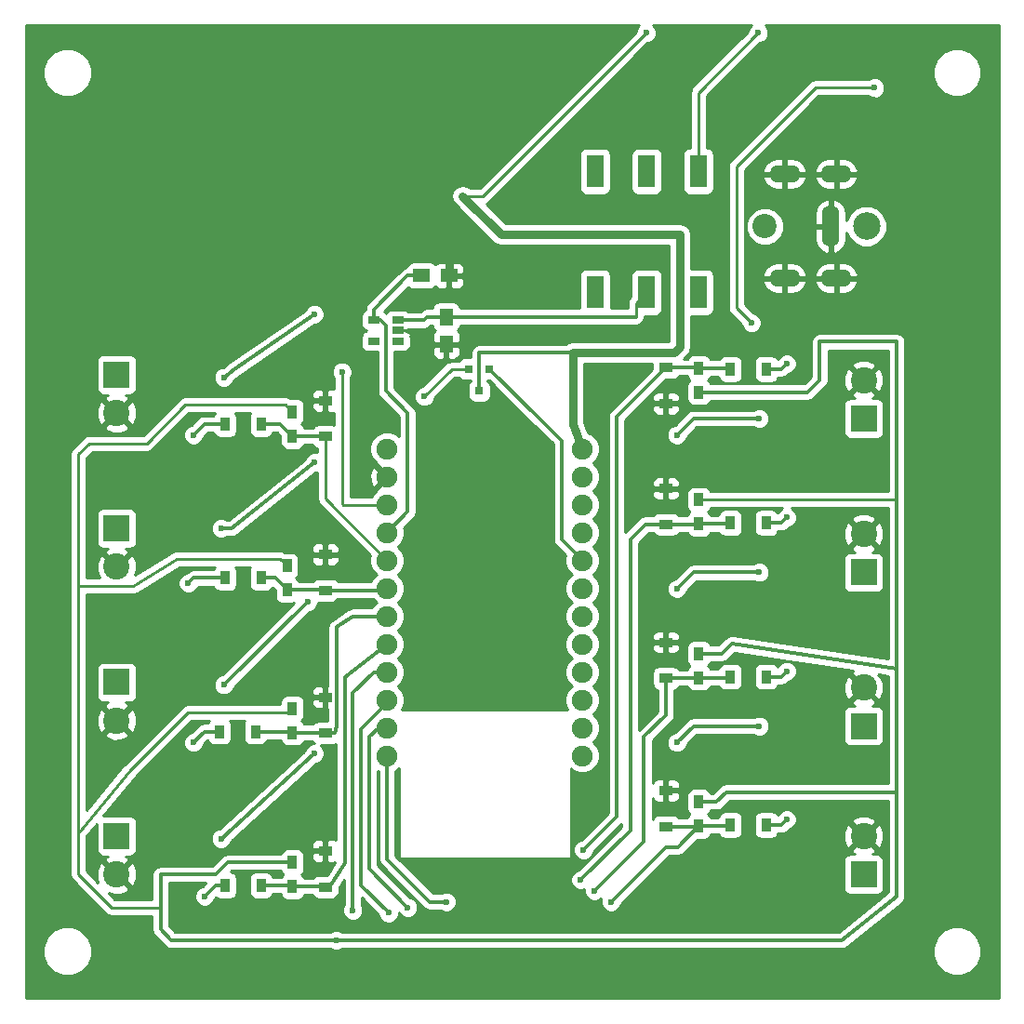
<source format=gbl>
G04 #@! TF.FileFunction,Copper,L2,Bot,Signal*
%FSLAX46Y46*%
G04 Gerber Fmt 4.6, Leading zero omitted, Abs format (unit mm)*
G04 Created by KiCad (PCBNEW 4.0.1-stable) date 22-Mar-16 21:49:02*
%MOMM*%
G01*
G04 APERTURE LIST*
%ADD10C,0.100000*%
%ADD11C,2.400000*%
%ADD12R,2.400000X2.400000*%
%ADD13R,1.500000X1.250000*%
%ADD14R,1.250000X1.500000*%
%ADD15R,1.220000X0.910000*%
%ADD16R,0.910000X1.220000*%
%ADD17R,0.900000X1.200000*%
%ADD18R,1.600000X3.000000*%
%ADD19C,1.900000*%
%ADD20R,0.800100X0.800100*%
%ADD21O,2.800000X1.600000*%
%ADD22C,2.500000*%
%ADD23O,1.600000X3.800000*%
%ADD24C,2.200000*%
%ADD25R,1.060000X0.650000*%
%ADD26C,0.600000*%
%ADD27C,0.250000*%
%ADD28C,0.300000*%
%ADD29C,0.800000*%
%ADD30C,0.254000*%
G04 APERTURE END LIST*
D10*
D11*
X169000000Y-83000000D03*
D12*
X169000000Y-86500000D03*
D11*
X101000000Y-100000000D03*
D12*
X101000000Y-96500000D03*
D13*
X128750000Y-73500000D03*
X131250000Y-73500000D03*
D14*
X131000000Y-77250000D03*
X131000000Y-79750000D03*
D15*
X151000000Y-123635000D03*
X151000000Y-120365000D03*
D16*
X160135000Y-123500000D03*
X156865000Y-123500000D03*
D15*
X151000000Y-110135000D03*
X151000000Y-106865000D03*
D16*
X160135000Y-110000000D03*
X156865000Y-110000000D03*
D15*
X151000000Y-96135000D03*
X151000000Y-92865000D03*
D16*
X160135000Y-96000000D03*
X156865000Y-96000000D03*
D15*
X151000000Y-81865000D03*
X151000000Y-85135000D03*
D16*
X160135000Y-82000000D03*
X156865000Y-82000000D03*
D15*
X120000000Y-129135000D03*
X120000000Y-125865000D03*
D16*
X110865000Y-129000000D03*
X114135000Y-129000000D03*
D15*
X120000000Y-115135000D03*
X120000000Y-111865000D03*
D16*
X110365000Y-115000000D03*
X113635000Y-115000000D03*
D15*
X120000000Y-102135000D03*
X120000000Y-98865000D03*
D16*
X110865000Y-101000000D03*
X114135000Y-101000000D03*
D15*
X120000000Y-88135000D03*
X120000000Y-84865000D03*
D16*
X110865000Y-87000000D03*
X114135000Y-87000000D03*
D11*
X169000000Y-111000000D03*
D12*
X169000000Y-114500000D03*
D11*
X169000000Y-97000000D03*
D12*
X169000000Y-100500000D03*
D11*
X101000000Y-128000000D03*
D12*
X101000000Y-124500000D03*
D11*
X101000000Y-114000000D03*
D12*
X101000000Y-110500000D03*
D11*
X101000000Y-86000000D03*
D12*
X101000000Y-82500000D03*
D17*
X154000000Y-123600000D03*
X154000000Y-121400000D03*
X154000000Y-110100000D03*
X154000000Y-107900000D03*
X154000000Y-96100000D03*
X154000000Y-93900000D03*
X154000000Y-81900000D03*
X154000000Y-84100000D03*
X117000000Y-129100000D03*
X117000000Y-126900000D03*
X117000000Y-115100000D03*
X117000000Y-112900000D03*
X116500000Y-102100000D03*
X116500000Y-99900000D03*
X117000000Y-88100000D03*
X117000000Y-85900000D03*
D18*
X153950000Y-64000000D03*
X149250000Y-64000000D03*
X144550000Y-64000000D03*
X153950000Y-75000000D03*
X149250000Y-75000000D03*
X144550000Y-75000000D03*
D19*
X125610000Y-89260000D03*
X125610000Y-91800000D03*
X125610000Y-94340000D03*
X125610000Y-96880000D03*
X125610000Y-99420000D03*
X125610000Y-101960000D03*
X125610000Y-104500000D03*
X125610000Y-107040000D03*
X125610000Y-109580000D03*
X125610000Y-112120000D03*
X125610000Y-114660000D03*
X125610000Y-117200000D03*
X143390000Y-89260000D03*
X143390000Y-91800000D03*
X143390000Y-94340000D03*
X143390000Y-96880000D03*
X143390000Y-99420000D03*
X143390000Y-101960000D03*
X143390000Y-104500000D03*
X143390000Y-107040000D03*
X143390000Y-109580000D03*
X143390000Y-112120000D03*
X143390000Y-114660000D03*
X143390000Y-117200000D03*
D11*
X169000000Y-124500000D03*
D12*
X169000000Y-128000000D03*
D20*
X133050000Y-81999240D03*
X134950000Y-81999240D03*
X134000000Y-83998220D03*
D21*
X161800000Y-64250000D03*
X166500000Y-73750000D03*
X166500000Y-64250000D03*
D22*
X169250000Y-69000000D03*
D23*
X166000000Y-69000000D03*
D24*
X160000000Y-69000000D03*
D21*
X161800000Y-73750000D03*
D25*
X126600000Y-77550000D03*
X126600000Y-78500000D03*
X126600000Y-79450000D03*
X124400000Y-79450000D03*
X124400000Y-77550000D03*
D26*
X121000000Y-134000000D03*
X129000000Y-84500000D03*
X149200000Y-51400000D03*
X132500000Y-66250000D03*
X162000000Y-123000000D03*
X146000000Y-130500000D03*
X131000000Y-130500000D03*
X127500000Y-131000000D03*
X144500000Y-129500000D03*
X125750000Y-131500000D03*
X143250000Y-128500000D03*
X143500000Y-125750000D03*
X122500000Y-131250000D03*
X159400000Y-51400000D03*
X159500000Y-114500000D03*
X152000000Y-116000000D03*
X159500000Y-100500000D03*
X152000000Y-102000000D03*
X159500000Y-86500000D03*
X152000000Y-88000000D03*
X110500000Y-124750000D03*
X119000000Y-117000000D03*
X110750000Y-110750000D03*
X118400000Y-103200000D03*
X110500000Y-96500000D03*
X119000000Y-90500000D03*
X110750000Y-82750000D03*
X119000000Y-77000000D03*
X121500000Y-82250000D03*
X176800000Y-79800000D03*
X176800000Y-94300000D03*
X176800000Y-107200000D03*
X176800000Y-121900000D03*
X94800000Y-88300000D03*
X94800000Y-102400000D03*
X94800000Y-116000000D03*
X94800000Y-129800000D03*
X94800000Y-128000000D03*
X94800000Y-86000000D03*
X176800000Y-83000000D03*
X176800000Y-97000000D03*
X176800000Y-111000000D03*
X176800000Y-124500000D03*
X94800000Y-100000000D03*
X94800000Y-114000000D03*
X121200000Y-77600000D03*
X120000000Y-122800000D03*
X120400000Y-117000000D03*
X120000000Y-109000000D03*
X120000000Y-96200000D03*
X124200000Y-83400000D03*
X121200000Y-60000000D03*
X139000000Y-52000000D03*
X150000000Y-56200000D03*
X160000000Y-56000000D03*
X146000000Y-82400000D03*
X149800000Y-87800000D03*
X149800000Y-101400000D03*
X144600000Y-122000000D03*
X147000000Y-132600000D03*
X131000000Y-69000000D03*
X158800000Y-77800000D03*
X170000000Y-56400000D03*
X162000000Y-109500000D03*
X162000000Y-95500000D03*
X162000000Y-81500000D03*
X109000000Y-130000000D03*
X108000000Y-116000000D03*
X107500000Y-101500000D03*
X108000000Y-88000000D03*
D27*
X154000000Y-93900000D02*
X172000000Y-93900000D01*
X172000000Y-93900000D02*
X172000000Y-93750000D01*
X97500000Y-124250000D02*
X97500000Y-128000000D01*
X100500000Y-131000000D02*
X105000000Y-131000000D01*
X97500000Y-128000000D02*
X100500000Y-131000000D01*
X97500000Y-124250000D02*
X102250000Y-118500000D01*
X107500000Y-113250000D02*
X116650000Y-113250000D01*
X102250000Y-118500000D02*
X107500000Y-113250000D01*
X116650000Y-113250000D02*
X117000000Y-112900000D01*
X97500000Y-101750000D02*
X102500000Y-101750000D01*
X115850000Y-99250000D02*
X116500000Y-99900000D01*
X106500000Y-99250000D02*
X115850000Y-99250000D01*
X102500000Y-101750000D02*
X106500000Y-99250000D01*
X116350000Y-85250000D02*
X117000000Y-85900000D01*
X107250000Y-85250000D02*
X116350000Y-85250000D01*
X103750000Y-88750000D02*
X107250000Y-85250000D01*
X98500000Y-88750000D02*
X103750000Y-88750000D01*
X97500000Y-89750000D02*
X98500000Y-88750000D01*
X97500000Y-124250000D02*
X97500000Y-101750000D01*
X97500000Y-101750000D02*
X97500000Y-89750000D01*
D28*
X121000000Y-134000000D02*
X108000000Y-134000000D01*
X105000000Y-133000000D02*
X105000000Y-131000000D01*
X106000000Y-134000000D02*
X105000000Y-133000000D01*
X108000000Y-134000000D02*
X106000000Y-134000000D01*
X105000000Y-131000000D02*
X105000000Y-128000000D01*
X111100000Y-126900000D02*
X110000000Y-128000000D01*
X110000000Y-128000000D02*
X105000000Y-128000000D01*
X117000000Y-126900000D02*
X111100000Y-126900000D01*
D27*
X133050000Y-81999240D02*
X131500760Y-81999240D01*
X131500760Y-81999240D02*
X129000000Y-84500000D01*
D28*
X140000000Y-134000000D02*
X121000000Y-134000000D01*
X116600000Y-85500000D02*
X117000000Y-85900000D01*
X154000000Y-107900000D02*
X156100000Y-107900000D01*
X157000000Y-107000000D02*
X172000000Y-109250000D01*
X156100000Y-107900000D02*
X157000000Y-107000000D01*
X172000000Y-120500000D02*
X156500000Y-120500000D01*
X155600000Y-121400000D02*
X154000000Y-121400000D01*
X156500000Y-120500000D02*
X155600000Y-121400000D01*
X154000000Y-84100000D02*
X163900000Y-84100000D01*
X167000000Y-134000000D02*
X140000000Y-134000000D01*
X172000000Y-130000000D02*
X167000000Y-134000000D01*
X172000000Y-109250000D02*
X172000000Y-120500000D01*
X172000000Y-120500000D02*
X172000000Y-130000000D01*
X163900000Y-84100000D02*
X165000000Y-83000000D01*
X172000000Y-79500000D02*
X172000000Y-93750000D01*
X172000000Y-93750000D02*
X172000000Y-109250000D01*
X165000000Y-79500000D02*
X172000000Y-79500000D01*
X165000000Y-83000000D02*
X165000000Y-79500000D01*
D27*
X132500000Y-66250000D02*
X134350000Y-66250000D01*
X134350000Y-66250000D02*
X149200000Y-51400000D01*
D29*
X152250000Y-69750000D02*
X152250000Y-80000000D01*
X132500000Y-66250000D02*
X136000000Y-69750000D01*
X136000000Y-69750000D02*
X152250000Y-69750000D01*
X151750000Y-80500000D02*
X142500000Y-80500000D01*
X152250000Y-80000000D02*
X151750000Y-80500000D01*
D28*
X134000000Y-83998220D02*
X134000000Y-80500000D01*
X134000000Y-80500000D02*
X142500000Y-80500000D01*
D29*
X142500000Y-87000000D02*
X143390000Y-89260000D01*
X142500000Y-80500000D02*
X142500000Y-87000000D01*
D28*
X124400000Y-77550000D02*
X125050000Y-77550000D01*
X127500000Y-94990000D02*
X125610000Y-96880000D01*
X127500000Y-86000000D02*
X127500000Y-94990000D01*
X125500000Y-84000000D02*
X127500000Y-86000000D01*
X125500000Y-78000000D02*
X125500000Y-84000000D01*
X125050000Y-77550000D02*
X125500000Y-78000000D01*
X124400000Y-77550000D02*
X124400000Y-76600000D01*
X127500000Y-73500000D02*
X128750000Y-73500000D01*
X124400000Y-76600000D02*
X127500000Y-73500000D01*
X161500000Y-123500000D02*
X160135000Y-123500000D01*
X162000000Y-123000000D02*
X161500000Y-123500000D01*
X125610000Y-117200000D02*
X125610000Y-126610000D01*
X152100000Y-125500000D02*
X154000000Y-123600000D01*
X151000000Y-125500000D02*
X152100000Y-125500000D01*
X146000000Y-130500000D02*
X151000000Y-125500000D01*
X129500000Y-130500000D02*
X131000000Y-130500000D01*
X125610000Y-126610000D02*
X129500000Y-130500000D01*
X154000000Y-123600000D02*
X156765000Y-123600000D01*
X156765000Y-123600000D02*
X156865000Y-123500000D01*
X151000000Y-123635000D02*
X153965000Y-123635000D01*
X153965000Y-123635000D02*
X154000000Y-123600000D01*
X125610000Y-114660000D02*
X124840000Y-114660000D01*
X124840000Y-114660000D02*
X124000000Y-115500000D01*
X124000000Y-115500000D02*
X124000000Y-127500000D01*
X124000000Y-127500000D02*
X127500000Y-131000000D01*
X144500000Y-129500000D02*
X149000000Y-125000000D01*
X149000000Y-125000000D02*
X149000000Y-115500000D01*
X149000000Y-115500000D02*
X151000000Y-113500000D01*
X151000000Y-113500000D02*
X151000000Y-110135000D01*
X154000000Y-110100000D02*
X156765000Y-110100000D01*
X156765000Y-110100000D02*
X156865000Y-110000000D01*
X151000000Y-110135000D02*
X153965000Y-110135000D01*
X153965000Y-110135000D02*
X154000000Y-110100000D01*
X125610000Y-112120000D02*
X125610000Y-112390000D01*
X125610000Y-112390000D02*
X123250000Y-114750000D01*
X123250000Y-114750000D02*
X123250000Y-129000000D01*
X123250000Y-129000000D02*
X125750000Y-131500000D01*
X143250000Y-128500000D02*
X147750000Y-124000000D01*
X147750000Y-124000000D02*
X147750000Y-97500000D01*
X147750000Y-97500000D02*
X149115000Y-96135000D01*
X149115000Y-96135000D02*
X151000000Y-96135000D01*
X151000000Y-96135000D02*
X153965000Y-96135000D01*
X153965000Y-96135000D02*
X154000000Y-96100000D01*
X154000000Y-96100000D02*
X156765000Y-96100000D01*
X156765000Y-96100000D02*
X156865000Y-96000000D01*
X125610000Y-109580000D02*
X124420000Y-109580000D01*
X146500000Y-86365000D02*
X151000000Y-81865000D01*
X146500000Y-122750000D02*
X146500000Y-86365000D01*
X143500000Y-125750000D02*
X146500000Y-122750000D01*
X122500000Y-111500000D02*
X122500000Y-131250000D01*
X124420000Y-109580000D02*
X122500000Y-111500000D01*
X151000000Y-81865000D02*
X153965000Y-81865000D01*
X153965000Y-81865000D02*
X154000000Y-81900000D01*
X154000000Y-81900000D02*
X156765000Y-81900000D01*
X156765000Y-81900000D02*
X156865000Y-82000000D01*
X120000000Y-129135000D02*
X120365000Y-129135000D01*
X120365000Y-129135000D02*
X121750000Y-127000000D01*
X121750000Y-110000000D02*
X125610000Y-107040000D01*
X121750000Y-127000000D02*
X121750000Y-110000000D01*
X117000000Y-129100000D02*
X119965000Y-129100000D01*
X119965000Y-129100000D02*
X120000000Y-129135000D01*
X114135000Y-129000000D02*
X116900000Y-129000000D01*
X116900000Y-129000000D02*
X117000000Y-129100000D01*
X120000000Y-115135000D02*
X120865000Y-115135000D01*
X122500000Y-104500000D02*
X125610000Y-104500000D01*
X121000000Y-105500000D02*
X122500000Y-104500000D01*
X121000000Y-114500000D02*
X121000000Y-105500000D01*
X120865000Y-115135000D02*
X121000000Y-114500000D01*
X117000000Y-115100000D02*
X119965000Y-115100000D01*
X119965000Y-115100000D02*
X120000000Y-115135000D01*
X113635000Y-115000000D02*
X116900000Y-115000000D01*
X116900000Y-115000000D02*
X117000000Y-115100000D01*
X120000000Y-102135000D02*
X125435000Y-102135000D01*
X125435000Y-102135000D02*
X125610000Y-101960000D01*
X116500000Y-102100000D02*
X119965000Y-102100000D01*
X119965000Y-102100000D02*
X120000000Y-102135000D01*
X114135000Y-101000000D02*
X115400000Y-101000000D01*
X115400000Y-101000000D02*
X116500000Y-102100000D01*
D27*
X120000000Y-88135000D02*
X120000000Y-93810000D01*
X120000000Y-93810000D02*
X125610000Y-99420000D01*
D28*
X114135000Y-87000000D02*
X115900000Y-87000000D01*
X115900000Y-87000000D02*
X117000000Y-88100000D01*
X117000000Y-88100000D02*
X119965000Y-88100000D01*
X119965000Y-88100000D02*
X120000000Y-88135000D01*
X143390000Y-99420000D02*
X143390000Y-99390000D01*
X143390000Y-99390000D02*
X141500000Y-97500000D01*
X141500000Y-97500000D02*
X141500000Y-88500000D01*
X141500000Y-88500000D02*
X139500000Y-86500000D01*
X139500000Y-86500000D02*
X139450760Y-86500000D01*
X139450760Y-86500000D02*
X134950000Y-81999240D01*
D27*
X153950000Y-64000000D02*
X153950000Y-56850000D01*
X153950000Y-56850000D02*
X159400000Y-51400000D01*
D28*
X153500000Y-114500000D02*
X159500000Y-114500000D01*
X152000000Y-116000000D02*
X153500000Y-114500000D01*
X153500000Y-100500000D02*
X159500000Y-100500000D01*
X152000000Y-102000000D02*
X153500000Y-100500000D01*
X153500000Y-86500000D02*
X159500000Y-86500000D01*
X152000000Y-88000000D02*
X153500000Y-86500000D01*
X110500000Y-124750000D02*
X110500000Y-124750000D01*
X119000000Y-117000000D02*
X110500000Y-124750000D01*
X118400000Y-103200000D02*
X110750000Y-110750000D01*
X111500000Y-96500000D02*
X110500000Y-96500000D01*
X119000000Y-90500000D02*
X111500000Y-96500000D01*
X111750000Y-82000000D02*
X110750000Y-82750000D01*
X119000000Y-77000000D02*
X111750000Y-82000000D01*
D27*
X125610000Y-94340000D02*
X121590000Y-94340000D01*
X121500000Y-83250000D02*
X121500000Y-82250000D01*
X121500000Y-94250000D02*
X121500000Y-83250000D01*
X121590000Y-94340000D02*
X121500000Y-94250000D01*
X126600000Y-78500000D02*
X127800000Y-78500000D01*
D29*
X131000000Y-69000000D02*
X131250000Y-69250000D01*
X131250000Y-69250000D02*
X131250000Y-72000000D01*
D28*
X131250000Y-72000000D02*
X131000000Y-72250000D01*
D29*
X131250000Y-72250000D02*
X131250000Y-72000000D01*
X131250000Y-73500000D02*
X131250000Y-72250000D01*
D28*
X131000000Y-72250000D02*
X131250000Y-72250000D01*
D27*
X151000000Y-92865000D02*
X151000000Y-92750000D01*
X151000000Y-106865000D02*
X151385000Y-106865000D01*
X151000000Y-120365000D02*
X151000000Y-120250000D01*
X158800000Y-77800000D02*
X157400000Y-76400000D01*
X157400000Y-76400000D02*
X157400000Y-63600000D01*
X157400000Y-63600000D02*
X164600000Y-56400000D01*
X164600000Y-56400000D02*
X170000000Y-56400000D01*
X148250000Y-77250000D02*
X148250000Y-76000000D01*
D28*
X131000000Y-77250000D02*
X136250000Y-77250000D01*
X144000000Y-77250000D02*
X136250000Y-77250000D01*
X148250000Y-77250000D02*
X144000000Y-77250000D01*
D27*
X148250000Y-76000000D02*
X149250000Y-75000000D01*
D28*
X131000000Y-77250000D02*
X129250000Y-77250000D01*
X128950000Y-77550000D02*
X126600000Y-77550000D01*
X129250000Y-77250000D02*
X128950000Y-77550000D01*
X160135000Y-110000000D02*
X161500000Y-110000000D01*
X161500000Y-110000000D02*
X162000000Y-109500000D01*
X161500000Y-96000000D02*
X160135000Y-96000000D01*
X162000000Y-95500000D02*
X161500000Y-96000000D01*
X160135000Y-82000000D02*
X161500000Y-82000000D01*
X161500000Y-82000000D02*
X162000000Y-81500000D01*
X110000000Y-129000000D02*
X110865000Y-129000000D01*
X109000000Y-130000000D02*
X110000000Y-129000000D01*
X110365000Y-115000000D02*
X109000000Y-115000000D01*
X109000000Y-115000000D02*
X108000000Y-116000000D01*
X108000000Y-101000000D02*
X110865000Y-101000000D01*
X107500000Y-101500000D02*
X108000000Y-101000000D01*
X110865000Y-87000000D02*
X109000000Y-87000000D01*
X109000000Y-87000000D02*
X108000000Y-88000000D01*
D30*
G36*
X148407808Y-50869673D02*
X148265162Y-51213201D01*
X148265121Y-51260077D01*
X134035198Y-65490000D01*
X133189735Y-65490000D01*
X132896077Y-65293785D01*
X132500000Y-65214999D01*
X132103923Y-65293785D01*
X131768144Y-65518144D01*
X131543785Y-65853923D01*
X131464999Y-66250000D01*
X131543785Y-66646077D01*
X131768144Y-66981856D01*
X135268142Y-70481853D01*
X135268144Y-70481856D01*
X135443399Y-70598957D01*
X135603922Y-70706215D01*
X136000000Y-70785000D01*
X151215000Y-70785000D01*
X151215000Y-79465000D01*
X142500000Y-79465000D01*
X142103923Y-79543785D01*
X141847680Y-79715000D01*
X134000000Y-79715000D01*
X133699594Y-79774755D01*
X133444921Y-79944921D01*
X133274755Y-80199594D01*
X133215000Y-80500000D01*
X133215000Y-80951750D01*
X132649950Y-80951750D01*
X132414633Y-80996028D01*
X132198509Y-81135100D01*
X132127353Y-81239240D01*
X131500760Y-81239240D01*
X131209921Y-81297092D01*
X130963359Y-81461839D01*
X128860320Y-83564878D01*
X128814833Y-83564838D01*
X128471057Y-83706883D01*
X128207808Y-83969673D01*
X128065162Y-84313201D01*
X128064838Y-84685167D01*
X128206883Y-85028943D01*
X128469673Y-85292192D01*
X128813201Y-85434838D01*
X129185167Y-85435162D01*
X129528943Y-85293117D01*
X129792192Y-85030327D01*
X129934838Y-84686799D01*
X129934879Y-84639923D01*
X131815562Y-82759240D01*
X132126987Y-82759240D01*
X132185860Y-82850731D01*
X132398060Y-82995721D01*
X132649950Y-83046730D01*
X133215000Y-83046730D01*
X133215000Y-83091294D01*
X133148509Y-83134080D01*
X133003519Y-83346280D01*
X132952510Y-83598170D01*
X132952510Y-84398270D01*
X132996788Y-84633587D01*
X133135860Y-84849711D01*
X133348060Y-84994701D01*
X133599950Y-85045710D01*
X134400050Y-85045710D01*
X134635367Y-85001432D01*
X134851491Y-84862360D01*
X134996481Y-84650160D01*
X135047490Y-84398270D01*
X135047490Y-83598170D01*
X135003212Y-83362853D01*
X134864140Y-83146729D01*
X134785000Y-83092655D01*
X134785000Y-83046730D01*
X134887332Y-83046730D01*
X138895681Y-87055079D01*
X139044072Y-87154230D01*
X140715000Y-88825158D01*
X140715000Y-97500000D01*
X140774755Y-97800407D01*
X140944921Y-98055079D01*
X141860409Y-98970567D01*
X141805276Y-99103341D01*
X141804725Y-99733893D01*
X142045519Y-100316657D01*
X142418471Y-100690261D01*
X142047086Y-101060997D01*
X141805276Y-101643341D01*
X141804725Y-102273893D01*
X142045519Y-102856657D01*
X142418471Y-103230261D01*
X142047086Y-103600997D01*
X141805276Y-104183341D01*
X141804725Y-104813893D01*
X142045519Y-105396657D01*
X142418471Y-105770261D01*
X142047086Y-106140997D01*
X141805276Y-106723341D01*
X141804725Y-107353893D01*
X142045519Y-107936657D01*
X142418471Y-108310261D01*
X142047086Y-108680997D01*
X141805276Y-109263341D01*
X141804725Y-109893893D01*
X142045519Y-110476657D01*
X142418471Y-110850261D01*
X142047086Y-111220997D01*
X141805276Y-111803341D01*
X141804725Y-112433893D01*
X142027480Y-112973000D01*
X126972016Y-112973000D01*
X127194724Y-112436659D01*
X127195275Y-111806107D01*
X126954481Y-111223343D01*
X126581529Y-110849739D01*
X126952914Y-110479003D01*
X127194724Y-109896659D01*
X127195275Y-109266107D01*
X126954481Y-108683343D01*
X126581529Y-108309739D01*
X126952914Y-107939003D01*
X127194724Y-107356659D01*
X127195275Y-106726107D01*
X126954481Y-106143343D01*
X126581529Y-105769739D01*
X126952914Y-105399003D01*
X127194724Y-104816659D01*
X127195275Y-104186107D01*
X126954481Y-103603343D01*
X126581529Y-103229739D01*
X126952914Y-102859003D01*
X127194724Y-102276659D01*
X127195275Y-101646107D01*
X126954481Y-101063343D01*
X126581529Y-100689739D01*
X126952914Y-100319003D01*
X127194724Y-99736659D01*
X127195275Y-99106107D01*
X126954481Y-98523343D01*
X126581529Y-98149739D01*
X126952914Y-97779003D01*
X127194724Y-97196659D01*
X127195275Y-96566107D01*
X127148136Y-96452022D01*
X128055079Y-95545079D01*
X128225245Y-95290406D01*
X128285001Y-94990000D01*
X128285000Y-94989995D01*
X128285000Y-86000000D01*
X128272779Y-85938559D01*
X128225245Y-85699593D01*
X128055079Y-85444921D01*
X126285000Y-83674842D01*
X126285000Y-80422440D01*
X127130000Y-80422440D01*
X127365317Y-80378162D01*
X127581441Y-80239090D01*
X127720377Y-80035750D01*
X129740000Y-80035750D01*
X129740000Y-80626309D01*
X129836673Y-80859698D01*
X130015301Y-81038327D01*
X130248690Y-81135000D01*
X130714250Y-81135000D01*
X130873000Y-80976250D01*
X130873000Y-79877000D01*
X131127000Y-79877000D01*
X131127000Y-80976250D01*
X131285750Y-81135000D01*
X131751310Y-81135000D01*
X131984699Y-81038327D01*
X132163327Y-80859698D01*
X132260000Y-80626309D01*
X132260000Y-80035750D01*
X132101250Y-79877000D01*
X131127000Y-79877000D01*
X130873000Y-79877000D01*
X129898750Y-79877000D01*
X129740000Y-80035750D01*
X127720377Y-80035750D01*
X127726431Y-80026890D01*
X127777440Y-79775000D01*
X127777440Y-79125000D01*
X127751081Y-78984914D01*
X127765000Y-78951310D01*
X127765000Y-78785750D01*
X127606250Y-78627000D01*
X127525949Y-78627000D01*
X127381890Y-78528569D01*
X127244880Y-78500824D01*
X127365317Y-78478162D01*
X127528743Y-78373000D01*
X127606250Y-78373000D01*
X127644250Y-78335000D01*
X128950000Y-78335000D01*
X129250407Y-78275245D01*
X129505079Y-78105079D01*
X129575158Y-78035000D01*
X129734146Y-78035000D01*
X129771838Y-78235317D01*
X129910910Y-78451441D01*
X129979006Y-78497969D01*
X129836673Y-78640302D01*
X129740000Y-78873691D01*
X129740000Y-79464250D01*
X129898750Y-79623000D01*
X130873000Y-79623000D01*
X130873000Y-79603000D01*
X131127000Y-79603000D01*
X131127000Y-79623000D01*
X132101250Y-79623000D01*
X132260000Y-79464250D01*
X132260000Y-78873691D01*
X132163327Y-78640302D01*
X132022090Y-78499064D01*
X132076441Y-78464090D01*
X132221431Y-78251890D01*
X132265352Y-78035000D01*
X148250000Y-78035000D01*
X148550406Y-77975245D01*
X148805079Y-77805079D01*
X148975245Y-77550406D01*
X149035000Y-77250000D01*
X149014599Y-77147440D01*
X150050000Y-77147440D01*
X150285317Y-77103162D01*
X150501441Y-76964090D01*
X150646431Y-76751890D01*
X150697440Y-76500000D01*
X150697440Y-73500000D01*
X150653162Y-73264683D01*
X150514090Y-73048559D01*
X150301890Y-72903569D01*
X150050000Y-72852560D01*
X148450000Y-72852560D01*
X148214683Y-72896838D01*
X147998559Y-73035910D01*
X147853569Y-73248110D01*
X147802560Y-73500000D01*
X147802560Y-75372638D01*
X147712599Y-75462599D01*
X147547852Y-75709161D01*
X147490000Y-76000000D01*
X147490000Y-76465000D01*
X145997440Y-76465000D01*
X145997440Y-73500000D01*
X145953162Y-73264683D01*
X145814090Y-73048559D01*
X145601890Y-72903569D01*
X145350000Y-72852560D01*
X143750000Y-72852560D01*
X143514683Y-72896838D01*
X143298559Y-73035910D01*
X143153569Y-73248110D01*
X143102560Y-73500000D01*
X143102560Y-76465000D01*
X132265854Y-76465000D01*
X132228162Y-76264683D01*
X132089090Y-76048559D01*
X131876890Y-75903569D01*
X131625000Y-75852560D01*
X130375000Y-75852560D01*
X130139683Y-75896838D01*
X129923559Y-76035910D01*
X129778569Y-76248110D01*
X129734648Y-76465000D01*
X129250000Y-76465000D01*
X128949593Y-76524755D01*
X128694921Y-76694921D01*
X128624842Y-76765000D01*
X127581563Y-76765000D01*
X127381890Y-76628569D01*
X127130000Y-76577560D01*
X126070000Y-76577560D01*
X125834683Y-76621838D01*
X125618559Y-76760910D01*
X125504558Y-76927755D01*
X125484830Y-76914574D01*
X125394090Y-76773559D01*
X125359936Y-76750222D01*
X127535051Y-74575107D01*
X127535910Y-74576441D01*
X127748110Y-74721431D01*
X128000000Y-74772440D01*
X129500000Y-74772440D01*
X129735317Y-74728162D01*
X129951441Y-74589090D01*
X129997969Y-74520994D01*
X130140302Y-74663327D01*
X130373691Y-74760000D01*
X130964250Y-74760000D01*
X131123000Y-74601250D01*
X131123000Y-73627000D01*
X131377000Y-73627000D01*
X131377000Y-74601250D01*
X131535750Y-74760000D01*
X132126309Y-74760000D01*
X132359698Y-74663327D01*
X132538327Y-74484699D01*
X132635000Y-74251310D01*
X132635000Y-73785750D01*
X132476250Y-73627000D01*
X131377000Y-73627000D01*
X131123000Y-73627000D01*
X131103000Y-73627000D01*
X131103000Y-73373000D01*
X131123000Y-73373000D01*
X131123000Y-72398750D01*
X131377000Y-72398750D01*
X131377000Y-73373000D01*
X132476250Y-73373000D01*
X132635000Y-73214250D01*
X132635000Y-72748690D01*
X132538327Y-72515301D01*
X132359698Y-72336673D01*
X132126309Y-72240000D01*
X131535750Y-72240000D01*
X131377000Y-72398750D01*
X131123000Y-72398750D01*
X130964250Y-72240000D01*
X130373691Y-72240000D01*
X130140302Y-72336673D01*
X129999064Y-72477910D01*
X129964090Y-72423559D01*
X129751890Y-72278569D01*
X129500000Y-72227560D01*
X128000000Y-72227560D01*
X127764683Y-72271838D01*
X127548559Y-72410910D01*
X127403569Y-72623110D01*
X127380132Y-72738843D01*
X127199593Y-72774755D01*
X126944921Y-72944921D01*
X123844921Y-76044921D01*
X123674755Y-76299593D01*
X123674755Y-76299594D01*
X123615000Y-76600000D01*
X123615000Y-76634504D01*
X123418559Y-76760910D01*
X123273569Y-76973110D01*
X123222560Y-77225000D01*
X123222560Y-77875000D01*
X123266838Y-78110317D01*
X123405910Y-78326441D01*
X123618110Y-78471431D01*
X123755120Y-78499176D01*
X123634683Y-78521838D01*
X123418559Y-78660910D01*
X123273569Y-78873110D01*
X123222560Y-79125000D01*
X123222560Y-79775000D01*
X123266838Y-80010317D01*
X123405910Y-80226441D01*
X123618110Y-80371431D01*
X123870000Y-80422440D01*
X124715000Y-80422440D01*
X124715000Y-84000000D01*
X124774755Y-84300407D01*
X124944921Y-84555079D01*
X126715000Y-86325158D01*
X126715000Y-88123443D01*
X126509003Y-87917086D01*
X125926659Y-87675276D01*
X125296107Y-87674725D01*
X124713343Y-87915519D01*
X124267086Y-88360997D01*
X124025276Y-88943341D01*
X124024725Y-89573893D01*
X124265519Y-90156657D01*
X124704211Y-90596116D01*
X124673255Y-90683650D01*
X125610000Y-91620395D01*
X125624143Y-91606253D01*
X125803748Y-91785858D01*
X125789605Y-91800000D01*
X125803748Y-91814143D01*
X125624143Y-91993748D01*
X125610000Y-91979605D01*
X124673255Y-92916350D01*
X124704407Y-93004439D01*
X124267086Y-93440997D01*
X124209367Y-93580000D01*
X122260000Y-93580000D01*
X122260000Y-91547398D01*
X124013812Y-91547398D01*
X124038648Y-92177461D01*
X124231981Y-92644208D01*
X124493650Y-92736745D01*
X125430395Y-91800000D01*
X124493650Y-90863255D01*
X124231981Y-90955792D01*
X124013812Y-91547398D01*
X122260000Y-91547398D01*
X122260000Y-82812463D01*
X122292192Y-82780327D01*
X122434838Y-82436799D01*
X122435162Y-82064833D01*
X122293117Y-81721057D01*
X122030327Y-81457808D01*
X121686799Y-81315162D01*
X121314833Y-81314838D01*
X120971057Y-81456883D01*
X120707808Y-81719673D01*
X120565162Y-82063201D01*
X120564838Y-82435167D01*
X120706883Y-82778943D01*
X120740000Y-82812118D01*
X120740000Y-83776528D01*
X120736310Y-83775000D01*
X120285750Y-83775000D01*
X120127000Y-83933750D01*
X120127000Y-84738000D01*
X120147000Y-84738000D01*
X120147000Y-84992000D01*
X120127000Y-84992000D01*
X120127000Y-85796250D01*
X120285750Y-85955000D01*
X120736310Y-85955000D01*
X120740000Y-85953472D01*
X120740000Y-87058886D01*
X120610000Y-87032560D01*
X119390000Y-87032560D01*
X119154683Y-87076838D01*
X118938559Y-87215910D01*
X118870854Y-87315000D01*
X118062630Y-87315000D01*
X118053162Y-87264683D01*
X117914090Y-87048559D01*
X117844289Y-87000866D01*
X117901441Y-86964090D01*
X118046431Y-86751890D01*
X118097440Y-86500000D01*
X118097440Y-85300000D01*
X118069357Y-85150750D01*
X118755000Y-85150750D01*
X118755000Y-85446309D01*
X118851673Y-85679698D01*
X119030301Y-85858327D01*
X119263690Y-85955000D01*
X119714250Y-85955000D01*
X119873000Y-85796250D01*
X119873000Y-84992000D01*
X118913750Y-84992000D01*
X118755000Y-85150750D01*
X118069357Y-85150750D01*
X118053162Y-85064683D01*
X117914090Y-84848559D01*
X117701890Y-84703569D01*
X117450000Y-84652560D01*
X116797546Y-84652560D01*
X116640839Y-84547852D01*
X116350000Y-84490000D01*
X107250000Y-84490000D01*
X107007414Y-84538254D01*
X106959160Y-84547852D01*
X106712599Y-84712599D01*
X103435198Y-87990000D01*
X98500000Y-87990000D01*
X98209161Y-88047852D01*
X97962599Y-88212599D01*
X96962599Y-89212599D01*
X96797852Y-89459161D01*
X96740000Y-89750000D01*
X96740000Y-128000000D01*
X96797852Y-128290839D01*
X96962599Y-128537401D01*
X99962599Y-131537401D01*
X100209161Y-131702148D01*
X100500000Y-131760000D01*
X104215000Y-131760000D01*
X104215000Y-133000000D01*
X104274755Y-133300407D01*
X104444921Y-133555079D01*
X105444921Y-134555079D01*
X105699594Y-134725245D01*
X106000000Y-134785001D01*
X106000005Y-134785000D01*
X120462494Y-134785000D01*
X120469673Y-134792192D01*
X120813201Y-134934838D01*
X121185167Y-134935162D01*
X121528943Y-134793117D01*
X121537074Y-134785000D01*
X167000000Y-134785000D01*
X167108384Y-134763441D01*
X167218479Y-134753983D01*
X167257402Y-134733799D01*
X167300406Y-134725245D01*
X167392286Y-134663853D01*
X167490386Y-134612982D01*
X172490385Y-130612982D01*
X172518620Y-130579440D01*
X172555079Y-130555079D01*
X172616475Y-130463192D01*
X172687634Y-130378659D01*
X172700884Y-130336864D01*
X172725245Y-130300406D01*
X172746803Y-130192027D01*
X172780199Y-130086689D01*
X172776446Y-130043003D01*
X172785000Y-130000000D01*
X172785000Y-79500000D01*
X172725245Y-79199594D01*
X172555079Y-78944921D01*
X172300406Y-78774755D01*
X172000000Y-78715000D01*
X165000000Y-78715000D01*
X164699594Y-78774755D01*
X164444921Y-78944921D01*
X164274755Y-79199594D01*
X164215000Y-79500000D01*
X164215000Y-82674842D01*
X163574842Y-83315000D01*
X155062630Y-83315000D01*
X155053162Y-83264683D01*
X154914090Y-83048559D01*
X154844289Y-83000866D01*
X154901441Y-82964090D01*
X155046431Y-82751890D01*
X155059977Y-82685000D01*
X155776672Y-82685000D01*
X155806838Y-82845317D01*
X155945910Y-83061441D01*
X156158110Y-83206431D01*
X156410000Y-83257440D01*
X157320000Y-83257440D01*
X157555317Y-83213162D01*
X157771441Y-83074090D01*
X157916431Y-82861890D01*
X157967440Y-82610000D01*
X157967440Y-81390000D01*
X159032560Y-81390000D01*
X159032560Y-82610000D01*
X159076838Y-82845317D01*
X159215910Y-83061441D01*
X159428110Y-83206431D01*
X159680000Y-83257440D01*
X160590000Y-83257440D01*
X160825317Y-83213162D01*
X161041441Y-83074090D01*
X161186431Y-82861890D01*
X161202002Y-82785000D01*
X161500000Y-82785000D01*
X161800407Y-82725245D01*
X162055079Y-82555079D01*
X162175005Y-82435153D01*
X162185167Y-82435162D01*
X162528943Y-82293117D01*
X162792192Y-82030327D01*
X162934838Y-81686799D01*
X162935162Y-81314833D01*
X162793117Y-80971057D01*
X162530327Y-80707808D01*
X162186799Y-80565162D01*
X161814833Y-80564838D01*
X161471057Y-80706883D01*
X161207808Y-80969673D01*
X161155371Y-81095954D01*
X161054090Y-80938559D01*
X160841890Y-80793569D01*
X160590000Y-80742560D01*
X159680000Y-80742560D01*
X159444683Y-80786838D01*
X159228559Y-80925910D01*
X159083569Y-81138110D01*
X159032560Y-81390000D01*
X157967440Y-81390000D01*
X157923162Y-81154683D01*
X157784090Y-80938559D01*
X157571890Y-80793569D01*
X157320000Y-80742560D01*
X156410000Y-80742560D01*
X156174683Y-80786838D01*
X155958559Y-80925910D01*
X155829359Y-81115000D01*
X155062630Y-81115000D01*
X155053162Y-81064683D01*
X154914090Y-80848559D01*
X154701890Y-80703569D01*
X154450000Y-80652560D01*
X153550000Y-80652560D01*
X153314683Y-80696838D01*
X153098559Y-80835910D01*
X152953569Y-81048110D01*
X152947111Y-81080000D01*
X152633712Y-81080000D01*
X152981853Y-80731858D01*
X152981856Y-80731856D01*
X153206215Y-80396077D01*
X153240196Y-80225245D01*
X153285001Y-80000000D01*
X153285000Y-79999995D01*
X153285000Y-77147440D01*
X154750000Y-77147440D01*
X154985317Y-77103162D01*
X155201441Y-76964090D01*
X155346431Y-76751890D01*
X155397440Y-76500000D01*
X155397440Y-73500000D01*
X155353162Y-73264683D01*
X155214090Y-73048559D01*
X155001890Y-72903569D01*
X154750000Y-72852560D01*
X153285000Y-72852560D01*
X153285000Y-69750000D01*
X153206215Y-69353923D01*
X152981856Y-69018144D01*
X152646077Y-68793785D01*
X152250000Y-68715000D01*
X136428711Y-68715000D01*
X134655838Y-66942126D01*
X134887401Y-66787401D01*
X139174802Y-62500000D01*
X143102560Y-62500000D01*
X143102560Y-65500000D01*
X143146838Y-65735317D01*
X143285910Y-65951441D01*
X143498110Y-66096431D01*
X143750000Y-66147440D01*
X145350000Y-66147440D01*
X145585317Y-66103162D01*
X145801441Y-65964090D01*
X145946431Y-65751890D01*
X145997440Y-65500000D01*
X145997440Y-62500000D01*
X147802560Y-62500000D01*
X147802560Y-65500000D01*
X147846838Y-65735317D01*
X147985910Y-65951441D01*
X148198110Y-66096431D01*
X148450000Y-66147440D01*
X150050000Y-66147440D01*
X150285317Y-66103162D01*
X150501441Y-65964090D01*
X150646431Y-65751890D01*
X150697440Y-65500000D01*
X150697440Y-62500000D01*
X150653162Y-62264683D01*
X150514090Y-62048559D01*
X150301890Y-61903569D01*
X150050000Y-61852560D01*
X148450000Y-61852560D01*
X148214683Y-61896838D01*
X147998559Y-62035910D01*
X147853569Y-62248110D01*
X147802560Y-62500000D01*
X145997440Y-62500000D01*
X145953162Y-62264683D01*
X145814090Y-62048559D01*
X145601890Y-61903569D01*
X145350000Y-61852560D01*
X143750000Y-61852560D01*
X143514683Y-61896838D01*
X143298559Y-62035910D01*
X143153569Y-62248110D01*
X143102560Y-62500000D01*
X139174802Y-62500000D01*
X149339680Y-52335122D01*
X149385167Y-52335162D01*
X149728943Y-52193117D01*
X149992192Y-51930327D01*
X150134838Y-51586799D01*
X150135162Y-51214833D01*
X149993117Y-50871057D01*
X149849311Y-50727000D01*
X158750731Y-50727000D01*
X158607808Y-50869673D01*
X158465162Y-51213201D01*
X158465121Y-51260077D01*
X153412599Y-56312599D01*
X153247852Y-56559161D01*
X153190000Y-56850000D01*
X153190000Y-61852560D01*
X153150000Y-61852560D01*
X152914683Y-61896838D01*
X152698559Y-62035910D01*
X152553569Y-62248110D01*
X152502560Y-62500000D01*
X152502560Y-65500000D01*
X152546838Y-65735317D01*
X152685910Y-65951441D01*
X152898110Y-66096431D01*
X153150000Y-66147440D01*
X154750000Y-66147440D01*
X154985317Y-66103162D01*
X155201441Y-65964090D01*
X155346431Y-65751890D01*
X155397440Y-65500000D01*
X155397440Y-63600000D01*
X156640000Y-63600000D01*
X156640000Y-76400000D01*
X156697852Y-76690839D01*
X156862599Y-76937401D01*
X157864878Y-77939680D01*
X157864838Y-77985167D01*
X158006883Y-78328943D01*
X158269673Y-78592192D01*
X158613201Y-78734838D01*
X158985167Y-78735162D01*
X159328943Y-78593117D01*
X159592192Y-78330327D01*
X159734838Y-77986799D01*
X159735162Y-77614833D01*
X159593117Y-77271057D01*
X159330327Y-77007808D01*
X158986799Y-76865162D01*
X158939923Y-76865121D01*
X158160000Y-76085198D01*
X158160000Y-74099039D01*
X159808096Y-74099039D01*
X159825633Y-74181819D01*
X160095500Y-74674896D01*
X160533517Y-75027166D01*
X161073000Y-75185000D01*
X161673000Y-75185000D01*
X161673000Y-73877000D01*
X161927000Y-73877000D01*
X161927000Y-75185000D01*
X162527000Y-75185000D01*
X163066483Y-75027166D01*
X163504500Y-74674896D01*
X163774367Y-74181819D01*
X163791904Y-74099039D01*
X164508096Y-74099039D01*
X164525633Y-74181819D01*
X164795500Y-74674896D01*
X165233517Y-75027166D01*
X165773000Y-75185000D01*
X166373000Y-75185000D01*
X166373000Y-73877000D01*
X166627000Y-73877000D01*
X166627000Y-75185000D01*
X167227000Y-75185000D01*
X167766483Y-75027166D01*
X168204500Y-74674896D01*
X168474367Y-74181819D01*
X168491904Y-74099039D01*
X168369915Y-73877000D01*
X166627000Y-73877000D01*
X166373000Y-73877000D01*
X164630085Y-73877000D01*
X164508096Y-74099039D01*
X163791904Y-74099039D01*
X163669915Y-73877000D01*
X161927000Y-73877000D01*
X161673000Y-73877000D01*
X159930085Y-73877000D01*
X159808096Y-74099039D01*
X158160000Y-74099039D01*
X158160000Y-73400961D01*
X159808096Y-73400961D01*
X159930085Y-73623000D01*
X161673000Y-73623000D01*
X161673000Y-72315000D01*
X161927000Y-72315000D01*
X161927000Y-73623000D01*
X163669915Y-73623000D01*
X163791904Y-73400961D01*
X164508096Y-73400961D01*
X164630085Y-73623000D01*
X166373000Y-73623000D01*
X166373000Y-72315000D01*
X166627000Y-72315000D01*
X166627000Y-73623000D01*
X168369915Y-73623000D01*
X168491904Y-73400961D01*
X168474367Y-73318181D01*
X168204500Y-72825104D01*
X167766483Y-72472834D01*
X167227000Y-72315000D01*
X166627000Y-72315000D01*
X166373000Y-72315000D01*
X165773000Y-72315000D01*
X165233517Y-72472834D01*
X164795500Y-72825104D01*
X164525633Y-73318181D01*
X164508096Y-73400961D01*
X163791904Y-73400961D01*
X163774367Y-73318181D01*
X163504500Y-72825104D01*
X163066483Y-72472834D01*
X162527000Y-72315000D01*
X161927000Y-72315000D01*
X161673000Y-72315000D01*
X161073000Y-72315000D01*
X160533517Y-72472834D01*
X160095500Y-72825104D01*
X159825633Y-73318181D01*
X159808096Y-73400961D01*
X158160000Y-73400961D01*
X158160000Y-69343599D01*
X158264699Y-69343599D01*
X158528281Y-69981515D01*
X159015918Y-70470004D01*
X159653373Y-70734699D01*
X160343599Y-70735301D01*
X160981515Y-70471719D01*
X161470004Y-69984082D01*
X161734699Y-69346627D01*
X161734890Y-69127000D01*
X164565000Y-69127000D01*
X164565000Y-70227000D01*
X164722834Y-70766483D01*
X165075104Y-71204500D01*
X165568181Y-71474367D01*
X165650961Y-71491904D01*
X165873000Y-71369915D01*
X165873000Y-69127000D01*
X164565000Y-69127000D01*
X161734890Y-69127000D01*
X161735301Y-68656401D01*
X161471719Y-68018485D01*
X161226663Y-67773000D01*
X164565000Y-67773000D01*
X164565000Y-68873000D01*
X165873000Y-68873000D01*
X165873000Y-66630085D01*
X166127000Y-66630085D01*
X166127000Y-68873000D01*
X166147000Y-68873000D01*
X166147000Y-69127000D01*
X166127000Y-69127000D01*
X166127000Y-71369915D01*
X166349039Y-71491904D01*
X166431819Y-71474367D01*
X166924896Y-71204500D01*
X167277166Y-70766483D01*
X167435000Y-70227000D01*
X167435000Y-69543507D01*
X167651043Y-70066372D01*
X168180839Y-70597093D01*
X168873405Y-70884672D01*
X169623305Y-70885326D01*
X170316372Y-70598957D01*
X170847093Y-70069161D01*
X171134672Y-69376595D01*
X171135326Y-68626695D01*
X170848957Y-67933628D01*
X170319161Y-67402907D01*
X169626595Y-67115328D01*
X168876695Y-67114674D01*
X168183628Y-67401043D01*
X167652907Y-67930839D01*
X167435000Y-68455616D01*
X167435000Y-67773000D01*
X167277166Y-67233517D01*
X166924896Y-66795500D01*
X166431819Y-66525633D01*
X166349039Y-66508096D01*
X166127000Y-66630085D01*
X165873000Y-66630085D01*
X165650961Y-66508096D01*
X165568181Y-66525633D01*
X165075104Y-66795500D01*
X164722834Y-67233517D01*
X164565000Y-67773000D01*
X161226663Y-67773000D01*
X160984082Y-67529996D01*
X160346627Y-67265301D01*
X159656401Y-67264699D01*
X159018485Y-67528281D01*
X158529996Y-68015918D01*
X158265301Y-68653373D01*
X158264699Y-69343599D01*
X158160000Y-69343599D01*
X158160000Y-64599039D01*
X159808096Y-64599039D01*
X159825633Y-64681819D01*
X160095500Y-65174896D01*
X160533517Y-65527166D01*
X161073000Y-65685000D01*
X161673000Y-65685000D01*
X161673000Y-64377000D01*
X161927000Y-64377000D01*
X161927000Y-65685000D01*
X162527000Y-65685000D01*
X163066483Y-65527166D01*
X163504500Y-65174896D01*
X163774367Y-64681819D01*
X163791904Y-64599039D01*
X164508096Y-64599039D01*
X164525633Y-64681819D01*
X164795500Y-65174896D01*
X165233517Y-65527166D01*
X165773000Y-65685000D01*
X166373000Y-65685000D01*
X166373000Y-64377000D01*
X166627000Y-64377000D01*
X166627000Y-65685000D01*
X167227000Y-65685000D01*
X167766483Y-65527166D01*
X168204500Y-65174896D01*
X168474367Y-64681819D01*
X168491904Y-64599039D01*
X168369915Y-64377000D01*
X166627000Y-64377000D01*
X166373000Y-64377000D01*
X164630085Y-64377000D01*
X164508096Y-64599039D01*
X163791904Y-64599039D01*
X163669915Y-64377000D01*
X161927000Y-64377000D01*
X161673000Y-64377000D01*
X159930085Y-64377000D01*
X159808096Y-64599039D01*
X158160000Y-64599039D01*
X158160000Y-63914802D01*
X158173841Y-63900961D01*
X159808096Y-63900961D01*
X159930085Y-64123000D01*
X161673000Y-64123000D01*
X161673000Y-62815000D01*
X161927000Y-62815000D01*
X161927000Y-64123000D01*
X163669915Y-64123000D01*
X163791904Y-63900961D01*
X164508096Y-63900961D01*
X164630085Y-64123000D01*
X166373000Y-64123000D01*
X166373000Y-62815000D01*
X166627000Y-62815000D01*
X166627000Y-64123000D01*
X168369915Y-64123000D01*
X168491904Y-63900961D01*
X168474367Y-63818181D01*
X168204500Y-63325104D01*
X167766483Y-62972834D01*
X167227000Y-62815000D01*
X166627000Y-62815000D01*
X166373000Y-62815000D01*
X165773000Y-62815000D01*
X165233517Y-62972834D01*
X164795500Y-63325104D01*
X164525633Y-63818181D01*
X164508096Y-63900961D01*
X163791904Y-63900961D01*
X163774367Y-63818181D01*
X163504500Y-63325104D01*
X163066483Y-62972834D01*
X162527000Y-62815000D01*
X161927000Y-62815000D01*
X161673000Y-62815000D01*
X161073000Y-62815000D01*
X160533517Y-62972834D01*
X160095500Y-63325104D01*
X159825633Y-63818181D01*
X159808096Y-63900961D01*
X158173841Y-63900961D01*
X164914802Y-57160000D01*
X169437537Y-57160000D01*
X169469673Y-57192192D01*
X169813201Y-57334838D01*
X170185167Y-57335162D01*
X170528943Y-57193117D01*
X170792192Y-56930327D01*
X170934838Y-56586799D01*
X170935162Y-56214833D01*
X170793117Y-55871057D01*
X170530327Y-55607808D01*
X170186799Y-55465162D01*
X169814833Y-55464838D01*
X169471057Y-55606883D01*
X169437882Y-55640000D01*
X164600000Y-55640000D01*
X164309161Y-55697852D01*
X164062599Y-55862599D01*
X156862599Y-63062599D01*
X156697852Y-63309161D01*
X156640000Y-63600000D01*
X155397440Y-63600000D01*
X155397440Y-62500000D01*
X155353162Y-62264683D01*
X155214090Y-62048559D01*
X155001890Y-61903569D01*
X154750000Y-61852560D01*
X154710000Y-61852560D01*
X154710000Y-57164802D01*
X156432183Y-55442619D01*
X175264613Y-55442619D01*
X175604155Y-56264372D01*
X176232321Y-56893636D01*
X177053481Y-57234611D01*
X177942619Y-57235387D01*
X178764372Y-56895845D01*
X179393636Y-56267679D01*
X179734611Y-55446519D01*
X179735387Y-54557381D01*
X179395845Y-53735628D01*
X178767679Y-53106364D01*
X177946519Y-52765389D01*
X177057381Y-52764613D01*
X176235628Y-53104155D01*
X175606364Y-53732321D01*
X175265389Y-54553481D01*
X175264613Y-55442619D01*
X156432183Y-55442619D01*
X159539680Y-52335122D01*
X159585167Y-52335162D01*
X159928943Y-52193117D01*
X160192192Y-51930327D01*
X160334838Y-51586799D01*
X160335162Y-51214833D01*
X160193117Y-50871057D01*
X160049311Y-50727000D01*
X181273000Y-50727000D01*
X181273000Y-139273000D01*
X92727000Y-139273000D01*
X92727000Y-135442619D01*
X94264613Y-135442619D01*
X94604155Y-136264372D01*
X95232321Y-136893636D01*
X96053481Y-137234611D01*
X96942619Y-137235387D01*
X97764372Y-136895845D01*
X98393636Y-136267679D01*
X98734611Y-135446519D01*
X98734614Y-135442619D01*
X175264613Y-135442619D01*
X175604155Y-136264372D01*
X176232321Y-136893636D01*
X177053481Y-137234611D01*
X177942619Y-137235387D01*
X178764372Y-136895845D01*
X179393636Y-136267679D01*
X179734611Y-135446519D01*
X179735387Y-134557381D01*
X179395845Y-133735628D01*
X178767679Y-133106364D01*
X177946519Y-132765389D01*
X177057381Y-132764613D01*
X176235628Y-133104155D01*
X175606364Y-133732321D01*
X175265389Y-134553481D01*
X175264613Y-135442619D01*
X98734614Y-135442619D01*
X98735387Y-134557381D01*
X98395845Y-133735628D01*
X97767679Y-133106364D01*
X96946519Y-132765389D01*
X96057381Y-132764613D01*
X95235628Y-133104155D01*
X94606364Y-133732321D01*
X94265389Y-134553481D01*
X94264613Y-135442619D01*
X92727000Y-135442619D01*
X92727000Y-87297175D01*
X99882430Y-87297175D01*
X100005565Y-87584788D01*
X100687734Y-87844707D01*
X101417443Y-87823786D01*
X101994435Y-87584788D01*
X102117570Y-87297175D01*
X101000000Y-86179605D01*
X99882430Y-87297175D01*
X92727000Y-87297175D01*
X92727000Y-85687734D01*
X99155293Y-85687734D01*
X99176214Y-86417443D01*
X99415212Y-86994435D01*
X99702825Y-87117570D01*
X100820395Y-86000000D01*
X101179605Y-86000000D01*
X102297175Y-87117570D01*
X102584788Y-86994435D01*
X102844707Y-86312266D01*
X102823786Y-85582557D01*
X102584788Y-85005565D01*
X102297175Y-84882430D01*
X101179605Y-86000000D01*
X100820395Y-86000000D01*
X99702825Y-84882430D01*
X99415212Y-85005565D01*
X99155293Y-85687734D01*
X92727000Y-85687734D01*
X92727000Y-81300000D01*
X99152560Y-81300000D01*
X99152560Y-83700000D01*
X99196838Y-83935317D01*
X99335910Y-84151441D01*
X99548110Y-84296431D01*
X99800000Y-84347440D01*
X100169181Y-84347440D01*
X100005565Y-84415212D01*
X99882430Y-84702825D01*
X101000000Y-85820395D01*
X102117570Y-84702825D01*
X101994435Y-84415212D01*
X101816564Y-84347440D01*
X102200000Y-84347440D01*
X102435317Y-84303162D01*
X102465575Y-84283691D01*
X118755000Y-84283691D01*
X118755000Y-84579250D01*
X118913750Y-84738000D01*
X119873000Y-84738000D01*
X119873000Y-83933750D01*
X119714250Y-83775000D01*
X119263690Y-83775000D01*
X119030301Y-83871673D01*
X118851673Y-84050302D01*
X118755000Y-84283691D01*
X102465575Y-84283691D01*
X102651441Y-84164090D01*
X102796431Y-83951890D01*
X102847440Y-83700000D01*
X102847440Y-82935167D01*
X109814838Y-82935167D01*
X109956883Y-83278943D01*
X110219673Y-83542192D01*
X110563201Y-83684838D01*
X110935167Y-83685162D01*
X111278943Y-83543117D01*
X111542192Y-83280327D01*
X111628560Y-83072330D01*
X112208521Y-82637359D01*
X119026907Y-77935024D01*
X119185167Y-77935162D01*
X119528943Y-77793117D01*
X119792192Y-77530327D01*
X119934838Y-77186799D01*
X119935162Y-76814833D01*
X119793117Y-76471057D01*
X119530327Y-76207808D01*
X119186799Y-76065162D01*
X118814833Y-76064838D01*
X118471057Y-76206883D01*
X118207808Y-76469673D01*
X118136189Y-76642151D01*
X111304330Y-81353778D01*
X111293290Y-81365147D01*
X111279000Y-81372000D01*
X110688406Y-81814946D01*
X110564833Y-81814838D01*
X110221057Y-81956883D01*
X109957808Y-82219673D01*
X109815162Y-82563201D01*
X109814838Y-82935167D01*
X102847440Y-82935167D01*
X102847440Y-81300000D01*
X102803162Y-81064683D01*
X102664090Y-80848559D01*
X102451890Y-80703569D01*
X102200000Y-80652560D01*
X99800000Y-80652560D01*
X99564683Y-80696838D01*
X99348559Y-80835910D01*
X99203569Y-81048110D01*
X99152560Y-81300000D01*
X92727000Y-81300000D01*
X92727000Y-55442619D01*
X94264613Y-55442619D01*
X94604155Y-56264372D01*
X95232321Y-56893636D01*
X96053481Y-57234611D01*
X96942619Y-57235387D01*
X97764372Y-56895845D01*
X98393636Y-56267679D01*
X98734611Y-55446519D01*
X98735387Y-54557381D01*
X98395845Y-53735628D01*
X97767679Y-53106364D01*
X96946519Y-52765389D01*
X96057381Y-52764613D01*
X95235628Y-53104155D01*
X94606364Y-53732321D01*
X94265389Y-54553481D01*
X94264613Y-55442619D01*
X92727000Y-55442619D01*
X92727000Y-50727000D01*
X148550731Y-50727000D01*
X148407808Y-50869673D01*
X148407808Y-50869673D01*
G37*
X148407808Y-50869673D02*
X148265162Y-51213201D01*
X148265121Y-51260077D01*
X134035198Y-65490000D01*
X133189735Y-65490000D01*
X132896077Y-65293785D01*
X132500000Y-65214999D01*
X132103923Y-65293785D01*
X131768144Y-65518144D01*
X131543785Y-65853923D01*
X131464999Y-66250000D01*
X131543785Y-66646077D01*
X131768144Y-66981856D01*
X135268142Y-70481853D01*
X135268144Y-70481856D01*
X135443399Y-70598957D01*
X135603922Y-70706215D01*
X136000000Y-70785000D01*
X151215000Y-70785000D01*
X151215000Y-79465000D01*
X142500000Y-79465000D01*
X142103923Y-79543785D01*
X141847680Y-79715000D01*
X134000000Y-79715000D01*
X133699594Y-79774755D01*
X133444921Y-79944921D01*
X133274755Y-80199594D01*
X133215000Y-80500000D01*
X133215000Y-80951750D01*
X132649950Y-80951750D01*
X132414633Y-80996028D01*
X132198509Y-81135100D01*
X132127353Y-81239240D01*
X131500760Y-81239240D01*
X131209921Y-81297092D01*
X130963359Y-81461839D01*
X128860320Y-83564878D01*
X128814833Y-83564838D01*
X128471057Y-83706883D01*
X128207808Y-83969673D01*
X128065162Y-84313201D01*
X128064838Y-84685167D01*
X128206883Y-85028943D01*
X128469673Y-85292192D01*
X128813201Y-85434838D01*
X129185167Y-85435162D01*
X129528943Y-85293117D01*
X129792192Y-85030327D01*
X129934838Y-84686799D01*
X129934879Y-84639923D01*
X131815562Y-82759240D01*
X132126987Y-82759240D01*
X132185860Y-82850731D01*
X132398060Y-82995721D01*
X132649950Y-83046730D01*
X133215000Y-83046730D01*
X133215000Y-83091294D01*
X133148509Y-83134080D01*
X133003519Y-83346280D01*
X132952510Y-83598170D01*
X132952510Y-84398270D01*
X132996788Y-84633587D01*
X133135860Y-84849711D01*
X133348060Y-84994701D01*
X133599950Y-85045710D01*
X134400050Y-85045710D01*
X134635367Y-85001432D01*
X134851491Y-84862360D01*
X134996481Y-84650160D01*
X135047490Y-84398270D01*
X135047490Y-83598170D01*
X135003212Y-83362853D01*
X134864140Y-83146729D01*
X134785000Y-83092655D01*
X134785000Y-83046730D01*
X134887332Y-83046730D01*
X138895681Y-87055079D01*
X139044072Y-87154230D01*
X140715000Y-88825158D01*
X140715000Y-97500000D01*
X140774755Y-97800407D01*
X140944921Y-98055079D01*
X141860409Y-98970567D01*
X141805276Y-99103341D01*
X141804725Y-99733893D01*
X142045519Y-100316657D01*
X142418471Y-100690261D01*
X142047086Y-101060997D01*
X141805276Y-101643341D01*
X141804725Y-102273893D01*
X142045519Y-102856657D01*
X142418471Y-103230261D01*
X142047086Y-103600997D01*
X141805276Y-104183341D01*
X141804725Y-104813893D01*
X142045519Y-105396657D01*
X142418471Y-105770261D01*
X142047086Y-106140997D01*
X141805276Y-106723341D01*
X141804725Y-107353893D01*
X142045519Y-107936657D01*
X142418471Y-108310261D01*
X142047086Y-108680997D01*
X141805276Y-109263341D01*
X141804725Y-109893893D01*
X142045519Y-110476657D01*
X142418471Y-110850261D01*
X142047086Y-111220997D01*
X141805276Y-111803341D01*
X141804725Y-112433893D01*
X142027480Y-112973000D01*
X126972016Y-112973000D01*
X127194724Y-112436659D01*
X127195275Y-111806107D01*
X126954481Y-111223343D01*
X126581529Y-110849739D01*
X126952914Y-110479003D01*
X127194724Y-109896659D01*
X127195275Y-109266107D01*
X126954481Y-108683343D01*
X126581529Y-108309739D01*
X126952914Y-107939003D01*
X127194724Y-107356659D01*
X127195275Y-106726107D01*
X126954481Y-106143343D01*
X126581529Y-105769739D01*
X126952914Y-105399003D01*
X127194724Y-104816659D01*
X127195275Y-104186107D01*
X126954481Y-103603343D01*
X126581529Y-103229739D01*
X126952914Y-102859003D01*
X127194724Y-102276659D01*
X127195275Y-101646107D01*
X126954481Y-101063343D01*
X126581529Y-100689739D01*
X126952914Y-100319003D01*
X127194724Y-99736659D01*
X127195275Y-99106107D01*
X126954481Y-98523343D01*
X126581529Y-98149739D01*
X126952914Y-97779003D01*
X127194724Y-97196659D01*
X127195275Y-96566107D01*
X127148136Y-96452022D01*
X128055079Y-95545079D01*
X128225245Y-95290406D01*
X128285001Y-94990000D01*
X128285000Y-94989995D01*
X128285000Y-86000000D01*
X128272779Y-85938559D01*
X128225245Y-85699593D01*
X128055079Y-85444921D01*
X126285000Y-83674842D01*
X126285000Y-80422440D01*
X127130000Y-80422440D01*
X127365317Y-80378162D01*
X127581441Y-80239090D01*
X127720377Y-80035750D01*
X129740000Y-80035750D01*
X129740000Y-80626309D01*
X129836673Y-80859698D01*
X130015301Y-81038327D01*
X130248690Y-81135000D01*
X130714250Y-81135000D01*
X130873000Y-80976250D01*
X130873000Y-79877000D01*
X131127000Y-79877000D01*
X131127000Y-80976250D01*
X131285750Y-81135000D01*
X131751310Y-81135000D01*
X131984699Y-81038327D01*
X132163327Y-80859698D01*
X132260000Y-80626309D01*
X132260000Y-80035750D01*
X132101250Y-79877000D01*
X131127000Y-79877000D01*
X130873000Y-79877000D01*
X129898750Y-79877000D01*
X129740000Y-80035750D01*
X127720377Y-80035750D01*
X127726431Y-80026890D01*
X127777440Y-79775000D01*
X127777440Y-79125000D01*
X127751081Y-78984914D01*
X127765000Y-78951310D01*
X127765000Y-78785750D01*
X127606250Y-78627000D01*
X127525949Y-78627000D01*
X127381890Y-78528569D01*
X127244880Y-78500824D01*
X127365317Y-78478162D01*
X127528743Y-78373000D01*
X127606250Y-78373000D01*
X127644250Y-78335000D01*
X128950000Y-78335000D01*
X129250407Y-78275245D01*
X129505079Y-78105079D01*
X129575158Y-78035000D01*
X129734146Y-78035000D01*
X129771838Y-78235317D01*
X129910910Y-78451441D01*
X129979006Y-78497969D01*
X129836673Y-78640302D01*
X129740000Y-78873691D01*
X129740000Y-79464250D01*
X129898750Y-79623000D01*
X130873000Y-79623000D01*
X130873000Y-79603000D01*
X131127000Y-79603000D01*
X131127000Y-79623000D01*
X132101250Y-79623000D01*
X132260000Y-79464250D01*
X132260000Y-78873691D01*
X132163327Y-78640302D01*
X132022090Y-78499064D01*
X132076441Y-78464090D01*
X132221431Y-78251890D01*
X132265352Y-78035000D01*
X148250000Y-78035000D01*
X148550406Y-77975245D01*
X148805079Y-77805079D01*
X148975245Y-77550406D01*
X149035000Y-77250000D01*
X149014599Y-77147440D01*
X150050000Y-77147440D01*
X150285317Y-77103162D01*
X150501441Y-76964090D01*
X150646431Y-76751890D01*
X150697440Y-76500000D01*
X150697440Y-73500000D01*
X150653162Y-73264683D01*
X150514090Y-73048559D01*
X150301890Y-72903569D01*
X150050000Y-72852560D01*
X148450000Y-72852560D01*
X148214683Y-72896838D01*
X147998559Y-73035910D01*
X147853569Y-73248110D01*
X147802560Y-73500000D01*
X147802560Y-75372638D01*
X147712599Y-75462599D01*
X147547852Y-75709161D01*
X147490000Y-76000000D01*
X147490000Y-76465000D01*
X145997440Y-76465000D01*
X145997440Y-73500000D01*
X145953162Y-73264683D01*
X145814090Y-73048559D01*
X145601890Y-72903569D01*
X145350000Y-72852560D01*
X143750000Y-72852560D01*
X143514683Y-72896838D01*
X143298559Y-73035910D01*
X143153569Y-73248110D01*
X143102560Y-73500000D01*
X143102560Y-76465000D01*
X132265854Y-76465000D01*
X132228162Y-76264683D01*
X132089090Y-76048559D01*
X131876890Y-75903569D01*
X131625000Y-75852560D01*
X130375000Y-75852560D01*
X130139683Y-75896838D01*
X129923559Y-76035910D01*
X129778569Y-76248110D01*
X129734648Y-76465000D01*
X129250000Y-76465000D01*
X128949593Y-76524755D01*
X128694921Y-76694921D01*
X128624842Y-76765000D01*
X127581563Y-76765000D01*
X127381890Y-76628569D01*
X127130000Y-76577560D01*
X126070000Y-76577560D01*
X125834683Y-76621838D01*
X125618559Y-76760910D01*
X125504558Y-76927755D01*
X125484830Y-76914574D01*
X125394090Y-76773559D01*
X125359936Y-76750222D01*
X127535051Y-74575107D01*
X127535910Y-74576441D01*
X127748110Y-74721431D01*
X128000000Y-74772440D01*
X129500000Y-74772440D01*
X129735317Y-74728162D01*
X129951441Y-74589090D01*
X129997969Y-74520994D01*
X130140302Y-74663327D01*
X130373691Y-74760000D01*
X130964250Y-74760000D01*
X131123000Y-74601250D01*
X131123000Y-73627000D01*
X131377000Y-73627000D01*
X131377000Y-74601250D01*
X131535750Y-74760000D01*
X132126309Y-74760000D01*
X132359698Y-74663327D01*
X132538327Y-74484699D01*
X132635000Y-74251310D01*
X132635000Y-73785750D01*
X132476250Y-73627000D01*
X131377000Y-73627000D01*
X131123000Y-73627000D01*
X131103000Y-73627000D01*
X131103000Y-73373000D01*
X131123000Y-73373000D01*
X131123000Y-72398750D01*
X131377000Y-72398750D01*
X131377000Y-73373000D01*
X132476250Y-73373000D01*
X132635000Y-73214250D01*
X132635000Y-72748690D01*
X132538327Y-72515301D01*
X132359698Y-72336673D01*
X132126309Y-72240000D01*
X131535750Y-72240000D01*
X131377000Y-72398750D01*
X131123000Y-72398750D01*
X130964250Y-72240000D01*
X130373691Y-72240000D01*
X130140302Y-72336673D01*
X129999064Y-72477910D01*
X129964090Y-72423559D01*
X129751890Y-72278569D01*
X129500000Y-72227560D01*
X128000000Y-72227560D01*
X127764683Y-72271838D01*
X127548559Y-72410910D01*
X127403569Y-72623110D01*
X127380132Y-72738843D01*
X127199593Y-72774755D01*
X126944921Y-72944921D01*
X123844921Y-76044921D01*
X123674755Y-76299593D01*
X123674755Y-76299594D01*
X123615000Y-76600000D01*
X123615000Y-76634504D01*
X123418559Y-76760910D01*
X123273569Y-76973110D01*
X123222560Y-77225000D01*
X123222560Y-77875000D01*
X123266838Y-78110317D01*
X123405910Y-78326441D01*
X123618110Y-78471431D01*
X123755120Y-78499176D01*
X123634683Y-78521838D01*
X123418559Y-78660910D01*
X123273569Y-78873110D01*
X123222560Y-79125000D01*
X123222560Y-79775000D01*
X123266838Y-80010317D01*
X123405910Y-80226441D01*
X123618110Y-80371431D01*
X123870000Y-80422440D01*
X124715000Y-80422440D01*
X124715000Y-84000000D01*
X124774755Y-84300407D01*
X124944921Y-84555079D01*
X126715000Y-86325158D01*
X126715000Y-88123443D01*
X126509003Y-87917086D01*
X125926659Y-87675276D01*
X125296107Y-87674725D01*
X124713343Y-87915519D01*
X124267086Y-88360997D01*
X124025276Y-88943341D01*
X124024725Y-89573893D01*
X124265519Y-90156657D01*
X124704211Y-90596116D01*
X124673255Y-90683650D01*
X125610000Y-91620395D01*
X125624143Y-91606253D01*
X125803748Y-91785858D01*
X125789605Y-91800000D01*
X125803748Y-91814143D01*
X125624143Y-91993748D01*
X125610000Y-91979605D01*
X124673255Y-92916350D01*
X124704407Y-93004439D01*
X124267086Y-93440997D01*
X124209367Y-93580000D01*
X122260000Y-93580000D01*
X122260000Y-91547398D01*
X124013812Y-91547398D01*
X124038648Y-92177461D01*
X124231981Y-92644208D01*
X124493650Y-92736745D01*
X125430395Y-91800000D01*
X124493650Y-90863255D01*
X124231981Y-90955792D01*
X124013812Y-91547398D01*
X122260000Y-91547398D01*
X122260000Y-82812463D01*
X122292192Y-82780327D01*
X122434838Y-82436799D01*
X122435162Y-82064833D01*
X122293117Y-81721057D01*
X122030327Y-81457808D01*
X121686799Y-81315162D01*
X121314833Y-81314838D01*
X120971057Y-81456883D01*
X120707808Y-81719673D01*
X120565162Y-82063201D01*
X120564838Y-82435167D01*
X120706883Y-82778943D01*
X120740000Y-82812118D01*
X120740000Y-83776528D01*
X120736310Y-83775000D01*
X120285750Y-83775000D01*
X120127000Y-83933750D01*
X120127000Y-84738000D01*
X120147000Y-84738000D01*
X120147000Y-84992000D01*
X120127000Y-84992000D01*
X120127000Y-85796250D01*
X120285750Y-85955000D01*
X120736310Y-85955000D01*
X120740000Y-85953472D01*
X120740000Y-87058886D01*
X120610000Y-87032560D01*
X119390000Y-87032560D01*
X119154683Y-87076838D01*
X118938559Y-87215910D01*
X118870854Y-87315000D01*
X118062630Y-87315000D01*
X118053162Y-87264683D01*
X117914090Y-87048559D01*
X117844289Y-87000866D01*
X117901441Y-86964090D01*
X118046431Y-86751890D01*
X118097440Y-86500000D01*
X118097440Y-85300000D01*
X118069357Y-85150750D01*
X118755000Y-85150750D01*
X118755000Y-85446309D01*
X118851673Y-85679698D01*
X119030301Y-85858327D01*
X119263690Y-85955000D01*
X119714250Y-85955000D01*
X119873000Y-85796250D01*
X119873000Y-84992000D01*
X118913750Y-84992000D01*
X118755000Y-85150750D01*
X118069357Y-85150750D01*
X118053162Y-85064683D01*
X117914090Y-84848559D01*
X117701890Y-84703569D01*
X117450000Y-84652560D01*
X116797546Y-84652560D01*
X116640839Y-84547852D01*
X116350000Y-84490000D01*
X107250000Y-84490000D01*
X107007414Y-84538254D01*
X106959160Y-84547852D01*
X106712599Y-84712599D01*
X103435198Y-87990000D01*
X98500000Y-87990000D01*
X98209161Y-88047852D01*
X97962599Y-88212599D01*
X96962599Y-89212599D01*
X96797852Y-89459161D01*
X96740000Y-89750000D01*
X96740000Y-128000000D01*
X96797852Y-128290839D01*
X96962599Y-128537401D01*
X99962599Y-131537401D01*
X100209161Y-131702148D01*
X100500000Y-131760000D01*
X104215000Y-131760000D01*
X104215000Y-133000000D01*
X104274755Y-133300407D01*
X104444921Y-133555079D01*
X105444921Y-134555079D01*
X105699594Y-134725245D01*
X106000000Y-134785001D01*
X106000005Y-134785000D01*
X120462494Y-134785000D01*
X120469673Y-134792192D01*
X120813201Y-134934838D01*
X121185167Y-134935162D01*
X121528943Y-134793117D01*
X121537074Y-134785000D01*
X167000000Y-134785000D01*
X167108384Y-134763441D01*
X167218479Y-134753983D01*
X167257402Y-134733799D01*
X167300406Y-134725245D01*
X167392286Y-134663853D01*
X167490386Y-134612982D01*
X172490385Y-130612982D01*
X172518620Y-130579440D01*
X172555079Y-130555079D01*
X172616475Y-130463192D01*
X172687634Y-130378659D01*
X172700884Y-130336864D01*
X172725245Y-130300406D01*
X172746803Y-130192027D01*
X172780199Y-130086689D01*
X172776446Y-130043003D01*
X172785000Y-130000000D01*
X172785000Y-79500000D01*
X172725245Y-79199594D01*
X172555079Y-78944921D01*
X172300406Y-78774755D01*
X172000000Y-78715000D01*
X165000000Y-78715000D01*
X164699594Y-78774755D01*
X164444921Y-78944921D01*
X164274755Y-79199594D01*
X164215000Y-79500000D01*
X164215000Y-82674842D01*
X163574842Y-83315000D01*
X155062630Y-83315000D01*
X155053162Y-83264683D01*
X154914090Y-83048559D01*
X154844289Y-83000866D01*
X154901441Y-82964090D01*
X155046431Y-82751890D01*
X155059977Y-82685000D01*
X155776672Y-82685000D01*
X155806838Y-82845317D01*
X155945910Y-83061441D01*
X156158110Y-83206431D01*
X156410000Y-83257440D01*
X157320000Y-83257440D01*
X157555317Y-83213162D01*
X157771441Y-83074090D01*
X157916431Y-82861890D01*
X157967440Y-82610000D01*
X157967440Y-81390000D01*
X159032560Y-81390000D01*
X159032560Y-82610000D01*
X159076838Y-82845317D01*
X159215910Y-83061441D01*
X159428110Y-83206431D01*
X159680000Y-83257440D01*
X160590000Y-83257440D01*
X160825317Y-83213162D01*
X161041441Y-83074090D01*
X161186431Y-82861890D01*
X161202002Y-82785000D01*
X161500000Y-82785000D01*
X161800407Y-82725245D01*
X162055079Y-82555079D01*
X162175005Y-82435153D01*
X162185167Y-82435162D01*
X162528943Y-82293117D01*
X162792192Y-82030327D01*
X162934838Y-81686799D01*
X162935162Y-81314833D01*
X162793117Y-80971057D01*
X162530327Y-80707808D01*
X162186799Y-80565162D01*
X161814833Y-80564838D01*
X161471057Y-80706883D01*
X161207808Y-80969673D01*
X161155371Y-81095954D01*
X161054090Y-80938559D01*
X160841890Y-80793569D01*
X160590000Y-80742560D01*
X159680000Y-80742560D01*
X159444683Y-80786838D01*
X159228559Y-80925910D01*
X159083569Y-81138110D01*
X159032560Y-81390000D01*
X157967440Y-81390000D01*
X157923162Y-81154683D01*
X157784090Y-80938559D01*
X157571890Y-80793569D01*
X157320000Y-80742560D01*
X156410000Y-80742560D01*
X156174683Y-80786838D01*
X155958559Y-80925910D01*
X155829359Y-81115000D01*
X155062630Y-81115000D01*
X155053162Y-81064683D01*
X154914090Y-80848559D01*
X154701890Y-80703569D01*
X154450000Y-80652560D01*
X153550000Y-80652560D01*
X153314683Y-80696838D01*
X153098559Y-80835910D01*
X152953569Y-81048110D01*
X152947111Y-81080000D01*
X152633712Y-81080000D01*
X152981853Y-80731858D01*
X152981856Y-80731856D01*
X153206215Y-80396077D01*
X153240196Y-80225245D01*
X153285001Y-80000000D01*
X153285000Y-79999995D01*
X153285000Y-77147440D01*
X154750000Y-77147440D01*
X154985317Y-77103162D01*
X155201441Y-76964090D01*
X155346431Y-76751890D01*
X155397440Y-76500000D01*
X155397440Y-73500000D01*
X155353162Y-73264683D01*
X155214090Y-73048559D01*
X155001890Y-72903569D01*
X154750000Y-72852560D01*
X153285000Y-72852560D01*
X153285000Y-69750000D01*
X153206215Y-69353923D01*
X152981856Y-69018144D01*
X152646077Y-68793785D01*
X152250000Y-68715000D01*
X136428711Y-68715000D01*
X134655838Y-66942126D01*
X134887401Y-66787401D01*
X139174802Y-62500000D01*
X143102560Y-62500000D01*
X143102560Y-65500000D01*
X143146838Y-65735317D01*
X143285910Y-65951441D01*
X143498110Y-66096431D01*
X143750000Y-66147440D01*
X145350000Y-66147440D01*
X145585317Y-66103162D01*
X145801441Y-65964090D01*
X145946431Y-65751890D01*
X145997440Y-65500000D01*
X145997440Y-62500000D01*
X147802560Y-62500000D01*
X147802560Y-65500000D01*
X147846838Y-65735317D01*
X147985910Y-65951441D01*
X148198110Y-66096431D01*
X148450000Y-66147440D01*
X150050000Y-66147440D01*
X150285317Y-66103162D01*
X150501441Y-65964090D01*
X150646431Y-65751890D01*
X150697440Y-65500000D01*
X150697440Y-62500000D01*
X150653162Y-62264683D01*
X150514090Y-62048559D01*
X150301890Y-61903569D01*
X150050000Y-61852560D01*
X148450000Y-61852560D01*
X148214683Y-61896838D01*
X147998559Y-62035910D01*
X147853569Y-62248110D01*
X147802560Y-62500000D01*
X145997440Y-62500000D01*
X145953162Y-62264683D01*
X145814090Y-62048559D01*
X145601890Y-61903569D01*
X145350000Y-61852560D01*
X143750000Y-61852560D01*
X143514683Y-61896838D01*
X143298559Y-62035910D01*
X143153569Y-62248110D01*
X143102560Y-62500000D01*
X139174802Y-62500000D01*
X149339680Y-52335122D01*
X149385167Y-52335162D01*
X149728943Y-52193117D01*
X149992192Y-51930327D01*
X150134838Y-51586799D01*
X150135162Y-51214833D01*
X149993117Y-50871057D01*
X149849311Y-50727000D01*
X158750731Y-50727000D01*
X158607808Y-50869673D01*
X158465162Y-51213201D01*
X158465121Y-51260077D01*
X153412599Y-56312599D01*
X153247852Y-56559161D01*
X153190000Y-56850000D01*
X153190000Y-61852560D01*
X153150000Y-61852560D01*
X152914683Y-61896838D01*
X152698559Y-62035910D01*
X152553569Y-62248110D01*
X152502560Y-62500000D01*
X152502560Y-65500000D01*
X152546838Y-65735317D01*
X152685910Y-65951441D01*
X152898110Y-66096431D01*
X153150000Y-66147440D01*
X154750000Y-66147440D01*
X154985317Y-66103162D01*
X155201441Y-65964090D01*
X155346431Y-65751890D01*
X155397440Y-65500000D01*
X155397440Y-63600000D01*
X156640000Y-63600000D01*
X156640000Y-76400000D01*
X156697852Y-76690839D01*
X156862599Y-76937401D01*
X157864878Y-77939680D01*
X157864838Y-77985167D01*
X158006883Y-78328943D01*
X158269673Y-78592192D01*
X158613201Y-78734838D01*
X158985167Y-78735162D01*
X159328943Y-78593117D01*
X159592192Y-78330327D01*
X159734838Y-77986799D01*
X159735162Y-77614833D01*
X159593117Y-77271057D01*
X159330327Y-77007808D01*
X158986799Y-76865162D01*
X158939923Y-76865121D01*
X158160000Y-76085198D01*
X158160000Y-74099039D01*
X159808096Y-74099039D01*
X159825633Y-74181819D01*
X160095500Y-74674896D01*
X160533517Y-75027166D01*
X161073000Y-75185000D01*
X161673000Y-75185000D01*
X161673000Y-73877000D01*
X161927000Y-73877000D01*
X161927000Y-75185000D01*
X162527000Y-75185000D01*
X163066483Y-75027166D01*
X163504500Y-74674896D01*
X163774367Y-74181819D01*
X163791904Y-74099039D01*
X164508096Y-74099039D01*
X164525633Y-74181819D01*
X164795500Y-74674896D01*
X165233517Y-75027166D01*
X165773000Y-75185000D01*
X166373000Y-75185000D01*
X166373000Y-73877000D01*
X166627000Y-73877000D01*
X166627000Y-75185000D01*
X167227000Y-75185000D01*
X167766483Y-75027166D01*
X168204500Y-74674896D01*
X168474367Y-74181819D01*
X168491904Y-74099039D01*
X168369915Y-73877000D01*
X166627000Y-73877000D01*
X166373000Y-73877000D01*
X164630085Y-73877000D01*
X164508096Y-74099039D01*
X163791904Y-74099039D01*
X163669915Y-73877000D01*
X161927000Y-73877000D01*
X161673000Y-73877000D01*
X159930085Y-73877000D01*
X159808096Y-74099039D01*
X158160000Y-74099039D01*
X158160000Y-73400961D01*
X159808096Y-73400961D01*
X159930085Y-73623000D01*
X161673000Y-73623000D01*
X161673000Y-72315000D01*
X161927000Y-72315000D01*
X161927000Y-73623000D01*
X163669915Y-73623000D01*
X163791904Y-73400961D01*
X164508096Y-73400961D01*
X164630085Y-73623000D01*
X166373000Y-73623000D01*
X166373000Y-72315000D01*
X166627000Y-72315000D01*
X166627000Y-73623000D01*
X168369915Y-73623000D01*
X168491904Y-73400961D01*
X168474367Y-73318181D01*
X168204500Y-72825104D01*
X167766483Y-72472834D01*
X167227000Y-72315000D01*
X166627000Y-72315000D01*
X166373000Y-72315000D01*
X165773000Y-72315000D01*
X165233517Y-72472834D01*
X164795500Y-72825104D01*
X164525633Y-73318181D01*
X164508096Y-73400961D01*
X163791904Y-73400961D01*
X163774367Y-73318181D01*
X163504500Y-72825104D01*
X163066483Y-72472834D01*
X162527000Y-72315000D01*
X161927000Y-72315000D01*
X161673000Y-72315000D01*
X161073000Y-72315000D01*
X160533517Y-72472834D01*
X160095500Y-72825104D01*
X159825633Y-73318181D01*
X159808096Y-73400961D01*
X158160000Y-73400961D01*
X158160000Y-69343599D01*
X158264699Y-69343599D01*
X158528281Y-69981515D01*
X159015918Y-70470004D01*
X159653373Y-70734699D01*
X160343599Y-70735301D01*
X160981515Y-70471719D01*
X161470004Y-69984082D01*
X161734699Y-69346627D01*
X161734890Y-69127000D01*
X164565000Y-69127000D01*
X164565000Y-70227000D01*
X164722834Y-70766483D01*
X165075104Y-71204500D01*
X165568181Y-71474367D01*
X165650961Y-71491904D01*
X165873000Y-71369915D01*
X165873000Y-69127000D01*
X164565000Y-69127000D01*
X161734890Y-69127000D01*
X161735301Y-68656401D01*
X161471719Y-68018485D01*
X161226663Y-67773000D01*
X164565000Y-67773000D01*
X164565000Y-68873000D01*
X165873000Y-68873000D01*
X165873000Y-66630085D01*
X166127000Y-66630085D01*
X166127000Y-68873000D01*
X166147000Y-68873000D01*
X166147000Y-69127000D01*
X166127000Y-69127000D01*
X166127000Y-71369915D01*
X166349039Y-71491904D01*
X166431819Y-71474367D01*
X166924896Y-71204500D01*
X167277166Y-70766483D01*
X167435000Y-70227000D01*
X167435000Y-69543507D01*
X167651043Y-70066372D01*
X168180839Y-70597093D01*
X168873405Y-70884672D01*
X169623305Y-70885326D01*
X170316372Y-70598957D01*
X170847093Y-70069161D01*
X171134672Y-69376595D01*
X171135326Y-68626695D01*
X170848957Y-67933628D01*
X170319161Y-67402907D01*
X169626595Y-67115328D01*
X168876695Y-67114674D01*
X168183628Y-67401043D01*
X167652907Y-67930839D01*
X167435000Y-68455616D01*
X167435000Y-67773000D01*
X167277166Y-67233517D01*
X166924896Y-66795500D01*
X166431819Y-66525633D01*
X166349039Y-66508096D01*
X166127000Y-66630085D01*
X165873000Y-66630085D01*
X165650961Y-66508096D01*
X165568181Y-66525633D01*
X165075104Y-66795500D01*
X164722834Y-67233517D01*
X164565000Y-67773000D01*
X161226663Y-67773000D01*
X160984082Y-67529996D01*
X160346627Y-67265301D01*
X159656401Y-67264699D01*
X159018485Y-67528281D01*
X158529996Y-68015918D01*
X158265301Y-68653373D01*
X158264699Y-69343599D01*
X158160000Y-69343599D01*
X158160000Y-64599039D01*
X159808096Y-64599039D01*
X159825633Y-64681819D01*
X160095500Y-65174896D01*
X160533517Y-65527166D01*
X161073000Y-65685000D01*
X161673000Y-65685000D01*
X161673000Y-64377000D01*
X161927000Y-64377000D01*
X161927000Y-65685000D01*
X162527000Y-65685000D01*
X163066483Y-65527166D01*
X163504500Y-65174896D01*
X163774367Y-64681819D01*
X163791904Y-64599039D01*
X164508096Y-64599039D01*
X164525633Y-64681819D01*
X164795500Y-65174896D01*
X165233517Y-65527166D01*
X165773000Y-65685000D01*
X166373000Y-65685000D01*
X166373000Y-64377000D01*
X166627000Y-64377000D01*
X166627000Y-65685000D01*
X167227000Y-65685000D01*
X167766483Y-65527166D01*
X168204500Y-65174896D01*
X168474367Y-64681819D01*
X168491904Y-64599039D01*
X168369915Y-64377000D01*
X166627000Y-64377000D01*
X166373000Y-64377000D01*
X164630085Y-64377000D01*
X164508096Y-64599039D01*
X163791904Y-64599039D01*
X163669915Y-64377000D01*
X161927000Y-64377000D01*
X161673000Y-64377000D01*
X159930085Y-64377000D01*
X159808096Y-64599039D01*
X158160000Y-64599039D01*
X158160000Y-63914802D01*
X158173841Y-63900961D01*
X159808096Y-63900961D01*
X159930085Y-64123000D01*
X161673000Y-64123000D01*
X161673000Y-62815000D01*
X161927000Y-62815000D01*
X161927000Y-64123000D01*
X163669915Y-64123000D01*
X163791904Y-63900961D01*
X164508096Y-63900961D01*
X164630085Y-64123000D01*
X166373000Y-64123000D01*
X166373000Y-62815000D01*
X166627000Y-62815000D01*
X166627000Y-64123000D01*
X168369915Y-64123000D01*
X168491904Y-63900961D01*
X168474367Y-63818181D01*
X168204500Y-63325104D01*
X167766483Y-62972834D01*
X167227000Y-62815000D01*
X166627000Y-62815000D01*
X166373000Y-62815000D01*
X165773000Y-62815000D01*
X165233517Y-62972834D01*
X164795500Y-63325104D01*
X164525633Y-63818181D01*
X164508096Y-63900961D01*
X163791904Y-63900961D01*
X163774367Y-63818181D01*
X163504500Y-63325104D01*
X163066483Y-62972834D01*
X162527000Y-62815000D01*
X161927000Y-62815000D01*
X161673000Y-62815000D01*
X161073000Y-62815000D01*
X160533517Y-62972834D01*
X160095500Y-63325104D01*
X159825633Y-63818181D01*
X159808096Y-63900961D01*
X158173841Y-63900961D01*
X164914802Y-57160000D01*
X169437537Y-57160000D01*
X169469673Y-57192192D01*
X169813201Y-57334838D01*
X170185167Y-57335162D01*
X170528943Y-57193117D01*
X170792192Y-56930327D01*
X170934838Y-56586799D01*
X170935162Y-56214833D01*
X170793117Y-55871057D01*
X170530327Y-55607808D01*
X170186799Y-55465162D01*
X169814833Y-55464838D01*
X169471057Y-55606883D01*
X169437882Y-55640000D01*
X164600000Y-55640000D01*
X164309161Y-55697852D01*
X164062599Y-55862599D01*
X156862599Y-63062599D01*
X156697852Y-63309161D01*
X156640000Y-63600000D01*
X155397440Y-63600000D01*
X155397440Y-62500000D01*
X155353162Y-62264683D01*
X155214090Y-62048559D01*
X155001890Y-61903569D01*
X154750000Y-61852560D01*
X154710000Y-61852560D01*
X154710000Y-57164802D01*
X156432183Y-55442619D01*
X175264613Y-55442619D01*
X175604155Y-56264372D01*
X176232321Y-56893636D01*
X177053481Y-57234611D01*
X177942619Y-57235387D01*
X178764372Y-56895845D01*
X179393636Y-56267679D01*
X179734611Y-55446519D01*
X179735387Y-54557381D01*
X179395845Y-53735628D01*
X178767679Y-53106364D01*
X177946519Y-52765389D01*
X177057381Y-52764613D01*
X176235628Y-53104155D01*
X175606364Y-53732321D01*
X175265389Y-54553481D01*
X175264613Y-55442619D01*
X156432183Y-55442619D01*
X159539680Y-52335122D01*
X159585167Y-52335162D01*
X159928943Y-52193117D01*
X160192192Y-51930327D01*
X160334838Y-51586799D01*
X160335162Y-51214833D01*
X160193117Y-50871057D01*
X160049311Y-50727000D01*
X181273000Y-50727000D01*
X181273000Y-139273000D01*
X92727000Y-139273000D01*
X92727000Y-135442619D01*
X94264613Y-135442619D01*
X94604155Y-136264372D01*
X95232321Y-136893636D01*
X96053481Y-137234611D01*
X96942619Y-137235387D01*
X97764372Y-136895845D01*
X98393636Y-136267679D01*
X98734611Y-135446519D01*
X98734614Y-135442619D01*
X175264613Y-135442619D01*
X175604155Y-136264372D01*
X176232321Y-136893636D01*
X177053481Y-137234611D01*
X177942619Y-137235387D01*
X178764372Y-136895845D01*
X179393636Y-136267679D01*
X179734611Y-135446519D01*
X179735387Y-134557381D01*
X179395845Y-133735628D01*
X178767679Y-133106364D01*
X177946519Y-132765389D01*
X177057381Y-132764613D01*
X176235628Y-133104155D01*
X175606364Y-133732321D01*
X175265389Y-134553481D01*
X175264613Y-135442619D01*
X98734614Y-135442619D01*
X98735387Y-134557381D01*
X98395845Y-133735628D01*
X97767679Y-133106364D01*
X96946519Y-132765389D01*
X96057381Y-132764613D01*
X95235628Y-133104155D01*
X94606364Y-133732321D01*
X94265389Y-134553481D01*
X94264613Y-135442619D01*
X92727000Y-135442619D01*
X92727000Y-87297175D01*
X99882430Y-87297175D01*
X100005565Y-87584788D01*
X100687734Y-87844707D01*
X101417443Y-87823786D01*
X101994435Y-87584788D01*
X102117570Y-87297175D01*
X101000000Y-86179605D01*
X99882430Y-87297175D01*
X92727000Y-87297175D01*
X92727000Y-85687734D01*
X99155293Y-85687734D01*
X99176214Y-86417443D01*
X99415212Y-86994435D01*
X99702825Y-87117570D01*
X100820395Y-86000000D01*
X101179605Y-86000000D01*
X102297175Y-87117570D01*
X102584788Y-86994435D01*
X102844707Y-86312266D01*
X102823786Y-85582557D01*
X102584788Y-85005565D01*
X102297175Y-84882430D01*
X101179605Y-86000000D01*
X100820395Y-86000000D01*
X99702825Y-84882430D01*
X99415212Y-85005565D01*
X99155293Y-85687734D01*
X92727000Y-85687734D01*
X92727000Y-81300000D01*
X99152560Y-81300000D01*
X99152560Y-83700000D01*
X99196838Y-83935317D01*
X99335910Y-84151441D01*
X99548110Y-84296431D01*
X99800000Y-84347440D01*
X100169181Y-84347440D01*
X100005565Y-84415212D01*
X99882430Y-84702825D01*
X101000000Y-85820395D01*
X102117570Y-84702825D01*
X101994435Y-84415212D01*
X101816564Y-84347440D01*
X102200000Y-84347440D01*
X102435317Y-84303162D01*
X102465575Y-84283691D01*
X118755000Y-84283691D01*
X118755000Y-84579250D01*
X118913750Y-84738000D01*
X119873000Y-84738000D01*
X119873000Y-83933750D01*
X119714250Y-83775000D01*
X119263690Y-83775000D01*
X119030301Y-83871673D01*
X118851673Y-84050302D01*
X118755000Y-84283691D01*
X102465575Y-84283691D01*
X102651441Y-84164090D01*
X102796431Y-83951890D01*
X102847440Y-83700000D01*
X102847440Y-82935167D01*
X109814838Y-82935167D01*
X109956883Y-83278943D01*
X110219673Y-83542192D01*
X110563201Y-83684838D01*
X110935167Y-83685162D01*
X111278943Y-83543117D01*
X111542192Y-83280327D01*
X111628560Y-83072330D01*
X112208521Y-82637359D01*
X119026907Y-77935024D01*
X119185167Y-77935162D01*
X119528943Y-77793117D01*
X119792192Y-77530327D01*
X119934838Y-77186799D01*
X119935162Y-76814833D01*
X119793117Y-76471057D01*
X119530327Y-76207808D01*
X119186799Y-76065162D01*
X118814833Y-76064838D01*
X118471057Y-76206883D01*
X118207808Y-76469673D01*
X118136189Y-76642151D01*
X111304330Y-81353778D01*
X111293290Y-81365147D01*
X111279000Y-81372000D01*
X110688406Y-81814946D01*
X110564833Y-81814838D01*
X110221057Y-81956883D01*
X109957808Y-82219673D01*
X109815162Y-82563201D01*
X109814838Y-82935167D01*
X102847440Y-82935167D01*
X102847440Y-81300000D01*
X102803162Y-81064683D01*
X102664090Y-80848559D01*
X102451890Y-80703569D01*
X102200000Y-80652560D01*
X99800000Y-80652560D01*
X99564683Y-80696838D01*
X99348559Y-80835910D01*
X99203569Y-81048110D01*
X99152560Y-81300000D01*
X92727000Y-81300000D01*
X92727000Y-55442619D01*
X94264613Y-55442619D01*
X94604155Y-56264372D01*
X95232321Y-56893636D01*
X96053481Y-57234611D01*
X96942619Y-57235387D01*
X97764372Y-56895845D01*
X98393636Y-56267679D01*
X98734611Y-55446519D01*
X98735387Y-54557381D01*
X98395845Y-53735628D01*
X97767679Y-53106364D01*
X96946519Y-52765389D01*
X96057381Y-52764613D01*
X95235628Y-53104155D01*
X94606364Y-53732321D01*
X94265389Y-54553481D01*
X94264613Y-55442619D01*
X92727000Y-55442619D01*
X92727000Y-50727000D01*
X148550731Y-50727000D01*
X148407808Y-50869673D01*
G36*
X149742560Y-82012282D02*
X145944921Y-85809921D01*
X145774755Y-86064593D01*
X145747740Y-86200406D01*
X145715000Y-86365000D01*
X145715000Y-122424842D01*
X143324995Y-124814847D01*
X143314833Y-124814838D01*
X142971057Y-124956883D01*
X142707808Y-125219673D01*
X142565162Y-125563201D01*
X142564838Y-125935167D01*
X142706883Y-126278943D01*
X142969673Y-126542192D01*
X143313201Y-126684838D01*
X143685167Y-126685162D01*
X144028943Y-126543117D01*
X144292192Y-126280327D01*
X144434838Y-125936799D01*
X144434848Y-125925310D01*
X146965000Y-123395158D01*
X146965000Y-123674842D01*
X143074995Y-127564847D01*
X143064833Y-127564838D01*
X142721057Y-127706883D01*
X142457808Y-127969673D01*
X142315162Y-128313201D01*
X142314838Y-128685167D01*
X142456883Y-129028943D01*
X142719673Y-129292192D01*
X143063201Y-129434838D01*
X143435167Y-129435162D01*
X143565103Y-129381474D01*
X143564838Y-129685167D01*
X143706883Y-130028943D01*
X143969673Y-130292192D01*
X144313201Y-130434838D01*
X144685167Y-130435162D01*
X145028943Y-130293117D01*
X145105048Y-130217144D01*
X145065162Y-130313201D01*
X145064838Y-130685167D01*
X145206883Y-131028943D01*
X145469673Y-131292192D01*
X145813201Y-131434838D01*
X146185167Y-131435162D01*
X146528943Y-131293117D01*
X146792192Y-131030327D01*
X146934838Y-130686799D01*
X146934848Y-130675310D01*
X150810158Y-126800000D01*
X167152560Y-126800000D01*
X167152560Y-129200000D01*
X167196838Y-129435317D01*
X167335910Y-129651441D01*
X167548110Y-129796431D01*
X167800000Y-129847440D01*
X170200000Y-129847440D01*
X170435317Y-129803162D01*
X170651441Y-129664090D01*
X170796431Y-129451890D01*
X170847440Y-129200000D01*
X170847440Y-126800000D01*
X170803162Y-126564683D01*
X170664090Y-126348559D01*
X170451890Y-126203569D01*
X170200000Y-126152560D01*
X169830819Y-126152560D01*
X169994435Y-126084788D01*
X170117570Y-125797175D01*
X169000000Y-124679605D01*
X167882430Y-125797175D01*
X168005565Y-126084788D01*
X168183436Y-126152560D01*
X167800000Y-126152560D01*
X167564683Y-126196838D01*
X167348559Y-126335910D01*
X167203569Y-126548110D01*
X167152560Y-126800000D01*
X150810158Y-126800000D01*
X151325158Y-126285000D01*
X152100000Y-126285000D01*
X152400407Y-126225245D01*
X152655079Y-126055079D01*
X153862718Y-124847440D01*
X154450000Y-124847440D01*
X154685317Y-124803162D01*
X154901441Y-124664090D01*
X155046431Y-124451890D01*
X155059977Y-124385000D01*
X155832373Y-124385000D01*
X155945910Y-124561441D01*
X156158110Y-124706431D01*
X156410000Y-124757440D01*
X157320000Y-124757440D01*
X157555317Y-124713162D01*
X157771441Y-124574090D01*
X157916431Y-124361890D01*
X157967440Y-124110000D01*
X157967440Y-122890000D01*
X159032560Y-122890000D01*
X159032560Y-124110000D01*
X159076838Y-124345317D01*
X159215910Y-124561441D01*
X159428110Y-124706431D01*
X159680000Y-124757440D01*
X160590000Y-124757440D01*
X160825317Y-124713162D01*
X161041441Y-124574090D01*
X161186431Y-124361890D01*
X161202002Y-124285000D01*
X161500000Y-124285000D01*
X161800407Y-124225245D01*
X161856546Y-124187734D01*
X167155293Y-124187734D01*
X167176214Y-124917443D01*
X167415212Y-125494435D01*
X167702825Y-125617570D01*
X168820395Y-124500000D01*
X169179605Y-124500000D01*
X170297175Y-125617570D01*
X170584788Y-125494435D01*
X170844707Y-124812266D01*
X170823786Y-124082557D01*
X170584788Y-123505565D01*
X170297175Y-123382430D01*
X169179605Y-124500000D01*
X168820395Y-124500000D01*
X167702825Y-123382430D01*
X167415212Y-123505565D01*
X167155293Y-124187734D01*
X161856546Y-124187734D01*
X162055079Y-124055079D01*
X162175005Y-123935153D01*
X162185167Y-123935162D01*
X162528943Y-123793117D01*
X162792192Y-123530327D01*
X162928183Y-123202825D01*
X167882430Y-123202825D01*
X169000000Y-124320395D01*
X170117570Y-123202825D01*
X169994435Y-122915212D01*
X169312266Y-122655293D01*
X168582557Y-122676214D01*
X168005565Y-122915212D01*
X167882430Y-123202825D01*
X162928183Y-123202825D01*
X162934838Y-123186799D01*
X162935162Y-122814833D01*
X162793117Y-122471057D01*
X162530327Y-122207808D01*
X162186799Y-122065162D01*
X161814833Y-122064838D01*
X161471057Y-122206883D01*
X161207808Y-122469673D01*
X161155371Y-122595954D01*
X161054090Y-122438559D01*
X160841890Y-122293569D01*
X160590000Y-122242560D01*
X159680000Y-122242560D01*
X159444683Y-122286838D01*
X159228559Y-122425910D01*
X159083569Y-122638110D01*
X159032560Y-122890000D01*
X157967440Y-122890000D01*
X157923162Y-122654683D01*
X157784090Y-122438559D01*
X157571890Y-122293569D01*
X157320000Y-122242560D01*
X156410000Y-122242560D01*
X156174683Y-122286838D01*
X155958559Y-122425910D01*
X155813569Y-122638110D01*
X155777748Y-122815000D01*
X155062630Y-122815000D01*
X155053162Y-122764683D01*
X154914090Y-122548559D01*
X154844289Y-122500866D01*
X154901441Y-122464090D01*
X155046431Y-122251890D01*
X155059977Y-122185000D01*
X155600000Y-122185000D01*
X155900407Y-122125245D01*
X156155079Y-121955079D01*
X156825158Y-121285000D01*
X171215000Y-121285000D01*
X171215000Y-129622709D01*
X166724637Y-133215000D01*
X121537506Y-133215000D01*
X121530327Y-133207808D01*
X121186799Y-133065162D01*
X120814833Y-133064838D01*
X120471057Y-133206883D01*
X120462926Y-133215000D01*
X106325158Y-133215000D01*
X105785000Y-132674842D01*
X105785000Y-128785000D01*
X109104842Y-128785000D01*
X108824995Y-129064847D01*
X108814833Y-129064838D01*
X108471057Y-129206883D01*
X108207808Y-129469673D01*
X108065162Y-129813201D01*
X108064838Y-130185167D01*
X108206883Y-130528943D01*
X108469673Y-130792192D01*
X108813201Y-130934838D01*
X109185167Y-130935162D01*
X109528943Y-130793117D01*
X109792192Y-130530327D01*
X109934838Y-130186799D01*
X109934848Y-130175310D01*
X110006986Y-130103172D01*
X110158110Y-130206431D01*
X110410000Y-130257440D01*
X111320000Y-130257440D01*
X111555317Y-130213162D01*
X111771441Y-130074090D01*
X111916431Y-129861890D01*
X111967440Y-129610000D01*
X111967440Y-128390000D01*
X111923162Y-128154683D01*
X111784090Y-127938559D01*
X111571890Y-127793569D01*
X111359582Y-127750576D01*
X111425158Y-127685000D01*
X115937370Y-127685000D01*
X115946838Y-127735317D01*
X116085910Y-127951441D01*
X116155711Y-127999134D01*
X116098559Y-128035910D01*
X115976192Y-128215000D01*
X115204511Y-128215000D01*
X115193162Y-128154683D01*
X115054090Y-127938559D01*
X114841890Y-127793569D01*
X114590000Y-127742560D01*
X113680000Y-127742560D01*
X113444683Y-127786838D01*
X113228559Y-127925910D01*
X113083569Y-128138110D01*
X113032560Y-128390000D01*
X113032560Y-129610000D01*
X113076838Y-129845317D01*
X113215910Y-130061441D01*
X113428110Y-130206431D01*
X113680000Y-130257440D01*
X114590000Y-130257440D01*
X114825317Y-130213162D01*
X115041441Y-130074090D01*
X115186431Y-129861890D01*
X115202002Y-129785000D01*
X115918554Y-129785000D01*
X115946838Y-129935317D01*
X116085910Y-130151441D01*
X116298110Y-130296431D01*
X116550000Y-130347440D01*
X117450000Y-130347440D01*
X117685317Y-130303162D01*
X117901441Y-130164090D01*
X118046431Y-129951890D01*
X118059977Y-129885000D01*
X118825243Y-129885000D01*
X118925910Y-130041441D01*
X119138110Y-130186431D01*
X119390000Y-130237440D01*
X120610000Y-130237440D01*
X120845317Y-130193162D01*
X121061441Y-130054090D01*
X121206431Y-129841890D01*
X121257440Y-129590000D01*
X121257440Y-129201698D01*
X121715000Y-128496362D01*
X121715000Y-130712494D01*
X121707808Y-130719673D01*
X121565162Y-131063201D01*
X121564838Y-131435167D01*
X121706883Y-131778943D01*
X121969673Y-132042192D01*
X122313201Y-132184838D01*
X122685167Y-132185162D01*
X123028943Y-132043117D01*
X123292192Y-131780327D01*
X123434838Y-131436799D01*
X123435162Y-131064833D01*
X123293117Y-130721057D01*
X123285000Y-130712926D01*
X123285000Y-130145158D01*
X124814847Y-131675005D01*
X124814838Y-131685167D01*
X124956883Y-132028943D01*
X125219673Y-132292192D01*
X125563201Y-132434838D01*
X125935167Y-132435162D01*
X126278943Y-132293117D01*
X126542192Y-132030327D01*
X126684838Y-131686799D01*
X126685022Y-131476034D01*
X126706883Y-131528943D01*
X126969673Y-131792192D01*
X127313201Y-131934838D01*
X127685167Y-131935162D01*
X128028943Y-131793117D01*
X128292192Y-131530327D01*
X128434838Y-131186799D01*
X128435162Y-130814833D01*
X128293117Y-130471057D01*
X128030327Y-130207808D01*
X127686799Y-130065162D01*
X127675309Y-130065152D01*
X124785000Y-127174842D01*
X124785000Y-118573643D01*
X124825000Y-118590252D01*
X124825000Y-126610000D01*
X124884755Y-126910407D01*
X125054921Y-127165079D01*
X128944921Y-131055079D01*
X129199594Y-131225245D01*
X129500000Y-131285000D01*
X130462494Y-131285000D01*
X130469673Y-131292192D01*
X130813201Y-131434838D01*
X131185167Y-131435162D01*
X131528943Y-131293117D01*
X131792192Y-131030327D01*
X131934838Y-130686799D01*
X131935162Y-130314833D01*
X131793117Y-129971057D01*
X131530327Y-129707808D01*
X131186799Y-129565162D01*
X130814833Y-129564838D01*
X130471057Y-129706883D01*
X130462926Y-129715000D01*
X129825158Y-129715000D01*
X126395000Y-126284842D01*
X126395000Y-118590617D01*
X126506657Y-118544481D01*
X126673000Y-118378428D01*
X126673000Y-126400000D01*
X126681685Y-126446159D01*
X126708965Y-126488553D01*
X126750590Y-126516994D01*
X126800000Y-126527000D01*
X142200000Y-126527000D01*
X142246159Y-126518315D01*
X142288553Y-126491035D01*
X142316994Y-126449410D01*
X142327000Y-126400000D01*
X142327000Y-118378630D01*
X142490997Y-118542914D01*
X143073341Y-118784724D01*
X143703893Y-118785275D01*
X144286657Y-118544481D01*
X144732914Y-118099003D01*
X144974724Y-117516659D01*
X144975275Y-116886107D01*
X144734481Y-116303343D01*
X144361529Y-115929739D01*
X144732914Y-115559003D01*
X144974724Y-114976659D01*
X144975275Y-114346107D01*
X144734481Y-113763343D01*
X144361529Y-113389739D01*
X144732914Y-113019003D01*
X144974724Y-112436659D01*
X144975275Y-111806107D01*
X144734481Y-111223343D01*
X144361529Y-110849739D01*
X144732914Y-110479003D01*
X144974724Y-109896659D01*
X144975275Y-109266107D01*
X144734481Y-108683343D01*
X144361529Y-108309739D01*
X144732914Y-107939003D01*
X144974724Y-107356659D01*
X144975275Y-106726107D01*
X144734481Y-106143343D01*
X144361529Y-105769739D01*
X144732914Y-105399003D01*
X144974724Y-104816659D01*
X144975275Y-104186107D01*
X144734481Y-103603343D01*
X144361529Y-103229739D01*
X144732914Y-102859003D01*
X144974724Y-102276659D01*
X144975275Y-101646107D01*
X144734481Y-101063343D01*
X144361529Y-100689739D01*
X144732914Y-100319003D01*
X144974724Y-99736659D01*
X144975275Y-99106107D01*
X144734481Y-98523343D01*
X144361529Y-98149739D01*
X144732914Y-97779003D01*
X144974724Y-97196659D01*
X144975275Y-96566107D01*
X144734481Y-95983343D01*
X144361529Y-95609739D01*
X144732914Y-95239003D01*
X144974724Y-94656659D01*
X144975275Y-94026107D01*
X144734481Y-93443343D01*
X144361529Y-93069739D01*
X144732914Y-92699003D01*
X144974724Y-92116659D01*
X144975275Y-91486107D01*
X144734481Y-90903343D01*
X144361529Y-90529739D01*
X144732914Y-90159003D01*
X144974724Y-89576659D01*
X144975275Y-88946107D01*
X144734481Y-88363343D01*
X144289003Y-87917086D01*
X143911844Y-87760476D01*
X143535000Y-86803547D01*
X143535000Y-81535000D01*
X149742560Y-81535000D01*
X149742560Y-82012282D01*
X149742560Y-82012282D01*
G37*
X149742560Y-82012282D02*
X145944921Y-85809921D01*
X145774755Y-86064593D01*
X145747740Y-86200406D01*
X145715000Y-86365000D01*
X145715000Y-122424842D01*
X143324995Y-124814847D01*
X143314833Y-124814838D01*
X142971057Y-124956883D01*
X142707808Y-125219673D01*
X142565162Y-125563201D01*
X142564838Y-125935167D01*
X142706883Y-126278943D01*
X142969673Y-126542192D01*
X143313201Y-126684838D01*
X143685167Y-126685162D01*
X144028943Y-126543117D01*
X144292192Y-126280327D01*
X144434838Y-125936799D01*
X144434848Y-125925310D01*
X146965000Y-123395158D01*
X146965000Y-123674842D01*
X143074995Y-127564847D01*
X143064833Y-127564838D01*
X142721057Y-127706883D01*
X142457808Y-127969673D01*
X142315162Y-128313201D01*
X142314838Y-128685167D01*
X142456883Y-129028943D01*
X142719673Y-129292192D01*
X143063201Y-129434838D01*
X143435167Y-129435162D01*
X143565103Y-129381474D01*
X143564838Y-129685167D01*
X143706883Y-130028943D01*
X143969673Y-130292192D01*
X144313201Y-130434838D01*
X144685167Y-130435162D01*
X145028943Y-130293117D01*
X145105048Y-130217144D01*
X145065162Y-130313201D01*
X145064838Y-130685167D01*
X145206883Y-131028943D01*
X145469673Y-131292192D01*
X145813201Y-131434838D01*
X146185167Y-131435162D01*
X146528943Y-131293117D01*
X146792192Y-131030327D01*
X146934838Y-130686799D01*
X146934848Y-130675310D01*
X150810158Y-126800000D01*
X167152560Y-126800000D01*
X167152560Y-129200000D01*
X167196838Y-129435317D01*
X167335910Y-129651441D01*
X167548110Y-129796431D01*
X167800000Y-129847440D01*
X170200000Y-129847440D01*
X170435317Y-129803162D01*
X170651441Y-129664090D01*
X170796431Y-129451890D01*
X170847440Y-129200000D01*
X170847440Y-126800000D01*
X170803162Y-126564683D01*
X170664090Y-126348559D01*
X170451890Y-126203569D01*
X170200000Y-126152560D01*
X169830819Y-126152560D01*
X169994435Y-126084788D01*
X170117570Y-125797175D01*
X169000000Y-124679605D01*
X167882430Y-125797175D01*
X168005565Y-126084788D01*
X168183436Y-126152560D01*
X167800000Y-126152560D01*
X167564683Y-126196838D01*
X167348559Y-126335910D01*
X167203569Y-126548110D01*
X167152560Y-126800000D01*
X150810158Y-126800000D01*
X151325158Y-126285000D01*
X152100000Y-126285000D01*
X152400407Y-126225245D01*
X152655079Y-126055079D01*
X153862718Y-124847440D01*
X154450000Y-124847440D01*
X154685317Y-124803162D01*
X154901441Y-124664090D01*
X155046431Y-124451890D01*
X155059977Y-124385000D01*
X155832373Y-124385000D01*
X155945910Y-124561441D01*
X156158110Y-124706431D01*
X156410000Y-124757440D01*
X157320000Y-124757440D01*
X157555317Y-124713162D01*
X157771441Y-124574090D01*
X157916431Y-124361890D01*
X157967440Y-124110000D01*
X157967440Y-122890000D01*
X159032560Y-122890000D01*
X159032560Y-124110000D01*
X159076838Y-124345317D01*
X159215910Y-124561441D01*
X159428110Y-124706431D01*
X159680000Y-124757440D01*
X160590000Y-124757440D01*
X160825317Y-124713162D01*
X161041441Y-124574090D01*
X161186431Y-124361890D01*
X161202002Y-124285000D01*
X161500000Y-124285000D01*
X161800407Y-124225245D01*
X161856546Y-124187734D01*
X167155293Y-124187734D01*
X167176214Y-124917443D01*
X167415212Y-125494435D01*
X167702825Y-125617570D01*
X168820395Y-124500000D01*
X169179605Y-124500000D01*
X170297175Y-125617570D01*
X170584788Y-125494435D01*
X170844707Y-124812266D01*
X170823786Y-124082557D01*
X170584788Y-123505565D01*
X170297175Y-123382430D01*
X169179605Y-124500000D01*
X168820395Y-124500000D01*
X167702825Y-123382430D01*
X167415212Y-123505565D01*
X167155293Y-124187734D01*
X161856546Y-124187734D01*
X162055079Y-124055079D01*
X162175005Y-123935153D01*
X162185167Y-123935162D01*
X162528943Y-123793117D01*
X162792192Y-123530327D01*
X162928183Y-123202825D01*
X167882430Y-123202825D01*
X169000000Y-124320395D01*
X170117570Y-123202825D01*
X169994435Y-122915212D01*
X169312266Y-122655293D01*
X168582557Y-122676214D01*
X168005565Y-122915212D01*
X167882430Y-123202825D01*
X162928183Y-123202825D01*
X162934838Y-123186799D01*
X162935162Y-122814833D01*
X162793117Y-122471057D01*
X162530327Y-122207808D01*
X162186799Y-122065162D01*
X161814833Y-122064838D01*
X161471057Y-122206883D01*
X161207808Y-122469673D01*
X161155371Y-122595954D01*
X161054090Y-122438559D01*
X160841890Y-122293569D01*
X160590000Y-122242560D01*
X159680000Y-122242560D01*
X159444683Y-122286838D01*
X159228559Y-122425910D01*
X159083569Y-122638110D01*
X159032560Y-122890000D01*
X157967440Y-122890000D01*
X157923162Y-122654683D01*
X157784090Y-122438559D01*
X157571890Y-122293569D01*
X157320000Y-122242560D01*
X156410000Y-122242560D01*
X156174683Y-122286838D01*
X155958559Y-122425910D01*
X155813569Y-122638110D01*
X155777748Y-122815000D01*
X155062630Y-122815000D01*
X155053162Y-122764683D01*
X154914090Y-122548559D01*
X154844289Y-122500866D01*
X154901441Y-122464090D01*
X155046431Y-122251890D01*
X155059977Y-122185000D01*
X155600000Y-122185000D01*
X155900407Y-122125245D01*
X156155079Y-121955079D01*
X156825158Y-121285000D01*
X171215000Y-121285000D01*
X171215000Y-129622709D01*
X166724637Y-133215000D01*
X121537506Y-133215000D01*
X121530327Y-133207808D01*
X121186799Y-133065162D01*
X120814833Y-133064838D01*
X120471057Y-133206883D01*
X120462926Y-133215000D01*
X106325158Y-133215000D01*
X105785000Y-132674842D01*
X105785000Y-128785000D01*
X109104842Y-128785000D01*
X108824995Y-129064847D01*
X108814833Y-129064838D01*
X108471057Y-129206883D01*
X108207808Y-129469673D01*
X108065162Y-129813201D01*
X108064838Y-130185167D01*
X108206883Y-130528943D01*
X108469673Y-130792192D01*
X108813201Y-130934838D01*
X109185167Y-130935162D01*
X109528943Y-130793117D01*
X109792192Y-130530327D01*
X109934838Y-130186799D01*
X109934848Y-130175310D01*
X110006986Y-130103172D01*
X110158110Y-130206431D01*
X110410000Y-130257440D01*
X111320000Y-130257440D01*
X111555317Y-130213162D01*
X111771441Y-130074090D01*
X111916431Y-129861890D01*
X111967440Y-129610000D01*
X111967440Y-128390000D01*
X111923162Y-128154683D01*
X111784090Y-127938559D01*
X111571890Y-127793569D01*
X111359582Y-127750576D01*
X111425158Y-127685000D01*
X115937370Y-127685000D01*
X115946838Y-127735317D01*
X116085910Y-127951441D01*
X116155711Y-127999134D01*
X116098559Y-128035910D01*
X115976192Y-128215000D01*
X115204511Y-128215000D01*
X115193162Y-128154683D01*
X115054090Y-127938559D01*
X114841890Y-127793569D01*
X114590000Y-127742560D01*
X113680000Y-127742560D01*
X113444683Y-127786838D01*
X113228559Y-127925910D01*
X113083569Y-128138110D01*
X113032560Y-128390000D01*
X113032560Y-129610000D01*
X113076838Y-129845317D01*
X113215910Y-130061441D01*
X113428110Y-130206431D01*
X113680000Y-130257440D01*
X114590000Y-130257440D01*
X114825317Y-130213162D01*
X115041441Y-130074090D01*
X115186431Y-129861890D01*
X115202002Y-129785000D01*
X115918554Y-129785000D01*
X115946838Y-129935317D01*
X116085910Y-130151441D01*
X116298110Y-130296431D01*
X116550000Y-130347440D01*
X117450000Y-130347440D01*
X117685317Y-130303162D01*
X117901441Y-130164090D01*
X118046431Y-129951890D01*
X118059977Y-129885000D01*
X118825243Y-129885000D01*
X118925910Y-130041441D01*
X119138110Y-130186431D01*
X119390000Y-130237440D01*
X120610000Y-130237440D01*
X120845317Y-130193162D01*
X121061441Y-130054090D01*
X121206431Y-129841890D01*
X121257440Y-129590000D01*
X121257440Y-129201698D01*
X121715000Y-128496362D01*
X121715000Y-130712494D01*
X121707808Y-130719673D01*
X121565162Y-131063201D01*
X121564838Y-131435167D01*
X121706883Y-131778943D01*
X121969673Y-132042192D01*
X122313201Y-132184838D01*
X122685167Y-132185162D01*
X123028943Y-132043117D01*
X123292192Y-131780327D01*
X123434838Y-131436799D01*
X123435162Y-131064833D01*
X123293117Y-130721057D01*
X123285000Y-130712926D01*
X123285000Y-130145158D01*
X124814847Y-131675005D01*
X124814838Y-131685167D01*
X124956883Y-132028943D01*
X125219673Y-132292192D01*
X125563201Y-132434838D01*
X125935167Y-132435162D01*
X126278943Y-132293117D01*
X126542192Y-132030327D01*
X126684838Y-131686799D01*
X126685022Y-131476034D01*
X126706883Y-131528943D01*
X126969673Y-131792192D01*
X127313201Y-131934838D01*
X127685167Y-131935162D01*
X128028943Y-131793117D01*
X128292192Y-131530327D01*
X128434838Y-131186799D01*
X128435162Y-130814833D01*
X128293117Y-130471057D01*
X128030327Y-130207808D01*
X127686799Y-130065162D01*
X127675309Y-130065152D01*
X124785000Y-127174842D01*
X124785000Y-118573643D01*
X124825000Y-118590252D01*
X124825000Y-126610000D01*
X124884755Y-126910407D01*
X125054921Y-127165079D01*
X128944921Y-131055079D01*
X129199594Y-131225245D01*
X129500000Y-131285000D01*
X130462494Y-131285000D01*
X130469673Y-131292192D01*
X130813201Y-131434838D01*
X131185167Y-131435162D01*
X131528943Y-131293117D01*
X131792192Y-131030327D01*
X131934838Y-130686799D01*
X131935162Y-130314833D01*
X131793117Y-129971057D01*
X131530327Y-129707808D01*
X131186799Y-129565162D01*
X130814833Y-129564838D01*
X130471057Y-129706883D01*
X130462926Y-129715000D01*
X129825158Y-129715000D01*
X126395000Y-126284842D01*
X126395000Y-118590617D01*
X126506657Y-118544481D01*
X126673000Y-118378428D01*
X126673000Y-126400000D01*
X126681685Y-126446159D01*
X126708965Y-126488553D01*
X126750590Y-126516994D01*
X126800000Y-126527000D01*
X142200000Y-126527000D01*
X142246159Y-126518315D01*
X142288553Y-126491035D01*
X142316994Y-126449410D01*
X142327000Y-126400000D01*
X142327000Y-118378630D01*
X142490997Y-118542914D01*
X143073341Y-118784724D01*
X143703893Y-118785275D01*
X144286657Y-118544481D01*
X144732914Y-118099003D01*
X144974724Y-117516659D01*
X144975275Y-116886107D01*
X144734481Y-116303343D01*
X144361529Y-115929739D01*
X144732914Y-115559003D01*
X144974724Y-114976659D01*
X144975275Y-114346107D01*
X144734481Y-113763343D01*
X144361529Y-113389739D01*
X144732914Y-113019003D01*
X144974724Y-112436659D01*
X144975275Y-111806107D01*
X144734481Y-111223343D01*
X144361529Y-110849739D01*
X144732914Y-110479003D01*
X144974724Y-109896659D01*
X144975275Y-109266107D01*
X144734481Y-108683343D01*
X144361529Y-108309739D01*
X144732914Y-107939003D01*
X144974724Y-107356659D01*
X144975275Y-106726107D01*
X144734481Y-106143343D01*
X144361529Y-105769739D01*
X144732914Y-105399003D01*
X144974724Y-104816659D01*
X144975275Y-104186107D01*
X144734481Y-103603343D01*
X144361529Y-103229739D01*
X144732914Y-102859003D01*
X144974724Y-102276659D01*
X144975275Y-101646107D01*
X144734481Y-101063343D01*
X144361529Y-100689739D01*
X144732914Y-100319003D01*
X144974724Y-99736659D01*
X144975275Y-99106107D01*
X144734481Y-98523343D01*
X144361529Y-98149739D01*
X144732914Y-97779003D01*
X144974724Y-97196659D01*
X144975275Y-96566107D01*
X144734481Y-95983343D01*
X144361529Y-95609739D01*
X144732914Y-95239003D01*
X144974724Y-94656659D01*
X144975275Y-94026107D01*
X144734481Y-93443343D01*
X144361529Y-93069739D01*
X144732914Y-92699003D01*
X144974724Y-92116659D01*
X144975275Y-91486107D01*
X144734481Y-90903343D01*
X144361529Y-90529739D01*
X144732914Y-90159003D01*
X144974724Y-89576659D01*
X144975275Y-88946107D01*
X144734481Y-88363343D01*
X144289003Y-87917086D01*
X143911844Y-87760476D01*
X143535000Y-86803547D01*
X143535000Y-81535000D01*
X149742560Y-81535000D01*
X149742560Y-82012282D01*
G36*
X109313569Y-114138110D02*
X109297998Y-114215000D01*
X109000005Y-114215000D01*
X109000000Y-114214999D01*
X108699594Y-114274755D01*
X108444921Y-114444921D01*
X107824995Y-115064847D01*
X107814833Y-115064838D01*
X107471057Y-115206883D01*
X107207808Y-115469673D01*
X107065162Y-115813201D01*
X107064838Y-116185167D01*
X107206883Y-116528943D01*
X107469673Y-116792192D01*
X107813201Y-116934838D01*
X108185167Y-116935162D01*
X108528943Y-116793117D01*
X108792192Y-116530327D01*
X108934838Y-116186799D01*
X108934848Y-116175310D01*
X109300187Y-115809971D01*
X109306838Y-115845317D01*
X109445910Y-116061441D01*
X109658110Y-116206431D01*
X109910000Y-116257440D01*
X110820000Y-116257440D01*
X111055317Y-116213162D01*
X111271441Y-116074090D01*
X111416431Y-115861890D01*
X111467440Y-115610000D01*
X111467440Y-114390000D01*
X111423162Y-114154683D01*
X111330061Y-114010000D01*
X112671103Y-114010000D01*
X112583569Y-114138110D01*
X112532560Y-114390000D01*
X112532560Y-115610000D01*
X112576838Y-115845317D01*
X112715910Y-116061441D01*
X112928110Y-116206431D01*
X113180000Y-116257440D01*
X114090000Y-116257440D01*
X114325317Y-116213162D01*
X114541441Y-116074090D01*
X114686431Y-115861890D01*
X114702002Y-115785000D01*
X115918554Y-115785000D01*
X115946838Y-115935317D01*
X116085910Y-116151441D01*
X116298110Y-116296431D01*
X116550000Y-116347440D01*
X117450000Y-116347440D01*
X117685317Y-116303162D01*
X117901441Y-116164090D01*
X118046431Y-115951890D01*
X118059977Y-115885000D01*
X118825243Y-115885000D01*
X118925910Y-116041441D01*
X118960338Y-116064965D01*
X118814833Y-116064838D01*
X118471057Y-116206883D01*
X118207808Y-116469673D01*
X118080637Y-116775933D01*
X110360504Y-123814878D01*
X110314833Y-123814838D01*
X109971057Y-123956883D01*
X109707808Y-124219673D01*
X109565162Y-124563201D01*
X109564838Y-124935167D01*
X109706883Y-125278943D01*
X109969673Y-125542192D01*
X110313201Y-125684838D01*
X110685167Y-125685162D01*
X111028943Y-125543117D01*
X111288822Y-125283691D01*
X118755000Y-125283691D01*
X118755000Y-125579250D01*
X118913750Y-125738000D01*
X119873000Y-125738000D01*
X119873000Y-124933750D01*
X119714250Y-124775000D01*
X119263690Y-124775000D01*
X119030301Y-124871673D01*
X118851673Y-125050302D01*
X118755000Y-125283691D01*
X111288822Y-125283691D01*
X111292192Y-125280327D01*
X111419363Y-124974067D01*
X119139496Y-117935122D01*
X119185167Y-117935162D01*
X119528943Y-117793117D01*
X119792192Y-117530327D01*
X119934838Y-117186799D01*
X119935162Y-116814833D01*
X119793117Y-116471057D01*
X119559907Y-116237440D01*
X120610000Y-116237440D01*
X120845317Y-116193162D01*
X120965000Y-116116148D01*
X120965000Y-124869727D01*
X120736310Y-124775000D01*
X120285750Y-124775000D01*
X120127000Y-124933750D01*
X120127000Y-125738000D01*
X120147000Y-125738000D01*
X120147000Y-125992000D01*
X120127000Y-125992000D01*
X120127000Y-126796250D01*
X120285750Y-126955000D01*
X120736310Y-126955000D01*
X120882864Y-126894295D01*
X120144458Y-128032560D01*
X119390000Y-128032560D01*
X119154683Y-128076838D01*
X118938559Y-128215910D01*
X118870854Y-128315000D01*
X118062630Y-128315000D01*
X118053162Y-128264683D01*
X117914090Y-128048559D01*
X117844289Y-128000866D01*
X117901441Y-127964090D01*
X118046431Y-127751890D01*
X118097440Y-127500000D01*
X118097440Y-126300000D01*
X118069357Y-126150750D01*
X118755000Y-126150750D01*
X118755000Y-126446309D01*
X118851673Y-126679698D01*
X119030301Y-126858327D01*
X119263690Y-126955000D01*
X119714250Y-126955000D01*
X119873000Y-126796250D01*
X119873000Y-125992000D01*
X118913750Y-125992000D01*
X118755000Y-126150750D01*
X118069357Y-126150750D01*
X118053162Y-126064683D01*
X117914090Y-125848559D01*
X117701890Y-125703569D01*
X117450000Y-125652560D01*
X116550000Y-125652560D01*
X116314683Y-125696838D01*
X116098559Y-125835910D01*
X115953569Y-126048110D01*
X115940023Y-126115000D01*
X111100000Y-126115000D01*
X110799594Y-126174755D01*
X110544921Y-126344921D01*
X109674842Y-127215000D01*
X105000000Y-127215000D01*
X104699594Y-127274755D01*
X104444921Y-127444921D01*
X104274755Y-127699594D01*
X104215000Y-128000000D01*
X104215000Y-130240000D01*
X100814802Y-130240000D01*
X100254401Y-129679599D01*
X100687734Y-129844707D01*
X101417443Y-129823786D01*
X101994435Y-129584788D01*
X102117570Y-129297175D01*
X101000000Y-128179605D01*
X100985858Y-128193748D01*
X100806253Y-128014143D01*
X100820395Y-128000000D01*
X101179605Y-128000000D01*
X102297175Y-129117570D01*
X102584788Y-128994435D01*
X102844707Y-128312266D01*
X102823786Y-127582557D01*
X102584788Y-127005565D01*
X102297175Y-126882430D01*
X101179605Y-128000000D01*
X100820395Y-128000000D01*
X99702825Y-126882430D01*
X99415212Y-127005565D01*
X99155293Y-127687734D01*
X99176214Y-128417443D01*
X99306300Y-128731498D01*
X98260000Y-127685198D01*
X98260000Y-124523315D01*
X99152560Y-123442848D01*
X99152560Y-125700000D01*
X99196838Y-125935317D01*
X99335910Y-126151441D01*
X99548110Y-126296431D01*
X99800000Y-126347440D01*
X100169181Y-126347440D01*
X100005565Y-126415212D01*
X99882430Y-126702825D01*
X101000000Y-127820395D01*
X102117570Y-126702825D01*
X101994435Y-126415212D01*
X101816564Y-126347440D01*
X102200000Y-126347440D01*
X102435317Y-126303162D01*
X102651441Y-126164090D01*
X102796431Y-125951890D01*
X102847440Y-125700000D01*
X102847440Y-123300000D01*
X102803162Y-123064683D01*
X102664090Y-122848559D01*
X102451890Y-122703569D01*
X102200000Y-122652560D01*
X99805406Y-122652560D01*
X102812936Y-119011866D01*
X107814802Y-114010000D01*
X109401103Y-114010000D01*
X109313569Y-114138110D01*
X109313569Y-114138110D01*
G37*
X109313569Y-114138110D02*
X109297998Y-114215000D01*
X109000005Y-114215000D01*
X109000000Y-114214999D01*
X108699594Y-114274755D01*
X108444921Y-114444921D01*
X107824995Y-115064847D01*
X107814833Y-115064838D01*
X107471057Y-115206883D01*
X107207808Y-115469673D01*
X107065162Y-115813201D01*
X107064838Y-116185167D01*
X107206883Y-116528943D01*
X107469673Y-116792192D01*
X107813201Y-116934838D01*
X108185167Y-116935162D01*
X108528943Y-116793117D01*
X108792192Y-116530327D01*
X108934838Y-116186799D01*
X108934848Y-116175310D01*
X109300187Y-115809971D01*
X109306838Y-115845317D01*
X109445910Y-116061441D01*
X109658110Y-116206431D01*
X109910000Y-116257440D01*
X110820000Y-116257440D01*
X111055317Y-116213162D01*
X111271441Y-116074090D01*
X111416431Y-115861890D01*
X111467440Y-115610000D01*
X111467440Y-114390000D01*
X111423162Y-114154683D01*
X111330061Y-114010000D01*
X112671103Y-114010000D01*
X112583569Y-114138110D01*
X112532560Y-114390000D01*
X112532560Y-115610000D01*
X112576838Y-115845317D01*
X112715910Y-116061441D01*
X112928110Y-116206431D01*
X113180000Y-116257440D01*
X114090000Y-116257440D01*
X114325317Y-116213162D01*
X114541441Y-116074090D01*
X114686431Y-115861890D01*
X114702002Y-115785000D01*
X115918554Y-115785000D01*
X115946838Y-115935317D01*
X116085910Y-116151441D01*
X116298110Y-116296431D01*
X116550000Y-116347440D01*
X117450000Y-116347440D01*
X117685317Y-116303162D01*
X117901441Y-116164090D01*
X118046431Y-115951890D01*
X118059977Y-115885000D01*
X118825243Y-115885000D01*
X118925910Y-116041441D01*
X118960338Y-116064965D01*
X118814833Y-116064838D01*
X118471057Y-116206883D01*
X118207808Y-116469673D01*
X118080637Y-116775933D01*
X110360504Y-123814878D01*
X110314833Y-123814838D01*
X109971057Y-123956883D01*
X109707808Y-124219673D01*
X109565162Y-124563201D01*
X109564838Y-124935167D01*
X109706883Y-125278943D01*
X109969673Y-125542192D01*
X110313201Y-125684838D01*
X110685167Y-125685162D01*
X111028943Y-125543117D01*
X111288822Y-125283691D01*
X118755000Y-125283691D01*
X118755000Y-125579250D01*
X118913750Y-125738000D01*
X119873000Y-125738000D01*
X119873000Y-124933750D01*
X119714250Y-124775000D01*
X119263690Y-124775000D01*
X119030301Y-124871673D01*
X118851673Y-125050302D01*
X118755000Y-125283691D01*
X111288822Y-125283691D01*
X111292192Y-125280327D01*
X111419363Y-124974067D01*
X119139496Y-117935122D01*
X119185167Y-117935162D01*
X119528943Y-117793117D01*
X119792192Y-117530327D01*
X119934838Y-117186799D01*
X119935162Y-116814833D01*
X119793117Y-116471057D01*
X119559907Y-116237440D01*
X120610000Y-116237440D01*
X120845317Y-116193162D01*
X120965000Y-116116148D01*
X120965000Y-124869727D01*
X120736310Y-124775000D01*
X120285750Y-124775000D01*
X120127000Y-124933750D01*
X120127000Y-125738000D01*
X120147000Y-125738000D01*
X120147000Y-125992000D01*
X120127000Y-125992000D01*
X120127000Y-126796250D01*
X120285750Y-126955000D01*
X120736310Y-126955000D01*
X120882864Y-126894295D01*
X120144458Y-128032560D01*
X119390000Y-128032560D01*
X119154683Y-128076838D01*
X118938559Y-128215910D01*
X118870854Y-128315000D01*
X118062630Y-128315000D01*
X118053162Y-128264683D01*
X117914090Y-128048559D01*
X117844289Y-128000866D01*
X117901441Y-127964090D01*
X118046431Y-127751890D01*
X118097440Y-127500000D01*
X118097440Y-126300000D01*
X118069357Y-126150750D01*
X118755000Y-126150750D01*
X118755000Y-126446309D01*
X118851673Y-126679698D01*
X119030301Y-126858327D01*
X119263690Y-126955000D01*
X119714250Y-126955000D01*
X119873000Y-126796250D01*
X119873000Y-125992000D01*
X118913750Y-125992000D01*
X118755000Y-126150750D01*
X118069357Y-126150750D01*
X118053162Y-126064683D01*
X117914090Y-125848559D01*
X117701890Y-125703569D01*
X117450000Y-125652560D01*
X116550000Y-125652560D01*
X116314683Y-125696838D01*
X116098559Y-125835910D01*
X115953569Y-126048110D01*
X115940023Y-126115000D01*
X111100000Y-126115000D01*
X110799594Y-126174755D01*
X110544921Y-126344921D01*
X109674842Y-127215000D01*
X105000000Y-127215000D01*
X104699594Y-127274755D01*
X104444921Y-127444921D01*
X104274755Y-127699594D01*
X104215000Y-128000000D01*
X104215000Y-130240000D01*
X100814802Y-130240000D01*
X100254401Y-129679599D01*
X100687734Y-129844707D01*
X101417443Y-129823786D01*
X101994435Y-129584788D01*
X102117570Y-129297175D01*
X101000000Y-128179605D01*
X100985858Y-128193748D01*
X100806253Y-128014143D01*
X100820395Y-128000000D01*
X101179605Y-128000000D01*
X102297175Y-129117570D01*
X102584788Y-128994435D01*
X102844707Y-128312266D01*
X102823786Y-127582557D01*
X102584788Y-127005565D01*
X102297175Y-126882430D01*
X101179605Y-128000000D01*
X100820395Y-128000000D01*
X99702825Y-126882430D01*
X99415212Y-127005565D01*
X99155293Y-127687734D01*
X99176214Y-128417443D01*
X99306300Y-128731498D01*
X98260000Y-127685198D01*
X98260000Y-124523315D01*
X99152560Y-123442848D01*
X99152560Y-125700000D01*
X99196838Y-125935317D01*
X99335910Y-126151441D01*
X99548110Y-126296431D01*
X99800000Y-126347440D01*
X100169181Y-126347440D01*
X100005565Y-126415212D01*
X99882430Y-126702825D01*
X101000000Y-127820395D01*
X102117570Y-126702825D01*
X101994435Y-126415212D01*
X101816564Y-126347440D01*
X102200000Y-126347440D01*
X102435317Y-126303162D01*
X102651441Y-126164090D01*
X102796431Y-125951890D01*
X102847440Y-125700000D01*
X102847440Y-123300000D01*
X102803162Y-123064683D01*
X102664090Y-122848559D01*
X102451890Y-122703569D01*
X102200000Y-122652560D01*
X99805406Y-122652560D01*
X102812936Y-119011866D01*
X107814802Y-114010000D01*
X109401103Y-114010000D01*
X109313569Y-114138110D01*
G36*
X162142274Y-108565123D02*
X161814833Y-108564838D01*
X161471057Y-108706883D01*
X161207808Y-108969673D01*
X161155371Y-109095954D01*
X161054090Y-108938559D01*
X160841890Y-108793569D01*
X160590000Y-108742560D01*
X159680000Y-108742560D01*
X159444683Y-108786838D01*
X159228559Y-108925910D01*
X159083569Y-109138110D01*
X159032560Y-109390000D01*
X159032560Y-110610000D01*
X159076838Y-110845317D01*
X159215910Y-111061441D01*
X159428110Y-111206431D01*
X159680000Y-111257440D01*
X160590000Y-111257440D01*
X160825317Y-111213162D01*
X161041441Y-111074090D01*
X161186431Y-110861890D01*
X161202002Y-110785000D01*
X161500000Y-110785000D01*
X161800407Y-110725245D01*
X161856546Y-110687734D01*
X167155293Y-110687734D01*
X167176214Y-111417443D01*
X167415212Y-111994435D01*
X167702825Y-112117570D01*
X168820395Y-111000000D01*
X167702825Y-109882430D01*
X167415212Y-110005565D01*
X167155293Y-110687734D01*
X161856546Y-110687734D01*
X162055079Y-110555079D01*
X162175005Y-110435153D01*
X162185167Y-110435162D01*
X162528943Y-110293117D01*
X162792192Y-110030327D01*
X162934838Y-109686799D01*
X162935162Y-109314833D01*
X162793117Y-108971057D01*
X162530327Y-108707808D01*
X162211833Y-108575557D01*
X167993736Y-109442843D01*
X167882430Y-109702825D01*
X169000000Y-110820395D01*
X169014143Y-110806253D01*
X169193748Y-110985858D01*
X169179605Y-111000000D01*
X170297175Y-112117570D01*
X170584788Y-111994435D01*
X170844707Y-111312266D01*
X170823786Y-110582557D01*
X170584788Y-110005565D01*
X170297177Y-109882431D01*
X170378979Y-109800629D01*
X171215000Y-109926032D01*
X171215000Y-119715000D01*
X156500000Y-119715000D01*
X156199593Y-119774755D01*
X155944921Y-119944921D01*
X155274842Y-120615000D01*
X155062630Y-120615000D01*
X155053162Y-120564683D01*
X154914090Y-120348559D01*
X154701890Y-120203569D01*
X154450000Y-120152560D01*
X153550000Y-120152560D01*
X153314683Y-120196838D01*
X153098559Y-120335910D01*
X152953569Y-120548110D01*
X152902560Y-120800000D01*
X152902560Y-122000000D01*
X152946838Y-122235317D01*
X153085910Y-122451441D01*
X153155711Y-122499134D01*
X153098559Y-122535910D01*
X152953569Y-122748110D01*
X152932936Y-122850000D01*
X152152235Y-122850000D01*
X152074090Y-122728559D01*
X151861890Y-122583569D01*
X151610000Y-122532560D01*
X150390000Y-122532560D01*
X150154683Y-122576838D01*
X149938559Y-122715910D01*
X149793569Y-122928110D01*
X149785000Y-122970425D01*
X149785000Y-121018735D01*
X149851673Y-121179698D01*
X150030301Y-121358327D01*
X150263690Y-121455000D01*
X150714250Y-121455000D01*
X150873000Y-121296250D01*
X150873000Y-120492000D01*
X151127000Y-120492000D01*
X151127000Y-121296250D01*
X151285750Y-121455000D01*
X151736310Y-121455000D01*
X151969699Y-121358327D01*
X152148327Y-121179698D01*
X152245000Y-120946309D01*
X152245000Y-120650750D01*
X152086250Y-120492000D01*
X151127000Y-120492000D01*
X150873000Y-120492000D01*
X150853000Y-120492000D01*
X150853000Y-120238000D01*
X150873000Y-120238000D01*
X150873000Y-119433750D01*
X151127000Y-119433750D01*
X151127000Y-120238000D01*
X152086250Y-120238000D01*
X152245000Y-120079250D01*
X152245000Y-119783691D01*
X152148327Y-119550302D01*
X151969699Y-119371673D01*
X151736310Y-119275000D01*
X151285750Y-119275000D01*
X151127000Y-119433750D01*
X150873000Y-119433750D01*
X150714250Y-119275000D01*
X150263690Y-119275000D01*
X150030301Y-119371673D01*
X149851673Y-119550302D01*
X149785000Y-119711265D01*
X149785000Y-116185167D01*
X151064838Y-116185167D01*
X151206883Y-116528943D01*
X151469673Y-116792192D01*
X151813201Y-116934838D01*
X152185167Y-116935162D01*
X152528943Y-116793117D01*
X152792192Y-116530327D01*
X152934838Y-116186799D01*
X152934848Y-116175310D01*
X153825158Y-115285000D01*
X158962494Y-115285000D01*
X158969673Y-115292192D01*
X159313201Y-115434838D01*
X159685167Y-115435162D01*
X160028943Y-115293117D01*
X160292192Y-115030327D01*
X160434838Y-114686799D01*
X160435162Y-114314833D01*
X160293117Y-113971057D01*
X160030327Y-113707808D01*
X159686799Y-113565162D01*
X159314833Y-113564838D01*
X158971057Y-113706883D01*
X158962926Y-113715000D01*
X153500000Y-113715000D01*
X153199593Y-113774755D01*
X152944921Y-113944921D01*
X151824995Y-115064847D01*
X151814833Y-115064838D01*
X151471057Y-115206883D01*
X151207808Y-115469673D01*
X151065162Y-115813201D01*
X151064838Y-116185167D01*
X149785000Y-116185167D01*
X149785000Y-115825158D01*
X151555079Y-114055079D01*
X151725245Y-113800407D01*
X151785000Y-113500000D01*
X151785000Y-113300000D01*
X167152560Y-113300000D01*
X167152560Y-115700000D01*
X167196838Y-115935317D01*
X167335910Y-116151441D01*
X167548110Y-116296431D01*
X167800000Y-116347440D01*
X170200000Y-116347440D01*
X170435317Y-116303162D01*
X170651441Y-116164090D01*
X170796431Y-115951890D01*
X170847440Y-115700000D01*
X170847440Y-113300000D01*
X170803162Y-113064683D01*
X170664090Y-112848559D01*
X170451890Y-112703569D01*
X170200000Y-112652560D01*
X169830819Y-112652560D01*
X169994435Y-112584788D01*
X170117570Y-112297175D01*
X169000000Y-111179605D01*
X167882430Y-112297175D01*
X168005565Y-112584788D01*
X168183436Y-112652560D01*
X167800000Y-112652560D01*
X167564683Y-112696838D01*
X167348559Y-112835910D01*
X167203569Y-113048110D01*
X167152560Y-113300000D01*
X151785000Y-113300000D01*
X151785000Y-111204511D01*
X151845317Y-111193162D01*
X152061441Y-111054090D01*
X152153061Y-110920000D01*
X152943956Y-110920000D01*
X152946838Y-110935317D01*
X153085910Y-111151441D01*
X153298110Y-111296431D01*
X153550000Y-111347440D01*
X154450000Y-111347440D01*
X154685317Y-111303162D01*
X154901441Y-111164090D01*
X155046431Y-110951890D01*
X155059977Y-110885000D01*
X155832373Y-110885000D01*
X155945910Y-111061441D01*
X156158110Y-111206431D01*
X156410000Y-111257440D01*
X157320000Y-111257440D01*
X157555317Y-111213162D01*
X157771441Y-111074090D01*
X157916431Y-110861890D01*
X157967440Y-110610000D01*
X157967440Y-109390000D01*
X157923162Y-109154683D01*
X157784090Y-108938559D01*
X157571890Y-108793569D01*
X157320000Y-108742560D01*
X156410000Y-108742560D01*
X156174683Y-108786838D01*
X155958559Y-108925910D01*
X155813569Y-109138110D01*
X155777748Y-109315000D01*
X155062630Y-109315000D01*
X155053162Y-109264683D01*
X154914090Y-109048559D01*
X154844289Y-109000866D01*
X154901441Y-108964090D01*
X155046431Y-108751890D01*
X155059977Y-108685000D01*
X156100000Y-108685000D01*
X156400407Y-108625245D01*
X156655079Y-108455079D01*
X157275110Y-107835048D01*
X162142274Y-108565123D01*
X162142274Y-108565123D01*
G37*
X162142274Y-108565123D02*
X161814833Y-108564838D01*
X161471057Y-108706883D01*
X161207808Y-108969673D01*
X161155371Y-109095954D01*
X161054090Y-108938559D01*
X160841890Y-108793569D01*
X160590000Y-108742560D01*
X159680000Y-108742560D01*
X159444683Y-108786838D01*
X159228559Y-108925910D01*
X159083569Y-109138110D01*
X159032560Y-109390000D01*
X159032560Y-110610000D01*
X159076838Y-110845317D01*
X159215910Y-111061441D01*
X159428110Y-111206431D01*
X159680000Y-111257440D01*
X160590000Y-111257440D01*
X160825317Y-111213162D01*
X161041441Y-111074090D01*
X161186431Y-110861890D01*
X161202002Y-110785000D01*
X161500000Y-110785000D01*
X161800407Y-110725245D01*
X161856546Y-110687734D01*
X167155293Y-110687734D01*
X167176214Y-111417443D01*
X167415212Y-111994435D01*
X167702825Y-112117570D01*
X168820395Y-111000000D01*
X167702825Y-109882430D01*
X167415212Y-110005565D01*
X167155293Y-110687734D01*
X161856546Y-110687734D01*
X162055079Y-110555079D01*
X162175005Y-110435153D01*
X162185167Y-110435162D01*
X162528943Y-110293117D01*
X162792192Y-110030327D01*
X162934838Y-109686799D01*
X162935162Y-109314833D01*
X162793117Y-108971057D01*
X162530327Y-108707808D01*
X162211833Y-108575557D01*
X167993736Y-109442843D01*
X167882430Y-109702825D01*
X169000000Y-110820395D01*
X169014143Y-110806253D01*
X169193748Y-110985858D01*
X169179605Y-111000000D01*
X170297175Y-112117570D01*
X170584788Y-111994435D01*
X170844707Y-111312266D01*
X170823786Y-110582557D01*
X170584788Y-110005565D01*
X170297177Y-109882431D01*
X170378979Y-109800629D01*
X171215000Y-109926032D01*
X171215000Y-119715000D01*
X156500000Y-119715000D01*
X156199593Y-119774755D01*
X155944921Y-119944921D01*
X155274842Y-120615000D01*
X155062630Y-120615000D01*
X155053162Y-120564683D01*
X154914090Y-120348559D01*
X154701890Y-120203569D01*
X154450000Y-120152560D01*
X153550000Y-120152560D01*
X153314683Y-120196838D01*
X153098559Y-120335910D01*
X152953569Y-120548110D01*
X152902560Y-120800000D01*
X152902560Y-122000000D01*
X152946838Y-122235317D01*
X153085910Y-122451441D01*
X153155711Y-122499134D01*
X153098559Y-122535910D01*
X152953569Y-122748110D01*
X152932936Y-122850000D01*
X152152235Y-122850000D01*
X152074090Y-122728559D01*
X151861890Y-122583569D01*
X151610000Y-122532560D01*
X150390000Y-122532560D01*
X150154683Y-122576838D01*
X149938559Y-122715910D01*
X149793569Y-122928110D01*
X149785000Y-122970425D01*
X149785000Y-121018735D01*
X149851673Y-121179698D01*
X150030301Y-121358327D01*
X150263690Y-121455000D01*
X150714250Y-121455000D01*
X150873000Y-121296250D01*
X150873000Y-120492000D01*
X151127000Y-120492000D01*
X151127000Y-121296250D01*
X151285750Y-121455000D01*
X151736310Y-121455000D01*
X151969699Y-121358327D01*
X152148327Y-121179698D01*
X152245000Y-120946309D01*
X152245000Y-120650750D01*
X152086250Y-120492000D01*
X151127000Y-120492000D01*
X150873000Y-120492000D01*
X150853000Y-120492000D01*
X150853000Y-120238000D01*
X150873000Y-120238000D01*
X150873000Y-119433750D01*
X151127000Y-119433750D01*
X151127000Y-120238000D01*
X152086250Y-120238000D01*
X152245000Y-120079250D01*
X152245000Y-119783691D01*
X152148327Y-119550302D01*
X151969699Y-119371673D01*
X151736310Y-119275000D01*
X151285750Y-119275000D01*
X151127000Y-119433750D01*
X150873000Y-119433750D01*
X150714250Y-119275000D01*
X150263690Y-119275000D01*
X150030301Y-119371673D01*
X149851673Y-119550302D01*
X149785000Y-119711265D01*
X149785000Y-116185167D01*
X151064838Y-116185167D01*
X151206883Y-116528943D01*
X151469673Y-116792192D01*
X151813201Y-116934838D01*
X152185167Y-116935162D01*
X152528943Y-116793117D01*
X152792192Y-116530327D01*
X152934838Y-116186799D01*
X152934848Y-116175310D01*
X153825158Y-115285000D01*
X158962494Y-115285000D01*
X158969673Y-115292192D01*
X159313201Y-115434838D01*
X159685167Y-115435162D01*
X160028943Y-115293117D01*
X160292192Y-115030327D01*
X160434838Y-114686799D01*
X160435162Y-114314833D01*
X160293117Y-113971057D01*
X160030327Y-113707808D01*
X159686799Y-113565162D01*
X159314833Y-113564838D01*
X158971057Y-113706883D01*
X158962926Y-113715000D01*
X153500000Y-113715000D01*
X153199593Y-113774755D01*
X152944921Y-113944921D01*
X151824995Y-115064847D01*
X151814833Y-115064838D01*
X151471057Y-115206883D01*
X151207808Y-115469673D01*
X151065162Y-115813201D01*
X151064838Y-116185167D01*
X149785000Y-116185167D01*
X149785000Y-115825158D01*
X151555079Y-114055079D01*
X151725245Y-113800407D01*
X151785000Y-113500000D01*
X151785000Y-113300000D01*
X167152560Y-113300000D01*
X167152560Y-115700000D01*
X167196838Y-115935317D01*
X167335910Y-116151441D01*
X167548110Y-116296431D01*
X167800000Y-116347440D01*
X170200000Y-116347440D01*
X170435317Y-116303162D01*
X170651441Y-116164090D01*
X170796431Y-115951890D01*
X170847440Y-115700000D01*
X170847440Y-113300000D01*
X170803162Y-113064683D01*
X170664090Y-112848559D01*
X170451890Y-112703569D01*
X170200000Y-112652560D01*
X169830819Y-112652560D01*
X169994435Y-112584788D01*
X170117570Y-112297175D01*
X169000000Y-111179605D01*
X167882430Y-112297175D01*
X168005565Y-112584788D01*
X168183436Y-112652560D01*
X167800000Y-112652560D01*
X167564683Y-112696838D01*
X167348559Y-112835910D01*
X167203569Y-113048110D01*
X167152560Y-113300000D01*
X151785000Y-113300000D01*
X151785000Y-111204511D01*
X151845317Y-111193162D01*
X152061441Y-111054090D01*
X152153061Y-110920000D01*
X152943956Y-110920000D01*
X152946838Y-110935317D01*
X153085910Y-111151441D01*
X153298110Y-111296431D01*
X153550000Y-111347440D01*
X154450000Y-111347440D01*
X154685317Y-111303162D01*
X154901441Y-111164090D01*
X155046431Y-110951890D01*
X155059977Y-110885000D01*
X155832373Y-110885000D01*
X155945910Y-111061441D01*
X156158110Y-111206431D01*
X156410000Y-111257440D01*
X157320000Y-111257440D01*
X157555317Y-111213162D01*
X157771441Y-111074090D01*
X157916431Y-110861890D01*
X157967440Y-110610000D01*
X157967440Y-109390000D01*
X157923162Y-109154683D01*
X157784090Y-108938559D01*
X157571890Y-108793569D01*
X157320000Y-108742560D01*
X156410000Y-108742560D01*
X156174683Y-108786838D01*
X155958559Y-108925910D01*
X155813569Y-109138110D01*
X155777748Y-109315000D01*
X155062630Y-109315000D01*
X155053162Y-109264683D01*
X154914090Y-109048559D01*
X154844289Y-109000866D01*
X154901441Y-108964090D01*
X155046431Y-108751890D01*
X155059977Y-108685000D01*
X156100000Y-108685000D01*
X156400407Y-108625245D01*
X156655079Y-108455079D01*
X157275110Y-107835048D01*
X162142274Y-108565123D01*
G36*
X109813569Y-100138110D02*
X109797998Y-100215000D01*
X108000000Y-100215000D01*
X107699594Y-100274755D01*
X107444921Y-100444921D01*
X107324995Y-100564847D01*
X107314833Y-100564838D01*
X106971057Y-100706883D01*
X106707808Y-100969673D01*
X106565162Y-101313201D01*
X106564838Y-101685167D01*
X106706883Y-102028943D01*
X106969673Y-102292192D01*
X107313201Y-102434838D01*
X107685167Y-102435162D01*
X108028943Y-102293117D01*
X108292192Y-102030327D01*
X108394061Y-101785000D01*
X109795489Y-101785000D01*
X109806838Y-101845317D01*
X109945910Y-102061441D01*
X110158110Y-102206431D01*
X110410000Y-102257440D01*
X111320000Y-102257440D01*
X111555317Y-102213162D01*
X111771441Y-102074090D01*
X111916431Y-101861890D01*
X111967440Y-101610000D01*
X111967440Y-100390000D01*
X111923162Y-100154683D01*
X111830061Y-100010000D01*
X113171103Y-100010000D01*
X113083569Y-100138110D01*
X113032560Y-100390000D01*
X113032560Y-101610000D01*
X113076838Y-101845317D01*
X113215910Y-102061441D01*
X113428110Y-102206431D01*
X113680000Y-102257440D01*
X114590000Y-102257440D01*
X114825317Y-102213162D01*
X115041441Y-102074090D01*
X115172346Y-101882504D01*
X115402560Y-102112718D01*
X115402560Y-102700000D01*
X115446838Y-102935317D01*
X115585910Y-103151441D01*
X115798110Y-103296431D01*
X116050000Y-103347440D01*
X116950000Y-103347440D01*
X117176199Y-103304878D01*
X110580001Y-109814851D01*
X110564833Y-109814838D01*
X110221057Y-109956883D01*
X109957808Y-110219673D01*
X109815162Y-110563201D01*
X109814838Y-110935167D01*
X109956883Y-111278943D01*
X110219673Y-111542192D01*
X110563201Y-111684838D01*
X110935167Y-111685162D01*
X111278943Y-111543117D01*
X111538822Y-111283691D01*
X118755000Y-111283691D01*
X118755000Y-111579250D01*
X118913750Y-111738000D01*
X119873000Y-111738000D01*
X119873000Y-110933750D01*
X119714250Y-110775000D01*
X119263690Y-110775000D01*
X119030301Y-110871673D01*
X118851673Y-111050302D01*
X118755000Y-111283691D01*
X111538822Y-111283691D01*
X111542192Y-111280327D01*
X111684838Y-110936799D01*
X111684844Y-110930302D01*
X118569998Y-104135149D01*
X118585167Y-104135162D01*
X118928943Y-103993117D01*
X119192192Y-103730327D01*
X119334838Y-103386799D01*
X119334978Y-103226298D01*
X119390000Y-103237440D01*
X120610000Y-103237440D01*
X120845317Y-103193162D01*
X121061441Y-103054090D01*
X121153061Y-102920000D01*
X124328751Y-102920000D01*
X124638471Y-103230261D01*
X124267086Y-103600997D01*
X124219748Y-103715000D01*
X122500000Y-103715000D01*
X122424569Y-103730004D01*
X122347660Y-103729924D01*
X122275822Y-103759592D01*
X122199594Y-103774755D01*
X122135648Y-103817482D01*
X122064561Y-103846840D01*
X120564560Y-104846841D01*
X120509546Y-104901740D01*
X120444921Y-104944921D01*
X120402191Y-105008872D01*
X120347754Y-105063195D01*
X120317936Y-105134968D01*
X120274755Y-105199594D01*
X120259751Y-105275024D01*
X120230244Y-105346049D01*
X120230163Y-105423772D01*
X120215000Y-105500000D01*
X120215000Y-110845750D01*
X120127000Y-110933750D01*
X120127000Y-111738000D01*
X120147000Y-111738000D01*
X120147000Y-111992000D01*
X120127000Y-111992000D01*
X120127000Y-112796250D01*
X120215000Y-112884250D01*
X120215000Y-114032560D01*
X119390000Y-114032560D01*
X119154683Y-114076838D01*
X118938559Y-114215910D01*
X118870854Y-114315000D01*
X118062630Y-114315000D01*
X118053162Y-114264683D01*
X117914090Y-114048559D01*
X117844289Y-114000866D01*
X117901441Y-113964090D01*
X118046431Y-113751890D01*
X118097440Y-113500000D01*
X118097440Y-112300000D01*
X118069357Y-112150750D01*
X118755000Y-112150750D01*
X118755000Y-112446309D01*
X118851673Y-112679698D01*
X119030301Y-112858327D01*
X119263690Y-112955000D01*
X119714250Y-112955000D01*
X119873000Y-112796250D01*
X119873000Y-111992000D01*
X118913750Y-111992000D01*
X118755000Y-112150750D01*
X118069357Y-112150750D01*
X118053162Y-112064683D01*
X117914090Y-111848559D01*
X117701890Y-111703569D01*
X117450000Y-111652560D01*
X116550000Y-111652560D01*
X116314683Y-111696838D01*
X116098559Y-111835910D01*
X115953569Y-112048110D01*
X115902560Y-112300000D01*
X115902560Y-112490000D01*
X107500000Y-112490000D01*
X107209160Y-112547852D01*
X106962599Y-112712599D01*
X101712599Y-117962599D01*
X101692337Y-117992923D01*
X101664069Y-118015970D01*
X98260000Y-122136685D01*
X98260000Y-115297175D01*
X99882430Y-115297175D01*
X100005565Y-115584788D01*
X100687734Y-115844707D01*
X101417443Y-115823786D01*
X101994435Y-115584788D01*
X102117570Y-115297175D01*
X101000000Y-114179605D01*
X99882430Y-115297175D01*
X98260000Y-115297175D01*
X98260000Y-113687734D01*
X99155293Y-113687734D01*
X99176214Y-114417443D01*
X99415212Y-114994435D01*
X99702825Y-115117570D01*
X100820395Y-114000000D01*
X101179605Y-114000000D01*
X102297175Y-115117570D01*
X102584788Y-114994435D01*
X102844707Y-114312266D01*
X102823786Y-113582557D01*
X102584788Y-113005565D01*
X102297175Y-112882430D01*
X101179605Y-114000000D01*
X100820395Y-114000000D01*
X99702825Y-112882430D01*
X99415212Y-113005565D01*
X99155293Y-113687734D01*
X98260000Y-113687734D01*
X98260000Y-109300000D01*
X99152560Y-109300000D01*
X99152560Y-111700000D01*
X99196838Y-111935317D01*
X99335910Y-112151441D01*
X99548110Y-112296431D01*
X99800000Y-112347440D01*
X100169181Y-112347440D01*
X100005565Y-112415212D01*
X99882430Y-112702825D01*
X101000000Y-113820395D01*
X102117570Y-112702825D01*
X101994435Y-112415212D01*
X101816564Y-112347440D01*
X102200000Y-112347440D01*
X102435317Y-112303162D01*
X102651441Y-112164090D01*
X102796431Y-111951890D01*
X102847440Y-111700000D01*
X102847440Y-109300000D01*
X102803162Y-109064683D01*
X102664090Y-108848559D01*
X102451890Y-108703569D01*
X102200000Y-108652560D01*
X99800000Y-108652560D01*
X99564683Y-108696838D01*
X99348559Y-108835910D01*
X99203569Y-109048110D01*
X99152560Y-109300000D01*
X98260000Y-109300000D01*
X98260000Y-102510000D01*
X102500000Y-102510000D01*
X102562160Y-102497636D01*
X102625507Y-102499565D01*
X102706204Y-102468983D01*
X102790839Y-102452148D01*
X102843533Y-102416939D01*
X102902799Y-102394479D01*
X106717965Y-100010000D01*
X109901103Y-100010000D01*
X109813569Y-100138110D01*
X109813569Y-100138110D01*
G37*
X109813569Y-100138110D02*
X109797998Y-100215000D01*
X108000000Y-100215000D01*
X107699594Y-100274755D01*
X107444921Y-100444921D01*
X107324995Y-100564847D01*
X107314833Y-100564838D01*
X106971057Y-100706883D01*
X106707808Y-100969673D01*
X106565162Y-101313201D01*
X106564838Y-101685167D01*
X106706883Y-102028943D01*
X106969673Y-102292192D01*
X107313201Y-102434838D01*
X107685167Y-102435162D01*
X108028943Y-102293117D01*
X108292192Y-102030327D01*
X108394061Y-101785000D01*
X109795489Y-101785000D01*
X109806838Y-101845317D01*
X109945910Y-102061441D01*
X110158110Y-102206431D01*
X110410000Y-102257440D01*
X111320000Y-102257440D01*
X111555317Y-102213162D01*
X111771441Y-102074090D01*
X111916431Y-101861890D01*
X111967440Y-101610000D01*
X111967440Y-100390000D01*
X111923162Y-100154683D01*
X111830061Y-100010000D01*
X113171103Y-100010000D01*
X113083569Y-100138110D01*
X113032560Y-100390000D01*
X113032560Y-101610000D01*
X113076838Y-101845317D01*
X113215910Y-102061441D01*
X113428110Y-102206431D01*
X113680000Y-102257440D01*
X114590000Y-102257440D01*
X114825317Y-102213162D01*
X115041441Y-102074090D01*
X115172346Y-101882504D01*
X115402560Y-102112718D01*
X115402560Y-102700000D01*
X115446838Y-102935317D01*
X115585910Y-103151441D01*
X115798110Y-103296431D01*
X116050000Y-103347440D01*
X116950000Y-103347440D01*
X117176199Y-103304878D01*
X110580001Y-109814851D01*
X110564833Y-109814838D01*
X110221057Y-109956883D01*
X109957808Y-110219673D01*
X109815162Y-110563201D01*
X109814838Y-110935167D01*
X109956883Y-111278943D01*
X110219673Y-111542192D01*
X110563201Y-111684838D01*
X110935167Y-111685162D01*
X111278943Y-111543117D01*
X111538822Y-111283691D01*
X118755000Y-111283691D01*
X118755000Y-111579250D01*
X118913750Y-111738000D01*
X119873000Y-111738000D01*
X119873000Y-110933750D01*
X119714250Y-110775000D01*
X119263690Y-110775000D01*
X119030301Y-110871673D01*
X118851673Y-111050302D01*
X118755000Y-111283691D01*
X111538822Y-111283691D01*
X111542192Y-111280327D01*
X111684838Y-110936799D01*
X111684844Y-110930302D01*
X118569998Y-104135149D01*
X118585167Y-104135162D01*
X118928943Y-103993117D01*
X119192192Y-103730327D01*
X119334838Y-103386799D01*
X119334978Y-103226298D01*
X119390000Y-103237440D01*
X120610000Y-103237440D01*
X120845317Y-103193162D01*
X121061441Y-103054090D01*
X121153061Y-102920000D01*
X124328751Y-102920000D01*
X124638471Y-103230261D01*
X124267086Y-103600997D01*
X124219748Y-103715000D01*
X122500000Y-103715000D01*
X122424569Y-103730004D01*
X122347660Y-103729924D01*
X122275822Y-103759592D01*
X122199594Y-103774755D01*
X122135648Y-103817482D01*
X122064561Y-103846840D01*
X120564560Y-104846841D01*
X120509546Y-104901740D01*
X120444921Y-104944921D01*
X120402191Y-105008872D01*
X120347754Y-105063195D01*
X120317936Y-105134968D01*
X120274755Y-105199594D01*
X120259751Y-105275024D01*
X120230244Y-105346049D01*
X120230163Y-105423772D01*
X120215000Y-105500000D01*
X120215000Y-110845750D01*
X120127000Y-110933750D01*
X120127000Y-111738000D01*
X120147000Y-111738000D01*
X120147000Y-111992000D01*
X120127000Y-111992000D01*
X120127000Y-112796250D01*
X120215000Y-112884250D01*
X120215000Y-114032560D01*
X119390000Y-114032560D01*
X119154683Y-114076838D01*
X118938559Y-114215910D01*
X118870854Y-114315000D01*
X118062630Y-114315000D01*
X118053162Y-114264683D01*
X117914090Y-114048559D01*
X117844289Y-114000866D01*
X117901441Y-113964090D01*
X118046431Y-113751890D01*
X118097440Y-113500000D01*
X118097440Y-112300000D01*
X118069357Y-112150750D01*
X118755000Y-112150750D01*
X118755000Y-112446309D01*
X118851673Y-112679698D01*
X119030301Y-112858327D01*
X119263690Y-112955000D01*
X119714250Y-112955000D01*
X119873000Y-112796250D01*
X119873000Y-111992000D01*
X118913750Y-111992000D01*
X118755000Y-112150750D01*
X118069357Y-112150750D01*
X118053162Y-112064683D01*
X117914090Y-111848559D01*
X117701890Y-111703569D01*
X117450000Y-111652560D01*
X116550000Y-111652560D01*
X116314683Y-111696838D01*
X116098559Y-111835910D01*
X115953569Y-112048110D01*
X115902560Y-112300000D01*
X115902560Y-112490000D01*
X107500000Y-112490000D01*
X107209160Y-112547852D01*
X106962599Y-112712599D01*
X101712599Y-117962599D01*
X101692337Y-117992923D01*
X101664069Y-118015970D01*
X98260000Y-122136685D01*
X98260000Y-115297175D01*
X99882430Y-115297175D01*
X100005565Y-115584788D01*
X100687734Y-115844707D01*
X101417443Y-115823786D01*
X101994435Y-115584788D01*
X102117570Y-115297175D01*
X101000000Y-114179605D01*
X99882430Y-115297175D01*
X98260000Y-115297175D01*
X98260000Y-113687734D01*
X99155293Y-113687734D01*
X99176214Y-114417443D01*
X99415212Y-114994435D01*
X99702825Y-115117570D01*
X100820395Y-114000000D01*
X101179605Y-114000000D01*
X102297175Y-115117570D01*
X102584788Y-114994435D01*
X102844707Y-114312266D01*
X102823786Y-113582557D01*
X102584788Y-113005565D01*
X102297175Y-112882430D01*
X101179605Y-114000000D01*
X100820395Y-114000000D01*
X99702825Y-112882430D01*
X99415212Y-113005565D01*
X99155293Y-113687734D01*
X98260000Y-113687734D01*
X98260000Y-109300000D01*
X99152560Y-109300000D01*
X99152560Y-111700000D01*
X99196838Y-111935317D01*
X99335910Y-112151441D01*
X99548110Y-112296431D01*
X99800000Y-112347440D01*
X100169181Y-112347440D01*
X100005565Y-112415212D01*
X99882430Y-112702825D01*
X101000000Y-113820395D01*
X102117570Y-112702825D01*
X101994435Y-112415212D01*
X101816564Y-112347440D01*
X102200000Y-112347440D01*
X102435317Y-112303162D01*
X102651441Y-112164090D01*
X102796431Y-111951890D01*
X102847440Y-111700000D01*
X102847440Y-109300000D01*
X102803162Y-109064683D01*
X102664090Y-108848559D01*
X102451890Y-108703569D01*
X102200000Y-108652560D01*
X99800000Y-108652560D01*
X99564683Y-108696838D01*
X99348559Y-108835910D01*
X99203569Y-109048110D01*
X99152560Y-109300000D01*
X98260000Y-109300000D01*
X98260000Y-102510000D01*
X102500000Y-102510000D01*
X102562160Y-102497636D01*
X102625507Y-102499565D01*
X102706204Y-102468983D01*
X102790839Y-102452148D01*
X102843533Y-102416939D01*
X102902799Y-102394479D01*
X106717965Y-100010000D01*
X109901103Y-100010000D01*
X109813569Y-100138110D01*
G36*
X161471057Y-94706883D02*
X161207808Y-94969673D01*
X161155371Y-95095954D01*
X161054090Y-94938559D01*
X160841890Y-94793569D01*
X160590000Y-94742560D01*
X159680000Y-94742560D01*
X159444683Y-94786838D01*
X159228559Y-94925910D01*
X159083569Y-95138110D01*
X159032560Y-95390000D01*
X159032560Y-96610000D01*
X159076838Y-96845317D01*
X159215910Y-97061441D01*
X159428110Y-97206431D01*
X159680000Y-97257440D01*
X160590000Y-97257440D01*
X160825317Y-97213162D01*
X161041441Y-97074090D01*
X161186431Y-96861890D01*
X161202002Y-96785000D01*
X161500000Y-96785000D01*
X161800407Y-96725245D01*
X161856546Y-96687734D01*
X167155293Y-96687734D01*
X167176214Y-97417443D01*
X167415212Y-97994435D01*
X167702825Y-98117570D01*
X168820395Y-97000000D01*
X169179605Y-97000000D01*
X170297175Y-98117570D01*
X170584788Y-97994435D01*
X170844707Y-97312266D01*
X170823786Y-96582557D01*
X170584788Y-96005565D01*
X170297175Y-95882430D01*
X169179605Y-97000000D01*
X168820395Y-97000000D01*
X167702825Y-95882430D01*
X167415212Y-96005565D01*
X167155293Y-96687734D01*
X161856546Y-96687734D01*
X162055079Y-96555079D01*
X162175005Y-96435153D01*
X162185167Y-96435162D01*
X162528943Y-96293117D01*
X162792192Y-96030327D01*
X162928183Y-95702825D01*
X167882430Y-95702825D01*
X169000000Y-96820395D01*
X170117570Y-95702825D01*
X169994435Y-95415212D01*
X169312266Y-95155293D01*
X168582557Y-95176214D01*
X168005565Y-95415212D01*
X167882430Y-95702825D01*
X162928183Y-95702825D01*
X162934838Y-95686799D01*
X162935162Y-95314833D01*
X162793117Y-94971057D01*
X162530327Y-94707808D01*
X162415193Y-94660000D01*
X171215000Y-94660000D01*
X171215000Y-108338468D01*
X157116447Y-106223685D01*
X157057691Y-106226476D01*
X157000000Y-106215000D01*
X156906116Y-106233675D01*
X156810501Y-106238216D01*
X156757285Y-106263279D01*
X156699593Y-106274755D01*
X156620001Y-106327937D01*
X156533403Y-106368722D01*
X156493831Y-106412241D01*
X156444921Y-106444921D01*
X155774842Y-107115000D01*
X155062630Y-107115000D01*
X155053162Y-107064683D01*
X154914090Y-106848559D01*
X154701890Y-106703569D01*
X154450000Y-106652560D01*
X153550000Y-106652560D01*
X153314683Y-106696838D01*
X153098559Y-106835910D01*
X152953569Y-107048110D01*
X152902560Y-107300000D01*
X152902560Y-108500000D01*
X152946838Y-108735317D01*
X153085910Y-108951441D01*
X153155711Y-108999134D01*
X153098559Y-109035910D01*
X152953569Y-109248110D01*
X152932936Y-109350000D01*
X152152235Y-109350000D01*
X152074090Y-109228559D01*
X151861890Y-109083569D01*
X151610000Y-109032560D01*
X150390000Y-109032560D01*
X150154683Y-109076838D01*
X149938559Y-109215910D01*
X149793569Y-109428110D01*
X149742560Y-109680000D01*
X149742560Y-110590000D01*
X149786838Y-110825317D01*
X149925910Y-111041441D01*
X150138110Y-111186431D01*
X150215000Y-111202002D01*
X150215000Y-113174842D01*
X148535000Y-114854842D01*
X148535000Y-107150750D01*
X149755000Y-107150750D01*
X149755000Y-107446309D01*
X149851673Y-107679698D01*
X150030301Y-107858327D01*
X150263690Y-107955000D01*
X150714250Y-107955000D01*
X150873000Y-107796250D01*
X150873000Y-106992000D01*
X151127000Y-106992000D01*
X151127000Y-107796250D01*
X151285750Y-107955000D01*
X151736310Y-107955000D01*
X151969699Y-107858327D01*
X152148327Y-107679698D01*
X152245000Y-107446309D01*
X152245000Y-107150750D01*
X152086250Y-106992000D01*
X151127000Y-106992000D01*
X150873000Y-106992000D01*
X149913750Y-106992000D01*
X149755000Y-107150750D01*
X148535000Y-107150750D01*
X148535000Y-106283691D01*
X149755000Y-106283691D01*
X149755000Y-106579250D01*
X149913750Y-106738000D01*
X150873000Y-106738000D01*
X150873000Y-105933750D01*
X151127000Y-105933750D01*
X151127000Y-106738000D01*
X152086250Y-106738000D01*
X152245000Y-106579250D01*
X152245000Y-106283691D01*
X152148327Y-106050302D01*
X151969699Y-105871673D01*
X151736310Y-105775000D01*
X151285750Y-105775000D01*
X151127000Y-105933750D01*
X150873000Y-105933750D01*
X150714250Y-105775000D01*
X150263690Y-105775000D01*
X150030301Y-105871673D01*
X149851673Y-106050302D01*
X149755000Y-106283691D01*
X148535000Y-106283691D01*
X148535000Y-102185167D01*
X151064838Y-102185167D01*
X151206883Y-102528943D01*
X151469673Y-102792192D01*
X151813201Y-102934838D01*
X152185167Y-102935162D01*
X152528943Y-102793117D01*
X152792192Y-102530327D01*
X152934838Y-102186799D01*
X152934848Y-102175310D01*
X153825158Y-101285000D01*
X158962494Y-101285000D01*
X158969673Y-101292192D01*
X159313201Y-101434838D01*
X159685167Y-101435162D01*
X160028943Y-101293117D01*
X160292192Y-101030327D01*
X160434838Y-100686799D01*
X160435162Y-100314833D01*
X160293117Y-99971057D01*
X160030327Y-99707808D01*
X159686799Y-99565162D01*
X159314833Y-99564838D01*
X158971057Y-99706883D01*
X158962926Y-99715000D01*
X153500000Y-99715000D01*
X153199593Y-99774755D01*
X152944921Y-99944921D01*
X151824995Y-101064847D01*
X151814833Y-101064838D01*
X151471057Y-101206883D01*
X151207808Y-101469673D01*
X151065162Y-101813201D01*
X151064838Y-102185167D01*
X148535000Y-102185167D01*
X148535000Y-99300000D01*
X167152560Y-99300000D01*
X167152560Y-101700000D01*
X167196838Y-101935317D01*
X167335910Y-102151441D01*
X167548110Y-102296431D01*
X167800000Y-102347440D01*
X170200000Y-102347440D01*
X170435317Y-102303162D01*
X170651441Y-102164090D01*
X170796431Y-101951890D01*
X170847440Y-101700000D01*
X170847440Y-99300000D01*
X170803162Y-99064683D01*
X170664090Y-98848559D01*
X170451890Y-98703569D01*
X170200000Y-98652560D01*
X169830819Y-98652560D01*
X169994435Y-98584788D01*
X170117570Y-98297175D01*
X169000000Y-97179605D01*
X167882430Y-98297175D01*
X168005565Y-98584788D01*
X168183436Y-98652560D01*
X167800000Y-98652560D01*
X167564683Y-98696838D01*
X167348559Y-98835910D01*
X167203569Y-99048110D01*
X167152560Y-99300000D01*
X148535000Y-99300000D01*
X148535000Y-97825158D01*
X149440157Y-96920000D01*
X149847765Y-96920000D01*
X149925910Y-97041441D01*
X150138110Y-97186431D01*
X150390000Y-97237440D01*
X151610000Y-97237440D01*
X151845317Y-97193162D01*
X152061441Y-97054090D01*
X152153061Y-96920000D01*
X152943956Y-96920000D01*
X152946838Y-96935317D01*
X153085910Y-97151441D01*
X153298110Y-97296431D01*
X153550000Y-97347440D01*
X154450000Y-97347440D01*
X154685317Y-97303162D01*
X154901441Y-97164090D01*
X155046431Y-96951890D01*
X155059977Y-96885000D01*
X155832373Y-96885000D01*
X155945910Y-97061441D01*
X156158110Y-97206431D01*
X156410000Y-97257440D01*
X157320000Y-97257440D01*
X157555317Y-97213162D01*
X157771441Y-97074090D01*
X157916431Y-96861890D01*
X157967440Y-96610000D01*
X157967440Y-95390000D01*
X157923162Y-95154683D01*
X157784090Y-94938559D01*
X157571890Y-94793569D01*
X157320000Y-94742560D01*
X156410000Y-94742560D01*
X156174683Y-94786838D01*
X155958559Y-94925910D01*
X155813569Y-95138110D01*
X155777748Y-95315000D01*
X155062630Y-95315000D01*
X155053162Y-95264683D01*
X154914090Y-95048559D01*
X154844289Y-95000866D01*
X154901441Y-94964090D01*
X155046431Y-94751890D01*
X155065039Y-94660000D01*
X161584523Y-94660000D01*
X161471057Y-94706883D01*
X161471057Y-94706883D01*
G37*
X161471057Y-94706883D02*
X161207808Y-94969673D01*
X161155371Y-95095954D01*
X161054090Y-94938559D01*
X160841890Y-94793569D01*
X160590000Y-94742560D01*
X159680000Y-94742560D01*
X159444683Y-94786838D01*
X159228559Y-94925910D01*
X159083569Y-95138110D01*
X159032560Y-95390000D01*
X159032560Y-96610000D01*
X159076838Y-96845317D01*
X159215910Y-97061441D01*
X159428110Y-97206431D01*
X159680000Y-97257440D01*
X160590000Y-97257440D01*
X160825317Y-97213162D01*
X161041441Y-97074090D01*
X161186431Y-96861890D01*
X161202002Y-96785000D01*
X161500000Y-96785000D01*
X161800407Y-96725245D01*
X161856546Y-96687734D01*
X167155293Y-96687734D01*
X167176214Y-97417443D01*
X167415212Y-97994435D01*
X167702825Y-98117570D01*
X168820395Y-97000000D01*
X169179605Y-97000000D01*
X170297175Y-98117570D01*
X170584788Y-97994435D01*
X170844707Y-97312266D01*
X170823786Y-96582557D01*
X170584788Y-96005565D01*
X170297175Y-95882430D01*
X169179605Y-97000000D01*
X168820395Y-97000000D01*
X167702825Y-95882430D01*
X167415212Y-96005565D01*
X167155293Y-96687734D01*
X161856546Y-96687734D01*
X162055079Y-96555079D01*
X162175005Y-96435153D01*
X162185167Y-96435162D01*
X162528943Y-96293117D01*
X162792192Y-96030327D01*
X162928183Y-95702825D01*
X167882430Y-95702825D01*
X169000000Y-96820395D01*
X170117570Y-95702825D01*
X169994435Y-95415212D01*
X169312266Y-95155293D01*
X168582557Y-95176214D01*
X168005565Y-95415212D01*
X167882430Y-95702825D01*
X162928183Y-95702825D01*
X162934838Y-95686799D01*
X162935162Y-95314833D01*
X162793117Y-94971057D01*
X162530327Y-94707808D01*
X162415193Y-94660000D01*
X171215000Y-94660000D01*
X171215000Y-108338468D01*
X157116447Y-106223685D01*
X157057691Y-106226476D01*
X157000000Y-106215000D01*
X156906116Y-106233675D01*
X156810501Y-106238216D01*
X156757285Y-106263279D01*
X156699593Y-106274755D01*
X156620001Y-106327937D01*
X156533403Y-106368722D01*
X156493831Y-106412241D01*
X156444921Y-106444921D01*
X155774842Y-107115000D01*
X155062630Y-107115000D01*
X155053162Y-107064683D01*
X154914090Y-106848559D01*
X154701890Y-106703569D01*
X154450000Y-106652560D01*
X153550000Y-106652560D01*
X153314683Y-106696838D01*
X153098559Y-106835910D01*
X152953569Y-107048110D01*
X152902560Y-107300000D01*
X152902560Y-108500000D01*
X152946838Y-108735317D01*
X153085910Y-108951441D01*
X153155711Y-108999134D01*
X153098559Y-109035910D01*
X152953569Y-109248110D01*
X152932936Y-109350000D01*
X152152235Y-109350000D01*
X152074090Y-109228559D01*
X151861890Y-109083569D01*
X151610000Y-109032560D01*
X150390000Y-109032560D01*
X150154683Y-109076838D01*
X149938559Y-109215910D01*
X149793569Y-109428110D01*
X149742560Y-109680000D01*
X149742560Y-110590000D01*
X149786838Y-110825317D01*
X149925910Y-111041441D01*
X150138110Y-111186431D01*
X150215000Y-111202002D01*
X150215000Y-113174842D01*
X148535000Y-114854842D01*
X148535000Y-107150750D01*
X149755000Y-107150750D01*
X149755000Y-107446309D01*
X149851673Y-107679698D01*
X150030301Y-107858327D01*
X150263690Y-107955000D01*
X150714250Y-107955000D01*
X150873000Y-107796250D01*
X150873000Y-106992000D01*
X151127000Y-106992000D01*
X151127000Y-107796250D01*
X151285750Y-107955000D01*
X151736310Y-107955000D01*
X151969699Y-107858327D01*
X152148327Y-107679698D01*
X152245000Y-107446309D01*
X152245000Y-107150750D01*
X152086250Y-106992000D01*
X151127000Y-106992000D01*
X150873000Y-106992000D01*
X149913750Y-106992000D01*
X149755000Y-107150750D01*
X148535000Y-107150750D01*
X148535000Y-106283691D01*
X149755000Y-106283691D01*
X149755000Y-106579250D01*
X149913750Y-106738000D01*
X150873000Y-106738000D01*
X150873000Y-105933750D01*
X151127000Y-105933750D01*
X151127000Y-106738000D01*
X152086250Y-106738000D01*
X152245000Y-106579250D01*
X152245000Y-106283691D01*
X152148327Y-106050302D01*
X151969699Y-105871673D01*
X151736310Y-105775000D01*
X151285750Y-105775000D01*
X151127000Y-105933750D01*
X150873000Y-105933750D01*
X150714250Y-105775000D01*
X150263690Y-105775000D01*
X150030301Y-105871673D01*
X149851673Y-106050302D01*
X149755000Y-106283691D01*
X148535000Y-106283691D01*
X148535000Y-102185167D01*
X151064838Y-102185167D01*
X151206883Y-102528943D01*
X151469673Y-102792192D01*
X151813201Y-102934838D01*
X152185167Y-102935162D01*
X152528943Y-102793117D01*
X152792192Y-102530327D01*
X152934838Y-102186799D01*
X152934848Y-102175310D01*
X153825158Y-101285000D01*
X158962494Y-101285000D01*
X158969673Y-101292192D01*
X159313201Y-101434838D01*
X159685167Y-101435162D01*
X160028943Y-101293117D01*
X160292192Y-101030327D01*
X160434838Y-100686799D01*
X160435162Y-100314833D01*
X160293117Y-99971057D01*
X160030327Y-99707808D01*
X159686799Y-99565162D01*
X159314833Y-99564838D01*
X158971057Y-99706883D01*
X158962926Y-99715000D01*
X153500000Y-99715000D01*
X153199593Y-99774755D01*
X152944921Y-99944921D01*
X151824995Y-101064847D01*
X151814833Y-101064838D01*
X151471057Y-101206883D01*
X151207808Y-101469673D01*
X151065162Y-101813201D01*
X151064838Y-102185167D01*
X148535000Y-102185167D01*
X148535000Y-99300000D01*
X167152560Y-99300000D01*
X167152560Y-101700000D01*
X167196838Y-101935317D01*
X167335910Y-102151441D01*
X167548110Y-102296431D01*
X167800000Y-102347440D01*
X170200000Y-102347440D01*
X170435317Y-102303162D01*
X170651441Y-102164090D01*
X170796431Y-101951890D01*
X170847440Y-101700000D01*
X170847440Y-99300000D01*
X170803162Y-99064683D01*
X170664090Y-98848559D01*
X170451890Y-98703569D01*
X170200000Y-98652560D01*
X169830819Y-98652560D01*
X169994435Y-98584788D01*
X170117570Y-98297175D01*
X169000000Y-97179605D01*
X167882430Y-98297175D01*
X168005565Y-98584788D01*
X168183436Y-98652560D01*
X167800000Y-98652560D01*
X167564683Y-98696838D01*
X167348559Y-98835910D01*
X167203569Y-99048110D01*
X167152560Y-99300000D01*
X148535000Y-99300000D01*
X148535000Y-97825158D01*
X149440157Y-96920000D01*
X149847765Y-96920000D01*
X149925910Y-97041441D01*
X150138110Y-97186431D01*
X150390000Y-97237440D01*
X151610000Y-97237440D01*
X151845317Y-97193162D01*
X152061441Y-97054090D01*
X152153061Y-96920000D01*
X152943956Y-96920000D01*
X152946838Y-96935317D01*
X153085910Y-97151441D01*
X153298110Y-97296431D01*
X153550000Y-97347440D01*
X154450000Y-97347440D01*
X154685317Y-97303162D01*
X154901441Y-97164090D01*
X155046431Y-96951890D01*
X155059977Y-96885000D01*
X155832373Y-96885000D01*
X155945910Y-97061441D01*
X156158110Y-97206431D01*
X156410000Y-97257440D01*
X157320000Y-97257440D01*
X157555317Y-97213162D01*
X157771441Y-97074090D01*
X157916431Y-96861890D01*
X157967440Y-96610000D01*
X157967440Y-95390000D01*
X157923162Y-95154683D01*
X157784090Y-94938559D01*
X157571890Y-94793569D01*
X157320000Y-94742560D01*
X156410000Y-94742560D01*
X156174683Y-94786838D01*
X155958559Y-94925910D01*
X155813569Y-95138110D01*
X155777748Y-95315000D01*
X155062630Y-95315000D01*
X155053162Y-95264683D01*
X154914090Y-95048559D01*
X154844289Y-95000866D01*
X154901441Y-94964090D01*
X155046431Y-94751890D01*
X155065039Y-94660000D01*
X161584523Y-94660000D01*
X161471057Y-94706883D01*
G36*
X109813569Y-86138110D02*
X109797998Y-86215000D01*
X109000005Y-86215000D01*
X109000000Y-86214999D01*
X108699594Y-86274755D01*
X108444921Y-86444921D01*
X107824995Y-87064847D01*
X107814833Y-87064838D01*
X107471057Y-87206883D01*
X107207808Y-87469673D01*
X107065162Y-87813201D01*
X107064838Y-88185167D01*
X107206883Y-88528943D01*
X107469673Y-88792192D01*
X107813201Y-88934838D01*
X108185167Y-88935162D01*
X108528943Y-88793117D01*
X108792192Y-88530327D01*
X108934838Y-88186799D01*
X108934848Y-88175310D01*
X109325158Y-87785000D01*
X109795489Y-87785000D01*
X109806838Y-87845317D01*
X109945910Y-88061441D01*
X110158110Y-88206431D01*
X110410000Y-88257440D01*
X111320000Y-88257440D01*
X111555317Y-88213162D01*
X111771441Y-88074090D01*
X111916431Y-87861890D01*
X111967440Y-87610000D01*
X111967440Y-86390000D01*
X111923162Y-86154683D01*
X111830061Y-86010000D01*
X113171103Y-86010000D01*
X113083569Y-86138110D01*
X113032560Y-86390000D01*
X113032560Y-87610000D01*
X113076838Y-87845317D01*
X113215910Y-88061441D01*
X113428110Y-88206431D01*
X113680000Y-88257440D01*
X114590000Y-88257440D01*
X114825317Y-88213162D01*
X115041441Y-88074090D01*
X115186431Y-87861890D01*
X115202002Y-87785000D01*
X115574842Y-87785000D01*
X115902560Y-88112718D01*
X115902560Y-88700000D01*
X115946838Y-88935317D01*
X116085910Y-89151441D01*
X116298110Y-89296431D01*
X116550000Y-89347440D01*
X117450000Y-89347440D01*
X117685317Y-89303162D01*
X117901441Y-89164090D01*
X118046431Y-88951890D01*
X118059977Y-88885000D01*
X118825243Y-88885000D01*
X118925910Y-89041441D01*
X119138110Y-89186431D01*
X119240000Y-89207064D01*
X119240000Y-89587253D01*
X119186799Y-89565162D01*
X118814833Y-89564838D01*
X118471057Y-89706883D01*
X118207808Y-89969673D01*
X118109074Y-90207450D01*
X111224637Y-95715000D01*
X111037506Y-95715000D01*
X111030327Y-95707808D01*
X110686799Y-95565162D01*
X110314833Y-95564838D01*
X109971057Y-95706883D01*
X109707808Y-95969673D01*
X109565162Y-96313201D01*
X109564838Y-96685167D01*
X109706883Y-97028943D01*
X109969673Y-97292192D01*
X110313201Y-97434838D01*
X110685167Y-97435162D01*
X111028943Y-97293117D01*
X111037074Y-97285000D01*
X111500000Y-97285000D01*
X111608384Y-97263441D01*
X111718479Y-97253983D01*
X111757402Y-97233799D01*
X111800406Y-97225245D01*
X111892286Y-97163853D01*
X111990386Y-97112982D01*
X119087766Y-91435077D01*
X119185167Y-91435162D01*
X119240000Y-91412506D01*
X119240000Y-93810000D01*
X119297852Y-94100839D01*
X119462599Y-94347401D01*
X124081980Y-98966782D01*
X124025276Y-99103341D01*
X124024725Y-99733893D01*
X124265519Y-100316657D01*
X124638471Y-100690261D01*
X124267086Y-101060997D01*
X124147082Y-101350000D01*
X121152235Y-101350000D01*
X121074090Y-101228559D01*
X120861890Y-101083569D01*
X120610000Y-101032560D01*
X119390000Y-101032560D01*
X119154683Y-101076838D01*
X118938559Y-101215910D01*
X118870854Y-101315000D01*
X117562630Y-101315000D01*
X117553162Y-101264683D01*
X117414090Y-101048559D01*
X117344289Y-101000866D01*
X117401441Y-100964090D01*
X117546431Y-100751890D01*
X117597440Y-100500000D01*
X117597440Y-99300000D01*
X117569357Y-99150750D01*
X118755000Y-99150750D01*
X118755000Y-99446309D01*
X118851673Y-99679698D01*
X119030301Y-99858327D01*
X119263690Y-99955000D01*
X119714250Y-99955000D01*
X119873000Y-99796250D01*
X119873000Y-98992000D01*
X120127000Y-98992000D01*
X120127000Y-99796250D01*
X120285750Y-99955000D01*
X120736310Y-99955000D01*
X120969699Y-99858327D01*
X121148327Y-99679698D01*
X121245000Y-99446309D01*
X121245000Y-99150750D01*
X121086250Y-98992000D01*
X120127000Y-98992000D01*
X119873000Y-98992000D01*
X118913750Y-98992000D01*
X118755000Y-99150750D01*
X117569357Y-99150750D01*
X117553162Y-99064683D01*
X117414090Y-98848559D01*
X117201890Y-98703569D01*
X116950000Y-98652560D01*
X116297546Y-98652560D01*
X116140839Y-98547852D01*
X115850000Y-98490000D01*
X106500000Y-98490000D01*
X106437840Y-98502364D01*
X106374494Y-98500435D01*
X106293798Y-98531017D01*
X106209161Y-98547852D01*
X106156467Y-98583061D01*
X106097201Y-98605521D01*
X102681638Y-100740248D01*
X102844707Y-100312266D01*
X102823786Y-99582557D01*
X102584788Y-99005565D01*
X102297175Y-98882430D01*
X101179605Y-100000000D01*
X101193748Y-100014143D01*
X101014143Y-100193748D01*
X101000000Y-100179605D01*
X100985858Y-100193748D01*
X100806253Y-100014143D01*
X100820395Y-100000000D01*
X99702825Y-98882430D01*
X99415212Y-99005565D01*
X99155293Y-99687734D01*
X99176214Y-100417443D01*
X99413375Y-100990000D01*
X98260000Y-100990000D01*
X98260000Y-95300000D01*
X99152560Y-95300000D01*
X99152560Y-97700000D01*
X99196838Y-97935317D01*
X99335910Y-98151441D01*
X99548110Y-98296431D01*
X99800000Y-98347440D01*
X100169181Y-98347440D01*
X100005565Y-98415212D01*
X99882430Y-98702825D01*
X101000000Y-99820395D01*
X102117570Y-98702825D01*
X101994435Y-98415212D01*
X101816564Y-98347440D01*
X102200000Y-98347440D01*
X102435317Y-98303162D01*
X102465575Y-98283691D01*
X118755000Y-98283691D01*
X118755000Y-98579250D01*
X118913750Y-98738000D01*
X119873000Y-98738000D01*
X119873000Y-97933750D01*
X120127000Y-97933750D01*
X120127000Y-98738000D01*
X121086250Y-98738000D01*
X121245000Y-98579250D01*
X121245000Y-98283691D01*
X121148327Y-98050302D01*
X120969699Y-97871673D01*
X120736310Y-97775000D01*
X120285750Y-97775000D01*
X120127000Y-97933750D01*
X119873000Y-97933750D01*
X119714250Y-97775000D01*
X119263690Y-97775000D01*
X119030301Y-97871673D01*
X118851673Y-98050302D01*
X118755000Y-98283691D01*
X102465575Y-98283691D01*
X102651441Y-98164090D01*
X102796431Y-97951890D01*
X102847440Y-97700000D01*
X102847440Y-95300000D01*
X102803162Y-95064683D01*
X102664090Y-94848559D01*
X102451890Y-94703569D01*
X102200000Y-94652560D01*
X99800000Y-94652560D01*
X99564683Y-94696838D01*
X99348559Y-94835910D01*
X99203569Y-95048110D01*
X99152560Y-95300000D01*
X98260000Y-95300000D01*
X98260000Y-90064802D01*
X98814802Y-89510000D01*
X103750000Y-89510000D01*
X104040839Y-89452148D01*
X104287401Y-89287401D01*
X107564802Y-86010000D01*
X109901103Y-86010000D01*
X109813569Y-86138110D01*
X109813569Y-86138110D01*
G37*
X109813569Y-86138110D02*
X109797998Y-86215000D01*
X109000005Y-86215000D01*
X109000000Y-86214999D01*
X108699594Y-86274755D01*
X108444921Y-86444921D01*
X107824995Y-87064847D01*
X107814833Y-87064838D01*
X107471057Y-87206883D01*
X107207808Y-87469673D01*
X107065162Y-87813201D01*
X107064838Y-88185167D01*
X107206883Y-88528943D01*
X107469673Y-88792192D01*
X107813201Y-88934838D01*
X108185167Y-88935162D01*
X108528943Y-88793117D01*
X108792192Y-88530327D01*
X108934838Y-88186799D01*
X108934848Y-88175310D01*
X109325158Y-87785000D01*
X109795489Y-87785000D01*
X109806838Y-87845317D01*
X109945910Y-88061441D01*
X110158110Y-88206431D01*
X110410000Y-88257440D01*
X111320000Y-88257440D01*
X111555317Y-88213162D01*
X111771441Y-88074090D01*
X111916431Y-87861890D01*
X111967440Y-87610000D01*
X111967440Y-86390000D01*
X111923162Y-86154683D01*
X111830061Y-86010000D01*
X113171103Y-86010000D01*
X113083569Y-86138110D01*
X113032560Y-86390000D01*
X113032560Y-87610000D01*
X113076838Y-87845317D01*
X113215910Y-88061441D01*
X113428110Y-88206431D01*
X113680000Y-88257440D01*
X114590000Y-88257440D01*
X114825317Y-88213162D01*
X115041441Y-88074090D01*
X115186431Y-87861890D01*
X115202002Y-87785000D01*
X115574842Y-87785000D01*
X115902560Y-88112718D01*
X115902560Y-88700000D01*
X115946838Y-88935317D01*
X116085910Y-89151441D01*
X116298110Y-89296431D01*
X116550000Y-89347440D01*
X117450000Y-89347440D01*
X117685317Y-89303162D01*
X117901441Y-89164090D01*
X118046431Y-88951890D01*
X118059977Y-88885000D01*
X118825243Y-88885000D01*
X118925910Y-89041441D01*
X119138110Y-89186431D01*
X119240000Y-89207064D01*
X119240000Y-89587253D01*
X119186799Y-89565162D01*
X118814833Y-89564838D01*
X118471057Y-89706883D01*
X118207808Y-89969673D01*
X118109074Y-90207450D01*
X111224637Y-95715000D01*
X111037506Y-95715000D01*
X111030327Y-95707808D01*
X110686799Y-95565162D01*
X110314833Y-95564838D01*
X109971057Y-95706883D01*
X109707808Y-95969673D01*
X109565162Y-96313201D01*
X109564838Y-96685167D01*
X109706883Y-97028943D01*
X109969673Y-97292192D01*
X110313201Y-97434838D01*
X110685167Y-97435162D01*
X111028943Y-97293117D01*
X111037074Y-97285000D01*
X111500000Y-97285000D01*
X111608384Y-97263441D01*
X111718479Y-97253983D01*
X111757402Y-97233799D01*
X111800406Y-97225245D01*
X111892286Y-97163853D01*
X111990386Y-97112982D01*
X119087766Y-91435077D01*
X119185167Y-91435162D01*
X119240000Y-91412506D01*
X119240000Y-93810000D01*
X119297852Y-94100839D01*
X119462599Y-94347401D01*
X124081980Y-98966782D01*
X124025276Y-99103341D01*
X124024725Y-99733893D01*
X124265519Y-100316657D01*
X124638471Y-100690261D01*
X124267086Y-101060997D01*
X124147082Y-101350000D01*
X121152235Y-101350000D01*
X121074090Y-101228559D01*
X120861890Y-101083569D01*
X120610000Y-101032560D01*
X119390000Y-101032560D01*
X119154683Y-101076838D01*
X118938559Y-101215910D01*
X118870854Y-101315000D01*
X117562630Y-101315000D01*
X117553162Y-101264683D01*
X117414090Y-101048559D01*
X117344289Y-101000866D01*
X117401441Y-100964090D01*
X117546431Y-100751890D01*
X117597440Y-100500000D01*
X117597440Y-99300000D01*
X117569357Y-99150750D01*
X118755000Y-99150750D01*
X118755000Y-99446309D01*
X118851673Y-99679698D01*
X119030301Y-99858327D01*
X119263690Y-99955000D01*
X119714250Y-99955000D01*
X119873000Y-99796250D01*
X119873000Y-98992000D01*
X120127000Y-98992000D01*
X120127000Y-99796250D01*
X120285750Y-99955000D01*
X120736310Y-99955000D01*
X120969699Y-99858327D01*
X121148327Y-99679698D01*
X121245000Y-99446309D01*
X121245000Y-99150750D01*
X121086250Y-98992000D01*
X120127000Y-98992000D01*
X119873000Y-98992000D01*
X118913750Y-98992000D01*
X118755000Y-99150750D01*
X117569357Y-99150750D01*
X117553162Y-99064683D01*
X117414090Y-98848559D01*
X117201890Y-98703569D01*
X116950000Y-98652560D01*
X116297546Y-98652560D01*
X116140839Y-98547852D01*
X115850000Y-98490000D01*
X106500000Y-98490000D01*
X106437840Y-98502364D01*
X106374494Y-98500435D01*
X106293798Y-98531017D01*
X106209161Y-98547852D01*
X106156467Y-98583061D01*
X106097201Y-98605521D01*
X102681638Y-100740248D01*
X102844707Y-100312266D01*
X102823786Y-99582557D01*
X102584788Y-99005565D01*
X102297175Y-98882430D01*
X101179605Y-100000000D01*
X101193748Y-100014143D01*
X101014143Y-100193748D01*
X101000000Y-100179605D01*
X100985858Y-100193748D01*
X100806253Y-100014143D01*
X100820395Y-100000000D01*
X99702825Y-98882430D01*
X99415212Y-99005565D01*
X99155293Y-99687734D01*
X99176214Y-100417443D01*
X99413375Y-100990000D01*
X98260000Y-100990000D01*
X98260000Y-95300000D01*
X99152560Y-95300000D01*
X99152560Y-97700000D01*
X99196838Y-97935317D01*
X99335910Y-98151441D01*
X99548110Y-98296431D01*
X99800000Y-98347440D01*
X100169181Y-98347440D01*
X100005565Y-98415212D01*
X99882430Y-98702825D01*
X101000000Y-99820395D01*
X102117570Y-98702825D01*
X101994435Y-98415212D01*
X101816564Y-98347440D01*
X102200000Y-98347440D01*
X102435317Y-98303162D01*
X102465575Y-98283691D01*
X118755000Y-98283691D01*
X118755000Y-98579250D01*
X118913750Y-98738000D01*
X119873000Y-98738000D01*
X119873000Y-97933750D01*
X120127000Y-97933750D01*
X120127000Y-98738000D01*
X121086250Y-98738000D01*
X121245000Y-98579250D01*
X121245000Y-98283691D01*
X121148327Y-98050302D01*
X120969699Y-97871673D01*
X120736310Y-97775000D01*
X120285750Y-97775000D01*
X120127000Y-97933750D01*
X119873000Y-97933750D01*
X119714250Y-97775000D01*
X119263690Y-97775000D01*
X119030301Y-97871673D01*
X118851673Y-98050302D01*
X118755000Y-98283691D01*
X102465575Y-98283691D01*
X102651441Y-98164090D01*
X102796431Y-97951890D01*
X102847440Y-97700000D01*
X102847440Y-95300000D01*
X102803162Y-95064683D01*
X102664090Y-94848559D01*
X102451890Y-94703569D01*
X102200000Y-94652560D01*
X99800000Y-94652560D01*
X99564683Y-94696838D01*
X99348559Y-94835910D01*
X99203569Y-95048110D01*
X99152560Y-95300000D01*
X98260000Y-95300000D01*
X98260000Y-90064802D01*
X98814802Y-89510000D01*
X103750000Y-89510000D01*
X104040839Y-89452148D01*
X104287401Y-89287401D01*
X107564802Y-86010000D01*
X109901103Y-86010000D01*
X109813569Y-86138110D01*
G36*
X171215000Y-93140000D02*
X155067334Y-93140000D01*
X155053162Y-93064683D01*
X154914090Y-92848559D01*
X154701890Y-92703569D01*
X154450000Y-92652560D01*
X153550000Y-92652560D01*
X153314683Y-92696838D01*
X153098559Y-92835910D01*
X152953569Y-93048110D01*
X152902560Y-93300000D01*
X152902560Y-94500000D01*
X152946838Y-94735317D01*
X153085910Y-94951441D01*
X153155711Y-94999134D01*
X153098559Y-95035910D01*
X152953569Y-95248110D01*
X152932936Y-95350000D01*
X152152235Y-95350000D01*
X152074090Y-95228559D01*
X151861890Y-95083569D01*
X151610000Y-95032560D01*
X150390000Y-95032560D01*
X150154683Y-95076838D01*
X149938559Y-95215910D01*
X149846939Y-95350000D01*
X149115005Y-95350000D01*
X149115000Y-95349999D01*
X148814594Y-95409755D01*
X148559921Y-95579921D01*
X148559919Y-95579924D01*
X147285000Y-96854842D01*
X147285000Y-93150750D01*
X149755000Y-93150750D01*
X149755000Y-93446309D01*
X149851673Y-93679698D01*
X150030301Y-93858327D01*
X150263690Y-93955000D01*
X150714250Y-93955000D01*
X150873000Y-93796250D01*
X150873000Y-92992000D01*
X151127000Y-92992000D01*
X151127000Y-93796250D01*
X151285750Y-93955000D01*
X151736310Y-93955000D01*
X151969699Y-93858327D01*
X152148327Y-93679698D01*
X152245000Y-93446309D01*
X152245000Y-93150750D01*
X152086250Y-92992000D01*
X151127000Y-92992000D01*
X150873000Y-92992000D01*
X149913750Y-92992000D01*
X149755000Y-93150750D01*
X147285000Y-93150750D01*
X147285000Y-92283691D01*
X149755000Y-92283691D01*
X149755000Y-92579250D01*
X149913750Y-92738000D01*
X150873000Y-92738000D01*
X150873000Y-91933750D01*
X151127000Y-91933750D01*
X151127000Y-92738000D01*
X152086250Y-92738000D01*
X152245000Y-92579250D01*
X152245000Y-92283691D01*
X152148327Y-92050302D01*
X151969699Y-91871673D01*
X151736310Y-91775000D01*
X151285750Y-91775000D01*
X151127000Y-91933750D01*
X150873000Y-91933750D01*
X150714250Y-91775000D01*
X150263690Y-91775000D01*
X150030301Y-91871673D01*
X149851673Y-92050302D01*
X149755000Y-92283691D01*
X147285000Y-92283691D01*
X147285000Y-88185167D01*
X151064838Y-88185167D01*
X151206883Y-88528943D01*
X151469673Y-88792192D01*
X151813201Y-88934838D01*
X152185167Y-88935162D01*
X152528943Y-88793117D01*
X152792192Y-88530327D01*
X152934838Y-88186799D01*
X152934848Y-88175310D01*
X153825158Y-87285000D01*
X158962494Y-87285000D01*
X158969673Y-87292192D01*
X159313201Y-87434838D01*
X159685167Y-87435162D01*
X160028943Y-87293117D01*
X160292192Y-87030327D01*
X160434838Y-86686799D01*
X160435162Y-86314833D01*
X160293117Y-85971057D01*
X160030327Y-85707808D01*
X159686799Y-85565162D01*
X159314833Y-85564838D01*
X158971057Y-85706883D01*
X158962926Y-85715000D01*
X153500000Y-85715000D01*
X153199593Y-85774755D01*
X152944921Y-85944921D01*
X151824995Y-87064847D01*
X151814833Y-87064838D01*
X151471057Y-87206883D01*
X151207808Y-87469673D01*
X151065162Y-87813201D01*
X151064838Y-88185167D01*
X147285000Y-88185167D01*
X147285000Y-86690158D01*
X148554408Y-85420750D01*
X149755000Y-85420750D01*
X149755000Y-85716309D01*
X149851673Y-85949698D01*
X150030301Y-86128327D01*
X150263690Y-86225000D01*
X150714250Y-86225000D01*
X150873000Y-86066250D01*
X150873000Y-85262000D01*
X151127000Y-85262000D01*
X151127000Y-86066250D01*
X151285750Y-86225000D01*
X151736310Y-86225000D01*
X151969699Y-86128327D01*
X152148327Y-85949698D01*
X152245000Y-85716309D01*
X152245000Y-85420750D01*
X152086250Y-85262000D01*
X151127000Y-85262000D01*
X150873000Y-85262000D01*
X149913750Y-85262000D01*
X149755000Y-85420750D01*
X148554408Y-85420750D01*
X149421467Y-84553691D01*
X149755000Y-84553691D01*
X149755000Y-84849250D01*
X149913750Y-85008000D01*
X150873000Y-85008000D01*
X150873000Y-84203750D01*
X151127000Y-84203750D01*
X151127000Y-85008000D01*
X152086250Y-85008000D01*
X152245000Y-84849250D01*
X152245000Y-84553691D01*
X152148327Y-84320302D01*
X151969699Y-84141673D01*
X151736310Y-84045000D01*
X151285750Y-84045000D01*
X151127000Y-84203750D01*
X150873000Y-84203750D01*
X150714250Y-84045000D01*
X150263690Y-84045000D01*
X150030301Y-84141673D01*
X149851673Y-84320302D01*
X149755000Y-84553691D01*
X149421467Y-84553691D01*
X151007718Y-82967440D01*
X151610000Y-82967440D01*
X151845317Y-82923162D01*
X152061441Y-82784090D01*
X152153061Y-82650000D01*
X152930784Y-82650000D01*
X152946838Y-82735317D01*
X153085910Y-82951441D01*
X153155711Y-82999134D01*
X153098559Y-83035910D01*
X152953569Y-83248110D01*
X152902560Y-83500000D01*
X152902560Y-84700000D01*
X152946838Y-84935317D01*
X153085910Y-85151441D01*
X153298110Y-85296431D01*
X153550000Y-85347440D01*
X154450000Y-85347440D01*
X154685317Y-85303162D01*
X154690230Y-85300000D01*
X167152560Y-85300000D01*
X167152560Y-87700000D01*
X167196838Y-87935317D01*
X167335910Y-88151441D01*
X167548110Y-88296431D01*
X167800000Y-88347440D01*
X170200000Y-88347440D01*
X170435317Y-88303162D01*
X170651441Y-88164090D01*
X170796431Y-87951890D01*
X170847440Y-87700000D01*
X170847440Y-85300000D01*
X170803162Y-85064683D01*
X170664090Y-84848559D01*
X170451890Y-84703569D01*
X170200000Y-84652560D01*
X169830819Y-84652560D01*
X169994435Y-84584788D01*
X170117570Y-84297175D01*
X169000000Y-83179605D01*
X167882430Y-84297175D01*
X168005565Y-84584788D01*
X168183436Y-84652560D01*
X167800000Y-84652560D01*
X167564683Y-84696838D01*
X167348559Y-84835910D01*
X167203569Y-85048110D01*
X167152560Y-85300000D01*
X154690230Y-85300000D01*
X154901441Y-85164090D01*
X155046431Y-84951890D01*
X155059977Y-84885000D01*
X163900000Y-84885000D01*
X164200407Y-84825245D01*
X164455079Y-84655079D01*
X165555079Y-83555079D01*
X165725245Y-83300406D01*
X165785000Y-83000000D01*
X165785000Y-82687734D01*
X167155293Y-82687734D01*
X167176214Y-83417443D01*
X167415212Y-83994435D01*
X167702825Y-84117570D01*
X168820395Y-83000000D01*
X169179605Y-83000000D01*
X170297175Y-84117570D01*
X170584788Y-83994435D01*
X170844707Y-83312266D01*
X170823786Y-82582557D01*
X170584788Y-82005565D01*
X170297175Y-81882430D01*
X169179605Y-83000000D01*
X168820395Y-83000000D01*
X167702825Y-81882430D01*
X167415212Y-82005565D01*
X167155293Y-82687734D01*
X165785000Y-82687734D01*
X165785000Y-81702825D01*
X167882430Y-81702825D01*
X169000000Y-82820395D01*
X170117570Y-81702825D01*
X169994435Y-81415212D01*
X169312266Y-81155293D01*
X168582557Y-81176214D01*
X168005565Y-81415212D01*
X167882430Y-81702825D01*
X165785000Y-81702825D01*
X165785000Y-80285000D01*
X171215000Y-80285000D01*
X171215000Y-93140000D01*
X171215000Y-93140000D01*
G37*
X171215000Y-93140000D02*
X155067334Y-93140000D01*
X155053162Y-93064683D01*
X154914090Y-92848559D01*
X154701890Y-92703569D01*
X154450000Y-92652560D01*
X153550000Y-92652560D01*
X153314683Y-92696838D01*
X153098559Y-92835910D01*
X152953569Y-93048110D01*
X152902560Y-93300000D01*
X152902560Y-94500000D01*
X152946838Y-94735317D01*
X153085910Y-94951441D01*
X153155711Y-94999134D01*
X153098559Y-95035910D01*
X152953569Y-95248110D01*
X152932936Y-95350000D01*
X152152235Y-95350000D01*
X152074090Y-95228559D01*
X151861890Y-95083569D01*
X151610000Y-95032560D01*
X150390000Y-95032560D01*
X150154683Y-95076838D01*
X149938559Y-95215910D01*
X149846939Y-95350000D01*
X149115005Y-95350000D01*
X149115000Y-95349999D01*
X148814594Y-95409755D01*
X148559921Y-95579921D01*
X148559919Y-95579924D01*
X147285000Y-96854842D01*
X147285000Y-93150750D01*
X149755000Y-93150750D01*
X149755000Y-93446309D01*
X149851673Y-93679698D01*
X150030301Y-93858327D01*
X150263690Y-93955000D01*
X150714250Y-93955000D01*
X150873000Y-93796250D01*
X150873000Y-92992000D01*
X151127000Y-92992000D01*
X151127000Y-93796250D01*
X151285750Y-93955000D01*
X151736310Y-93955000D01*
X151969699Y-93858327D01*
X152148327Y-93679698D01*
X152245000Y-93446309D01*
X152245000Y-93150750D01*
X152086250Y-92992000D01*
X151127000Y-92992000D01*
X150873000Y-92992000D01*
X149913750Y-92992000D01*
X149755000Y-93150750D01*
X147285000Y-93150750D01*
X147285000Y-92283691D01*
X149755000Y-92283691D01*
X149755000Y-92579250D01*
X149913750Y-92738000D01*
X150873000Y-92738000D01*
X150873000Y-91933750D01*
X151127000Y-91933750D01*
X151127000Y-92738000D01*
X152086250Y-92738000D01*
X152245000Y-92579250D01*
X152245000Y-92283691D01*
X152148327Y-92050302D01*
X151969699Y-91871673D01*
X151736310Y-91775000D01*
X151285750Y-91775000D01*
X151127000Y-91933750D01*
X150873000Y-91933750D01*
X150714250Y-91775000D01*
X150263690Y-91775000D01*
X150030301Y-91871673D01*
X149851673Y-92050302D01*
X149755000Y-92283691D01*
X147285000Y-92283691D01*
X147285000Y-88185167D01*
X151064838Y-88185167D01*
X151206883Y-88528943D01*
X151469673Y-88792192D01*
X151813201Y-88934838D01*
X152185167Y-88935162D01*
X152528943Y-88793117D01*
X152792192Y-88530327D01*
X152934838Y-88186799D01*
X152934848Y-88175310D01*
X153825158Y-87285000D01*
X158962494Y-87285000D01*
X158969673Y-87292192D01*
X159313201Y-87434838D01*
X159685167Y-87435162D01*
X160028943Y-87293117D01*
X160292192Y-87030327D01*
X160434838Y-86686799D01*
X160435162Y-86314833D01*
X160293117Y-85971057D01*
X160030327Y-85707808D01*
X159686799Y-85565162D01*
X159314833Y-85564838D01*
X158971057Y-85706883D01*
X158962926Y-85715000D01*
X153500000Y-85715000D01*
X153199593Y-85774755D01*
X152944921Y-85944921D01*
X151824995Y-87064847D01*
X151814833Y-87064838D01*
X151471057Y-87206883D01*
X151207808Y-87469673D01*
X151065162Y-87813201D01*
X151064838Y-88185167D01*
X147285000Y-88185167D01*
X147285000Y-86690158D01*
X148554408Y-85420750D01*
X149755000Y-85420750D01*
X149755000Y-85716309D01*
X149851673Y-85949698D01*
X150030301Y-86128327D01*
X150263690Y-86225000D01*
X150714250Y-86225000D01*
X150873000Y-86066250D01*
X150873000Y-85262000D01*
X151127000Y-85262000D01*
X151127000Y-86066250D01*
X151285750Y-86225000D01*
X151736310Y-86225000D01*
X151969699Y-86128327D01*
X152148327Y-85949698D01*
X152245000Y-85716309D01*
X152245000Y-85420750D01*
X152086250Y-85262000D01*
X151127000Y-85262000D01*
X150873000Y-85262000D01*
X149913750Y-85262000D01*
X149755000Y-85420750D01*
X148554408Y-85420750D01*
X149421467Y-84553691D01*
X149755000Y-84553691D01*
X149755000Y-84849250D01*
X149913750Y-85008000D01*
X150873000Y-85008000D01*
X150873000Y-84203750D01*
X151127000Y-84203750D01*
X151127000Y-85008000D01*
X152086250Y-85008000D01*
X152245000Y-84849250D01*
X152245000Y-84553691D01*
X152148327Y-84320302D01*
X151969699Y-84141673D01*
X151736310Y-84045000D01*
X151285750Y-84045000D01*
X151127000Y-84203750D01*
X150873000Y-84203750D01*
X150714250Y-84045000D01*
X150263690Y-84045000D01*
X150030301Y-84141673D01*
X149851673Y-84320302D01*
X149755000Y-84553691D01*
X149421467Y-84553691D01*
X151007718Y-82967440D01*
X151610000Y-82967440D01*
X151845317Y-82923162D01*
X152061441Y-82784090D01*
X152153061Y-82650000D01*
X152930784Y-82650000D01*
X152946838Y-82735317D01*
X153085910Y-82951441D01*
X153155711Y-82999134D01*
X153098559Y-83035910D01*
X152953569Y-83248110D01*
X152902560Y-83500000D01*
X152902560Y-84700000D01*
X152946838Y-84935317D01*
X153085910Y-85151441D01*
X153298110Y-85296431D01*
X153550000Y-85347440D01*
X154450000Y-85347440D01*
X154685317Y-85303162D01*
X154690230Y-85300000D01*
X167152560Y-85300000D01*
X167152560Y-87700000D01*
X167196838Y-87935317D01*
X167335910Y-88151441D01*
X167548110Y-88296431D01*
X167800000Y-88347440D01*
X170200000Y-88347440D01*
X170435317Y-88303162D01*
X170651441Y-88164090D01*
X170796431Y-87951890D01*
X170847440Y-87700000D01*
X170847440Y-85300000D01*
X170803162Y-85064683D01*
X170664090Y-84848559D01*
X170451890Y-84703569D01*
X170200000Y-84652560D01*
X169830819Y-84652560D01*
X169994435Y-84584788D01*
X170117570Y-84297175D01*
X169000000Y-83179605D01*
X167882430Y-84297175D01*
X168005565Y-84584788D01*
X168183436Y-84652560D01*
X167800000Y-84652560D01*
X167564683Y-84696838D01*
X167348559Y-84835910D01*
X167203569Y-85048110D01*
X167152560Y-85300000D01*
X154690230Y-85300000D01*
X154901441Y-85164090D01*
X155046431Y-84951890D01*
X155059977Y-84885000D01*
X163900000Y-84885000D01*
X164200407Y-84825245D01*
X164455079Y-84655079D01*
X165555079Y-83555079D01*
X165725245Y-83300406D01*
X165785000Y-83000000D01*
X165785000Y-82687734D01*
X167155293Y-82687734D01*
X167176214Y-83417443D01*
X167415212Y-83994435D01*
X167702825Y-84117570D01*
X168820395Y-83000000D01*
X169179605Y-83000000D01*
X170297175Y-84117570D01*
X170584788Y-83994435D01*
X170844707Y-83312266D01*
X170823786Y-82582557D01*
X170584788Y-82005565D01*
X170297175Y-81882430D01*
X169179605Y-83000000D01*
X168820395Y-83000000D01*
X167702825Y-81882430D01*
X167415212Y-82005565D01*
X167155293Y-82687734D01*
X165785000Y-82687734D01*
X165785000Y-81702825D01*
X167882430Y-81702825D01*
X169000000Y-82820395D01*
X170117570Y-81702825D01*
X169994435Y-81415212D01*
X169312266Y-81155293D01*
X168582557Y-81176214D01*
X168005565Y-81415212D01*
X167882430Y-81702825D01*
X165785000Y-81702825D01*
X165785000Y-80285000D01*
X171215000Y-80285000D01*
X171215000Y-93140000D01*
M02*

</source>
